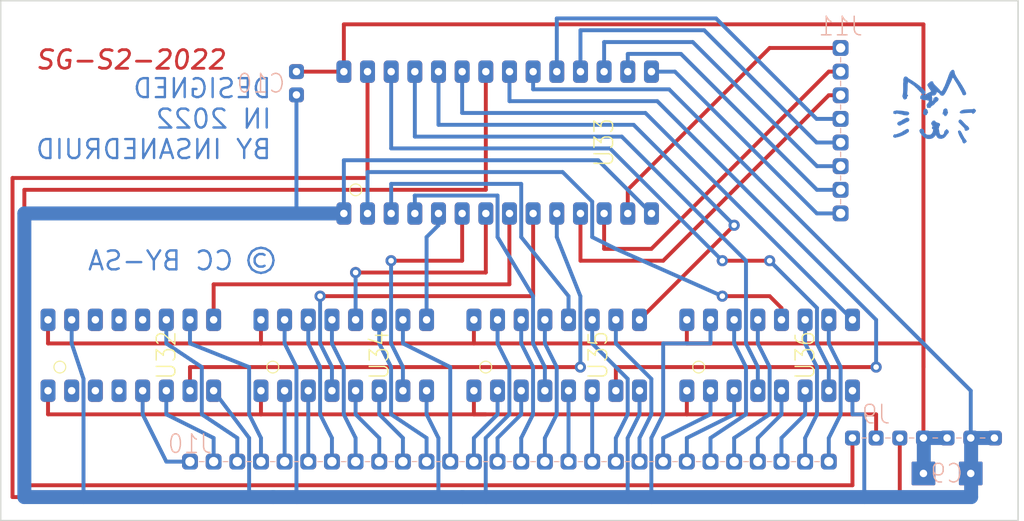
<source format=kicad_pcb>
(kicad_pcb (version 20221018) (generator pcbnew)
  (title_block (title "New Data Pecker RAM Board") (date "2022-11-17") (rev "V001") (comment 1 "made in 2022") (comment 2 "creativecommons.org/licenses/by/4.0/") (comment 3 "License: CC BY 4.0") (comment 4 "Author: InsaneDruid"))
  (layers (0 "F.Cu" signal) (31 "B.Cu" signal) (34 "B.Paste" user) (35 "F.Paste" user) (36 "B.SilkS" user "B.Silkscreen") (37 "F.SilkS" user "F.Silkscreen") (38 "B.Mask" user) (39 "F.Mask" user) (44 "Edge.Cuts" user))
  (net 0 "")
  (net 1 "/M_{A}1")
  (net 2 "/D2")
  (net 3 "/D1")
  (net 4 "/D0")
  (net 5 "/D7")
  (net 6 "/~{OE}")
  (net 7 "/D6")
  (net 8 "/Switch_{A}")
  (net 9 "/D5")
  (net 10 "/D4")
  (net 11 "/D3")
  (net 12 "/A0")
  (net 13 "/A2")
  (net 14 "/A12")
  (net 15 "/A7")
  (net 16 "/A6")
  (net 17 "/A5")
  (net 18 "/A4")
  (net 19 "/A3")
  (net 20 "/A1")
  (net 21 "/A10")
  (net 22 "/A11")
  (net 23 "/A9")
  (net 24 "/A8")
  (net 25 "/A13")
  (net 26 "/~{WE}")
  (net 27 "/R_{A}0")
  (net 28 "/A_{MPU}0")
  (net 29 "/R_{A}1")
  (net 30 "/A_{MPU}1")
  (net 31 "/R_{A}2")
  (net 32 "/A_{MPU}2")
  (net 33 "/A_{MPU}3")
  (net 34 "/M_{A}0")
  (net 35 "/A_{MPU}4")
  (net 36 "/A_{MPU}5")
  (net 37 "/M_{A}2")
  (net 38 "/A_{MPU}6")
  (net 39 "/M_{A}3")
  (net 40 "/A_{MPU}7")
  (net 41 "/M_{A}4")
  (net 42 "/A_{MPU}8")
  (net 43 "/M_{A}5")
  (net 44 "/A_{MPU}9")
  (net 45 "/M_{A}6")
  (net 46 "/A_{MPU}10")
  (net 47 "/M_{A}7")
  (net 48 "/A_{MPU}11")
  (net 49 "/M_{A}8")
  (net 50 "/A_{MPU}12")
  (net 51 "/M_{A}9")
  (net 52 "/A_{MPU}13")
  (net 53 "/CLK_latch")
  (net 60 "+5V")
  (net 61 "GND")
  (footprint "dph_lib_fp:DIP-16_W7.62mm_LongPads" (layer "F.Cu") (at 149.86 114.3 90)
    (fp_text reference "U35")
    (fp_text value "74LS157")
  )
  (footprint "dph_lib_fp:C_Disc_D3.0mm_W1.6mm_P2.50mm" (layer "F.Cu") (at 130.81 80.01 -90)
    (fp_text reference "C10")
    (fp_text value "1uF 16V")
  )
  (footprint "dph_lib_fp:DIP-16_W7.62mm_LongPads" (layer "F.Cu") (at 172.72 114.3 90)
    (fp_text reference "U36")
    (fp_text value "74LS157")
  )
  (footprint "dph_lib_fp:DIP-16_W7.62mm_LongPads" (layer "F.Cu") (at 127 114.3 90)
    (fp_text reference "U34")
    (fp_text value "74LS157")
  )
  (footprint "dph_lib_fp:DIP-28_W15.24mm_LongPads" (layer "F.Cu") (at 135.9 95.255 90)
    (fp_text reference "U33")
    (fp_text value "CY62256-70PC")
  )
  (footprint "dph_lib_fp:DIP-16_W7.62mm_LongPads" (layer "F.Cu") (at 104.14 114.3 90)
    (fp_text reference "U32")
    (fp_text value "74LS157")
  )
  (footprint "dph_lib_fp:C_Disc_D4.3mm_W1.9mm_P5.08mm" (layer "F.Cu") (at 198.12 123.19)
    (fp_text reference "C9")
    (fp_text value ".1uF 16V")
  )
  (footprint "dph_lib_fp:PinHeader_1x28_P2.54mm_Vertical" (layer "B.Cu") (at 119.38 121.92 -90)
    (fp_text reference "J10")
    (fp_text value "Conn_01x28_Pin")
  )
  (footprint "dph_lib_fp:PinHeader_1x08_P2.54mm_Vertical" (layer "B.Cu") (at 189.23 77.47 180)
    (fp_text reference "J11")
    (fp_text value "Conn_01x08_Pin")
  )
  (footprint "dph_lib_fp:PinHeader_1x07_P2.54mm_Vertical" (layer "B.Cu") (at 190.5 119.38 -90)
    (fp_text reference "J9")
    (fp_text value "Conn_01x07_Pin")
  )
  (gr_poly (pts (xy 199.327596 85.264974) (xy 199.330047 85.265808) (xy 199.332717 85.267089) (xy 199.335587 85.26879) (xy 199.341843 85.273349) (xy 199.348652 85.279275) (xy 199.355853 85.286359) (xy 199.363281 85.294391) (xy 199.370774 85.303161) (xy 199.37817 85.312459) (xy 199.385305 85.322075) (xy 199.392017 85.331799) (xy 199.398143 85.341423) (xy 199.40352 85.350735) (xy 199.407986 85.359527) (xy 199.411377 85.367587) (xy 199.412619 85.371278) (xy 199.413531 85.374708) (xy 199.414094 85.377849) (xy 199.414285 85.380677) (xy 199.414336 85.381614) (xy 199.414484 85.38257) (xy 199.414729 85.383545) (xy 199.415067 85.384536) (xy 199.415495 85.385541) (xy 199.416011 85.386559) (xy 199.417295 85.388625) (xy 199.418898 85.390721) (xy 199.420797 85.392831) (xy 199.422971 85.394941) (xy 199.425398 85.397037) (xy 199.428057 85.399104) (xy 199.430925 85.401127) (xy 199.433982 85.403092) (xy 199.437205 85.404986) (xy 199.440573 85.406792) (xy 199.444063 85.408497) (xy 199.447656 85.410086) (xy 199.451327 85.411545) (xy 199.459669 85.414709) (xy 199.468748 85.418568) (xy 199.478262 85.423005) (xy 199.487906 85.427905) (xy 199.492681 85.430493) (xy 199.497376 85.433153) (xy 199.501951 85.435871) (xy 199.506369 85.438632) (xy 199.510591 85.441422) (xy 199.51458 85.444227) (xy 199.518298 85.447031) (xy 199.521706 85.449821) (xy 199.525058 85.452337) (xy 199.528613 85.454782) (xy 199.532341 85.457144) (xy 199.536214 85.45941) (xy 199.540203 85.461567) (xy 199.544279 85.463603) (xy 199.548412 85.465506) (xy 199.552574 85.467262) (xy 199.556737 85.468859) (xy 199.56087 85.470284) (xy 199.564946 85.471524) (xy 199.568934 85.472568) (xy 199.572807 85.473401) (xy 199.576536 85.474012) (xy 199.58009 85.474388) (xy 199.583442 85.474516) (xy 199.586563 85.474616) (xy 199.589886 85.474907) (xy 199.593383 85.475379) (xy 199.597024 85.476021) (xy 199.600781 85.476822) (xy 199.604625 85.477772) (xy 199.608527 85.478858) (xy 199.612458 85.480072) (xy 199.616389 85.481401) (xy 199.620291 85.482836) (xy 199.624135 85.484364) (xy 199.627892 85.485975) (xy 199.631534 85.487659) (xy 199.63503 85.489405) (xy 199.638354 85.491201) (xy 199.641474 85.493037) (xy 199.644794 85.495119) (xy 199.648699 85.497192) (xy 199.65314 85.499247) (xy 199.658066 85.501275) (xy 199.663426 85.503266) (xy 199.669169 85.505213) (xy 199.681603 85.508934) (xy 199.694963 85.512365) (xy 199.708844 85.515435) (xy 199.72284 85.518071) (xy 199.736548 85.5202) (xy 199.746341 85.521393) (xy 199.755394 85.522679) (xy 199.763778 85.524096) (xy 199.771564 85.525679) (xy 199.778821 85.527465) (xy 199.785621 85.52949) (xy 199.792034 85.531789) (xy 199.79813 85.5344) (xy 199.80398 85.537358) (xy 199.809655 85.540699) (xy 199.815224 85.54446) (xy 199.82076 85.548677) (xy 199.826331 85.553385) (xy 199.83201 85.558622) (xy 199.837865 85.564423) (xy 199.843968 85.570824) (xy 199.848363 85.575346) (xy 199.852735 85.580087) (xy 199.857059 85.585005) (xy 199.861313 85.590059) (xy 199.865472 85.595206) (xy 199.869515 85.600407) (xy 199.873416 85.605618) (xy 199.877152 85.610798) (xy 199.8807 85.615906) (xy 199.884037 85.6209) (xy 199.887139 85.625739) (xy 199.889982 85.63038) (xy 199.892542 85.634783) (xy 199.894797 85.638905) (xy 199.896723 85.642706) (xy 199.898297 85.646143) (xy 199.900949 85.655006) (xy 199.902905 85.665249) (xy 199.904192 85.676661) (xy 199.904837 85.68903) (xy 199.904866 85.702144) (xy 199.904308 85.715791) (xy 199.90319 85.72976) (xy 199.901537 85.74384) (xy 199.899379 85.757818) (xy 199.896741 85.771484) (xy 199.893651 85.784625) (xy 199.890136 85.797029) (xy 199.886223 85.808486) (xy 199.881939 85.818784) (xy 199.877311 85.82771) (xy 199.874877 85.831593) (xy 199.872368 85.835054) (xy 199.859191 85.851874) (xy 199.847408 85.867227) (xy 199.836963 85.881238) (xy 199.827802 85.894032) (xy 199.819871 85.905733) (xy 199.813115 85.916467) (xy 199.810162 85.92151) (xy 199.807481 85.926358) (xy 199.805068 85.931026) (xy 199.802914 85.93553) (xy 199.801014 85.939886) (xy 199.79936 85.94411) (xy 199.797946 85.948216) (xy 199.796765 85.952221) (xy 199.79581 85.95614) (xy 199.795074 85.959988) (xy 199.79455 85.963782) (xy 199.794233 85.967537) (xy 199.794114 85.971268) (xy 199.794188 85.974991) (xy 199.794446 85.978722) (xy 199.794884 85.982477) (xy 199.795493 85.98627) (xy 199.796268 85.990117) (xy 199.798284 85.998038) (xy 199.799989 86.004503) (xy 199.801388 86.010516) (xy 199.802465 86.016145) (xy 199.803204 86.021459) (xy 199.803588 86.026528) (xy 199.803602 86.031419) (xy 199.803228 86.036202) (xy 199.802451 86.040945) (xy 199.801255 86.045717) (xy 199.799623 86.050586) (xy 199.797538 86.055622) (xy 199.794985 86.060893) (xy 199.791948 86.066468) (xy 199.788409 86.072416) (xy 199.784353 86.078805) (xy 199.779764 86.085703) (xy 199.774551 86.09317) (xy 199.770013 86.099888) (xy 199.76613 86.105948) (xy 199.762882 86.11144) (xy 199.76149 86.114001) (xy 199.760249 86.116454) (xy 199.759157 86.11881) (xy 199.758211 86.121081) (xy 199.757409 86.123278) (xy 199.756748 86.125412) (xy 199.756226 86.127494) (xy 199.75584 86.129536) (xy 199.755589 86.131549) (xy 199.755468 86.133545) (xy 199.755476 86.135534) (xy 199.755611 86.137528) (xy 199.75587 86.139539) (xy 199.75625 86.141577) (xy 199.756749 86.143654) (xy 199.757364 86.145781) (xy 199.758094 86.147969) (xy 199.758935 86.150231) (xy 199.760941 86.155017) (xy 199.763363 86.16023) (xy 199.766181 86.165961) (xy 199.768088 86.170088) (xy 199.770092 86.175018) (xy 199.774322 86.187028) (xy 199.778726 86.201468) (xy 199.783159 86.217818) (xy 199.787475 86.235558) (xy 199.791532 86.254165) (xy 199.795183 86.27312) (xy 199.798284 86.291902) (xy 199.801219 86.310791) (xy 199.8044 86.330043) (xy 199.807726 86.349092) (xy 199.811095 86.367374) (xy 199.814406 86.384325) (xy 199.817558 86.39938) (xy 199.820449 86.411976) (xy 199.822979 86.421547) (xy 199.824296 86.425739) (xy 199.82547 86.429959) (xy 199.826503 86.434179) (xy 199.827397 86.438371) (xy 199.828153 86.442504) (xy 199.828773 86.446551) (xy 199.82926 86.450482) (xy 199.829615 86.454268) (xy 199.82984 86.45788) (xy 199.829936 86.46129) (xy 199.829905 86.464469) (xy 199.82975 86.467387) (xy 199.829472 86.470015) (xy 199.829072 86.472326) (xy 199.828554 86.474289) (xy 199.827917 86.475875) (xy 199.82722 86.477672) (xy 199.826967 86.480696) (xy 199.827142 86.484874) (xy 199.827725 86.490133) (xy 199.830045 86.503591) (xy 199.833782 86.52048) (xy 199.838794 86.540204) (xy 199.844934 86.562171) (xy 199.852057 86.585788) (xy 199.860021 86.61046) (xy 199.868305 86.635358) (xy 199.876518 86.658236) (xy 199.884706 86.679157) (xy 199.892914 86.698184) (xy 199.89704 86.707007) (xy 199.901187 86.71538) (xy 199.905362 86.723312) (xy 199.909571 86.73081) (xy 199.913818 86.737882) (xy 199.91811 86.744535) (xy 199.922452 86.750779) (xy 199.92685 86.756621) (xy 199.931309 86.762068) (xy 199.935835 86.767129) (xy 199.940435 86.771811) (xy 199.945112 86.776123) (xy 199.949874 86.780072) (xy 199.954726 86.783667) (xy 199.959673 86.786914) (xy 199.964721 86.789823) (xy 199.969876 86.792401) (xy 199.975143 86.794656) (xy 199.980528 86.796595) (xy 199.986037 86.798227) (xy 199.991675 86.79956) (xy 199.997448 86.800602) (xy 200.003362 86.80136) (xy 200.009422 86.801842) (xy 200.018451 86.802472) (xy 200.028637 86.803405) (xy 200.039634 86.804599) (xy 200.051094 86.806009) (xy 200.062669 86.807594) (xy 200.074013 86.809309) (xy 200.084779 86.81111) (xy 200.094618 86.812955) (xy 200.104476 86.814769) (xy 200.113753 86.816006) (xy 200.122564 86.816609) (xy 200.131022 86.816524) (xy 200.135155 86.816205) (xy 200.139242 86.815694) (xy 200.143298 86.814981) (xy 200.147337 86.814062) (xy 200.151373 86.812928) (xy 200.15542 86.811573) (xy 200.159494 86.809989) (xy 200.163607 86.80817) (xy 200.172011 86.803798) (xy 200.180746 86.798401) (xy 200.189926 86.791922) (xy 200.199665 86.784305) (xy 200.210077 86.775495) (xy 200.221275 86.765435) (xy 200.233374 86.754068) (xy 200.246488 86.74134) (xy 200.257551 86.730283) (xy 200.268028 86.718923) (xy 200.277883 86.70733) (xy 200.28708 86.695579) (xy 200.295582 86.683741) (xy 200.303353 86.671888) (xy 200.310357 86.660093) (xy 200.316558 86.648428) (xy 200.321921 86.636966) (xy 200.326407 86.625779) (xy 200.329982 86.614939) (xy 200.33261 86.604518) (xy 200.334253 86.59459) (xy 200.334695 86.589832) (xy 200.334877 86.585225) (xy 200.334795 86.580778) (xy 200.334444 86.576498) (xy 200.33382 86.572395) (xy 200.332919 86.568479) (xy 200.332325 86.565254) (xy 200.33193 86.562064) (xy 200.331731 86.558919) (xy 200.331723 86.555823) (xy 200.331903 86.552786) (xy 200.332268 86.549814) (xy 200.332813 86.546914) (xy 200.333536 86.544094) (xy 200.334433 86.54136) (xy 200.335499 86.538721) (xy 200.336732 86.536183) (xy 200.338128 86.533753) (xy 200.339683 86.531439) (xy 200.341393 86.529248) (xy 200.343255 86.527188) (xy 200.345266 86.525264) (xy 200.347319 86.523228) (xy 200.349305 86.520837) (xy 200.351215 86.518113) (xy 200.353041 86.515078) (xy 200.354772 86.511753) (xy 200.3564 86.508161) (xy 200.357916 86.504323) (xy 200.359311 86.500261) (xy 200.360575 86.495996) (xy 200.361701 86.49155) (xy 200.362677 86.486946) (xy 200.363497 86.482203) (xy 200.36415 86.477345) (xy 200.364628 86.472393) (xy 200.364921 86.467369) (xy 200.365021 86.462294) (xy 200.365142 86.455542) (xy 200.36552 86.449141) (xy 200.366185 86.443037) (xy 200.367163 86.437175) (xy 200.36848 86.431501) (xy 200.370165 86.425961) (xy 200.372244 86.420501) (xy 200.374745 86.415066) (xy 200.377694 86.409602) (xy 200.381119 86.404054) (xy 200.385046 86.39837) (xy 200.389504 86.392493) (xy 200.394518 86.386371) (xy 200.400117 86.379948) (xy 200.406327 86.373171) (xy 200.413176 86.365985) (xy 200.423714 86.355615) (xy 200.434745 86.345072) (xy 200.445949 86.334645) (xy 200.457008 86.324622) (xy 200.467605 86.315295) (xy 200.47742 86.306951) (xy 200.486135 86.29988) (xy 200.493433 86.294372) (xy 200.496888 86.292162) (xy 200.500296 86.289717) (xy 200.503639 86.287063) (xy 200.506899 86.284224) (xy 200.510057 86.281225) (xy 200.513096 86.278093) (xy 200.515998 86.274853) (xy 200.518744 86.271529) (xy 200.521317 86.268147) (xy 200.523698 86.264733) (xy 200.525869 86.261312) (xy 200.527812 86.257909) (xy 200.529509 86.254549) (xy 200.530942 86.251258) (xy 200.532093 86.248061) (xy 200.532944 86.244983) (xy 200.534055 86.241323) (xy 200.535522 86.237757) (xy 200.537325 86.23429) (xy 200.539446 86.23093) (xy 200.541862 86.227683) (xy 200.544556 86.224556) (xy 200.547506 86.221555) (xy 200.550693 86.218687) (xy 200.554097 86.215957) (xy 200.557699 86.213374) (xy 200.561477 86.210943) (xy 200.565413 86.208671) (xy 200.573678 86.20463) (xy 200.582333 86.201304) (xy 200.591219 86.198744) (xy 200.600178 86.197004) (xy 200.604635 86.196457) (xy 200.60905 86.196135) (xy 200.613404 86.196045) (xy 200.617676 86.196191) (xy 200.621848 86.196582) (xy 200.625897 86.197224) (xy 200.629806 86.198123) (xy 200.633554 86.199285) (xy 200.637121 86.200719) (xy 200.640487 86.202429) (xy 200.643633 86.204422) (xy 200.646538 86.206706) (xy 200.680253 86.237231) (xy 200.710213 86.264603) (xy 200.736599 86.289051) (xy 200.759592 86.310808) (xy 200.779373 86.330106) (xy 200.788116 86.338904) (xy 200.796123 86.347175) (xy 200.803417 86.354946) (xy 200.810022 86.362247) (xy 200.815959 86.369107) (xy 200.821251 86.375554) (xy 200.825921 86.381618) (xy 200.829992 86.387327) (xy 200.833486 86.392711) (xy 200.836425 86.397798) (xy 200.838832 86.402618) (xy 200.840731 86.407199) (xy 200.842143 86.41157) (xy 200.84309 86.41576) (xy 200.843597 86.419798) (xy 200.843685 86.423713) (xy 200.843377 86.427534) (xy 200.842695 86.43129) (xy 200.841662 86.43501) (xy 200.840302 86.438722) (xy 200.838635 86.442457) (xy 200.836685 86.446241) (xy 200.835383 86.448641) (xy 200.83425 86.451197) (xy 200.833284 86.453895) (xy 200.83248 86.456717) (xy 200.831835 86.459648) (xy 200.831347 86.462672) (xy 200.83101 86.465771) (xy 200.830821 86.46893) (xy 200.830777 86.472132) (xy 200.830874 86.475362) (xy 200.831108 86.478602) (xy 200.831477 86.481837) (xy 200.831975 86.48505) (xy 200.8326 86.488225) (xy 200.833348 86.491346) (xy 200.834216 86.494396) (xy 200.835875 86.499269) (xy 200.837153 86.50438) (xy 200.838062 86.509709) (xy 200.838612 86.515232) (xy 200.838814 86.52093) (xy 200.838679 86.526779) (xy 200.838217 86.532758) (xy 200.837438 86.538846) (xy 200.836354 86.545021) (xy 200.834974 86.551261) (xy 200.83331 86.557544) (xy 200.831373 86.56385) (xy 200.829172 86.570155) (xy 200.826719 86.576438) (xy 200.824023 86.582678) (xy 200.821097 86.588853) (xy 200.81795 86.594941) (xy 200.814593 86.60092) (xy 200.811036 86.60677) (xy 200.807291 86.612467) (xy 200.803367 86.617991) (xy 200.799276 86.623319) (xy 200.795028 86.62843) (xy 200.790634 86.633303) (xy 200.786104 86.637915) (xy 200.781449 86.642245) (xy 200.77668 86.646271) (xy 200.771807 86.649971) (xy 200.766841 86.653325) (xy 200.761792 86.656309) (xy 200.756671 86.658903) (xy 200.751489 86.661084) (xy 200.748075 86.662385) (xy 200.744783 86.663966) (xy 200.741617 86.665818) (xy 200.738583 86.667933) (xy 200.735686 86.6703) (xy 200.732932 86.672913) (xy 200.730327 86.67576) (xy 200.727875 86.678833) (xy 200.725583 86.682123) (xy 200.723455 86.685621) (xy 200.721497 86.689319) (xy 200.719715 86.693206) (xy 200.718113 86.697274) (xy 200.716698 86.701513) (xy 200.715474 86.705916) (xy 200.714448 86.710472) (xy 200.714075 86.712436) (xy 200.713654 86.71439) (xy 200.713186 86.716331) (xy 200.712673 86.718257) (xy 200.711518 86.722052) (xy 200.710203 86.725752) (xy 200.708744 86.729337) (xy 200.707155 86.732785) (xy 200.70545 86.736073) (xy 200.703644 86.73918) (xy 200.701751 86.742085) (xy 200.700776 86.743455) (xy 200.699785 86.744765) (xy 200.69878 86.746015) (xy 200.697762 86.7472) (xy 200.696733 86.748318) (xy 200.695696 86.749367) (xy 200.69465 86.750343) (xy 200.6936 86.751244) (xy 200.692546 86.752068) (xy 200.69149 86.75281) (xy 200.690434 86.75347) (xy 200.68938 86.754044) (xy 200.688329 86.754529) (xy 200.687284 86.754923) (xy 200.680438 86.757703) (xy 200.673782 86.760959) (xy 200.667303 86.764703) (xy 200.660989 86.768949) (xy 200.654826 86.773707) (xy 200.648803 86.778993) (xy 200.642906 86.784817) (xy 200.637123 86.791193) (xy 200.631442 86.798133) (xy 200.625849 86.80565) (xy 200.620332 86.813757) (xy 200.614879 86.822466) (xy 200.609476 86.83179) (xy 200.604111 86.841741) (xy 200.598772 86.852333) (xy 200.593445 86.863578) (xy 200.585385 86.879451) (xy 200.574806 86.8968) (xy 200.561966 86.915364) (xy 200.547124 86.934883) (xy 200.530538 86.955097) (xy 200.512467 86.975745) (xy 200.49317 86.996567) (xy 200.472906 87.017301) (xy 200.451932 87.037689) (xy 200.430508 87.057468) (xy 200.408892 87.07638) (xy 200.387343 87.094163) (xy 200.36612 87.110557) (xy 200.345481 87.125301) (xy 200.325684 87.138135) (xy 200.306989 87.148799) (xy 200.290608 87.157435) (xy 200.271549 87.16649) (xy 200.250494 87.175691) (xy 200.228122 87.18476) (xy 200.205113 87.193425) (xy 200.182148 87.20141) (xy 200.159906 87.20844) (xy 200.139067 87.21424) (xy 200.111272 87.22207) (xy 200.098888 87.225279) (xy 200.087325 87.228034) (xy 200.076442 87.230347) (xy 200.066098 87.232232) (xy 200.056152 87.233701) (xy 200.046463 87.234767) (xy 200.03689 87.235442) (xy 200.027291 87.235739) (xy 200.017526 87.23567) (xy 200.007454 87.235249) (xy 199.996933 87.234488) (xy 199.985822 87.233399) (xy 199.961267 87.230291) (xy 199.943962 87.228099) (xy 199.927467 87.226182) (xy 199.912129 87.224583) (xy 199.898296 87.223346) (xy 199.886316 87.222514) (xy 199.876535 87.22213) (xy 199.872577 87.22212) (xy 199.8693 87.222239) (xy 199.866746 87.222491) (xy 199.864959 87.222882) (xy 199.863361 87.223188) (xy 199.860917 87.223186) (xy 199.857677 87.222888) (xy 199.853692 87.222304) (xy 199.843689 87.220322) (xy 199.831313 87.217326) (xy 199.816969 87.213405) (xy 199.801062 87.208645) (xy 199.783998 87.203132) (xy 199.766181 87.196953) (xy 199.747308 87.189627) (xy 199.729101 87.181515) (xy 199.71153 87.172585) (xy 199.694567 87.162806) (xy 199.678183 87.152144) (xy 199.662349 87.140566) (xy 199.647035 87.128041) (xy 199.632214 87.114536) (xy 199.617856 87.100018) (xy 199.603931 87.084454) (xy 199.590412 87.067812) (xy 199.577269 87.05006) (xy 199.564473 87.031165) (xy 199.551996 87.011094) (xy 199.539808 86.989815) (xy 199.52788 86.967295) (xy 199.519765 86.950988) (xy 199.511346 86.934768) (xy 199.502898 86.919069) (xy 199.494697 86.904324) (xy 199.487016 86.890969) (xy 199.480131 86.879437) (xy 199.474316 86.870162) (xy 199.469848 86.863578) (xy 199.462669 86.854605) (xy 199.459617 86.851286) (xy 199.456632 86.848974) (xy 199.455097 86.848249) (xy 199.453496 86.847841) (xy 199.451802 86.847771) (xy 199.449989 86.84806) (xy 199.448027 86.848729) (xy 199.445892 86.849801) (xy 199.440986 86.853237) (xy 199.435053 86.85854) (xy 199.427874 86.865881) (xy 199.419231 86.875433) (xy 199.408903 86.887366) (xy 199.346376 86.962356) (xy 199.331561 86.979765) (xy 199.316993 86.996523) (xy 199.303033 87.012211) (xy 199.290041 87.026408) (xy 199.278381 87.038695) (xy 199.273164 87.043991) (xy 199.268414 87.048652) (xy 199.264179 87.052626) (xy 199.260502 87.05586) (xy 199.257429 87.058302) (xy 199.255006 87.059899) (xy 199.252896 87.061113) (xy 199.25074 87.062429) (xy 199.248552 87.063836) (xy 199.246344 87.065321) (xy 199.244129 87.06687) (xy 199.241919 87.068472) (xy 199.237566 87.071784) (xy 199.233386 87.075152) (xy 199.229482 87.078478) (xy 199.225954 87.081659) (xy 199.222903 87.084594) (xy 199.204996 87.102731) (xy 199.184692 87.120068) (xy 199.162113 87.136559) (xy 199.13738 87.152156) (xy 199.110613 87.166813) (xy 199.081935 87.180483) (xy 199.051467 87.193117) (xy 199.019329 87.204671) (xy 198.985642 87.215095) (xy 198.950529 87.224344) (xy 198.91411 87.23237) (xy 198.876506 87.239127) (xy 198.837839 87.244567) (xy 198.798229 87.248643) (xy 198.757798 87.251308) (xy 198.716667 87.252516) (xy 198.693423 87.252498) (xy 198.66881 87.251563) (xy 198.643137 87.249778) (xy 198.616713 87.24721) (xy 198.589848 87.243926) (xy 198.562851 87.239992) (xy 198.536031 87.235477) (xy 198.509697 87.230445) (xy 198.48416 87.224965) (xy 198.459727 87.219103) (xy 198.436709 87.212927) (xy 198.415414 87.206503) (xy 198.396153 87.199898) (xy 198.379234 87.193179) (xy 198.364966 87.186413) (xy 198.353659 87.179667) (xy 198.34993 87.176934) (xy 198.346169 87.174299) (xy 198.3424 87.171772) (xy 198.338649 87.169365) (xy 198.334942 87.167088) (xy 198.331304 87.164952) (xy 198.327759 87.162968) (xy 198.324334 87.161146) (xy 198.321054 87.159499) (xy 198.317944 87.158036) (xy 198.315029 87.156768) (xy 198.312335 87.155706) (xy 198.309886 87.154861) (xy 198.307709 87.154244) (xy 198.305829 87.153866) (xy 198.30427 87.153738) (xy 198.302758 87.153453) (xy 198.300568 87.152617) (xy 198.297745 87.151256) (xy 198.294335 87.149397) (xy 198.28593 87.144297) (xy 198.275717 87.137532) (xy 198.264057 87.129321) (xy 198.251312 87.11988) (xy 198.237843 87.109426) (xy 198.224013 87.098176) (xy 198.209828 87.086926) (xy 198.196193 87.076472) (xy 198.183426 87.06703) (xy 198.171846 87.058819) (xy 198.1666 87.055242) (xy 198.161771 87.052054) (xy 198.157397 87.049283) (xy 198.153518 87.046954) (xy 198.150175 87.045095) (xy 198.147408 87.043734) (xy 198.145255 87.042898) (xy 198.144421 87.042685) (xy 198.143757 87.042613) (xy 198.142153 87.042218) (xy 198.139916 87.041063) (xy 198.133698 87.036635) (xy 198.125414 87.029664) (xy 198.115377 87.020484) (xy 198.091298 86.996839) (xy 198.063963 86.968376) (xy 198.035875 86.93777) (xy 198.009538 86.907701) (xy 197.987456 86.880843) (xy 197.978792 86.869455) (xy 197.97213 86.859874) (xy 197.969821 86.856206) (xy 197.967088 86.852174) (xy 197.960497 86.843186) (xy 197.952661 86.833243) (xy 197.943886 86.822678) (xy 197.934473 86.811824) (xy 197.924728 86.801013) (xy 197.914954 86.790578) (xy 197.905455 86.780852) (xy 197.900655 86.775981) (xy 197.895995 86.771114) (xy 197.891497 86.766283) (xy 197.887185 86.761521) (xy 197.883083 86.75686) (xy 197.879215 86.752333) (xy 197.875603 86.747972) (xy 197.872272 86.74381) (xy 197.869244 86.73988) (xy 197.866544 86.736214) (xy 197.864195 86.732844) (xy 197.86222 86.729804) (xy 197.860643 86.727125) (xy 197.859488 86.724841) (xy 197.859076 86.723857) (xy 197.858777 86.722984) (xy 197.858596 86.722225) (xy 197.858535 86.721586) (xy 197.858255 86.719422) (xy 197.857437 86.716666) (xy 197.854317 86.709547) (xy 197.849444 86.700576) (xy 197.843082 86.6901) (xy 197.835497 86.678467) (xy 197.826956 86.666023) (xy 197.817724 86.653116) (xy 197.808066 86.640094) (xy 197.79825 86.627303) (xy 197.78854 86.615091) (xy 197.779202 86.603805) (xy 197.770504 86.593792) (xy 197.762709 86.585399) (xy 197.756085 86.578975) (xy 197.750897 86.574866) (xy 197.748924 86.573788) (xy 197.74741 86.573419) (xy 197.746723 86.573376) (xy 197.746051 86.573248) (xy 197.745394 86.573036) (xy 197.744753 86.572744) (xy 197.744128 86.572371) (xy 197.74352 86.571921) (xy 197.742356 86.570795) (xy 197.741264 86.569379) (xy 197.740248 86.567689) (xy 197.739312 86.565738) (xy 197.738459 86.563541) (xy 197.737692 86.561112) (xy 197.737017 86.558467) (xy 197.736435 86.555619) (xy 197.735951 86.552583) (xy 197.735568 86.549373) (xy 197.73529 86.546004) (xy 197.735121 86.54249) (xy 197.735063 86.538846) (xy 197.734907 86.535035) (xy 197.734446 86.530584) (xy 197.733696 86.525547) (xy 197.732671 86.519978) (xy 197.729854 86.507462) (xy 197.726111 86.49347) (xy 197.721558 86.478437) (xy 197.716311 86.462795) (xy 197.710484 86.44698) (xy 197.704195 86.431426) (xy 197.699404 86.419995) (xy 197.695207 86.409722) (xy 197.691593 86.400519) (xy 197.688549 86.3923) (xy 197.687237 86.388533) (xy 197.686062 86.384979) (xy 197.685023 86.381628) (xy 197.684119 86.378468) (xy 197.683348 86.375489) (xy 197.682708 86.37268) (xy 197.682198 86.37003) (xy 197.681816 86.367529) (xy 197.681561 86.365165) (xy 197.68143 86.362928) (xy 197.681424 86.360806) (xy 197.681539 86.35879) (xy 197.681774 86.356867) (xy 197.682128 86.355027) (xy 197.682599 86.35326) (xy 197.683186 86.351555) (xy 197.683886 86.3499) (xy 197.684699 86.348285) (xy 197.685623 86.346699) (xy 197.686656 86.34513) (xy 197.687796 86.34357) (xy 197.689043 86.342005) (xy 197.690394 86.340426) (xy 197.691848 86.338822) (xy 197.693684 86.336612) (xy 197.69548 86.33417) (xy 197.697225 86.331521) (xy 197.698909 86.328693) (xy 197.700521 86.325713) (xy 197.702049 86.322608) (xy 197.703483 86.319406) (xy 197.704813 86.316133) (xy 197.706026 86.312817) (xy 197.707113 86.309484) (xy 197.708063 86.306163) (xy 197.708864 86.302879) (xy 197.709506 86.299661) (xy 197.709978 86.296535) (xy 197.710269 86.293528) (xy 197.710369 86.290667) (xy 197.710593 86.287419) (xy 197.711254 86.283937) (xy 197.712329 86.280241) (xy 197.7138 86.276352) (xy 197.715647 86.27229) (xy 197.717849 86.268073) (xy 197.723237 86.259259) (xy 197.729805 86.250069) (xy 197.73739 86.240661) (xy 197.745834 86.231196) (xy 197.754973 86.221831) (xy 197.764648 86.212728) (xy 197.774697 86.204044) (xy 197.78496 86.195938) (xy 197.795275 86.188571) (xy 197.805482 86.182101) (xy 197.815419 86.176687) (xy 197.824926 86.172488) (xy 197.829467 86.170894) (xy 197.833841 86.169664) (xy 197.837193 86.168857) (xy 197.840748 86.167834) (xy 197.844476 86.166612) (xy 197.848349 86.165208) (xy 197.852338 86.163637) (xy 197.856413 86.161916) (xy 197.860547 86.160062) (xy 197.864709 86.158089) (xy 197.873005 86.153857) (xy 197.881069 86.14935) (xy 197.884942 86.147034) (xy 197.88867 86.144698) (xy 197.892225 86.142358) (xy 197.895577 86.140032) (xy 197.899 86.137733) (xy 197.902761 86.135474) (xy 197.906822 86.133265) (xy 197.911146 86.131118) (xy 197.915694 86.129044) (xy 197.920428 86.127052) (xy 197.925311 86.125155) (xy 197.930304 86.123363) (xy 197.935369 86.121686) (xy 197.940468 86.120136) (xy 197.945564 86.118723) (xy 197.950619 86.117459) (xy 197.955593 86.116354) (xy 197.96045 86.115419) (xy 197.965152 86.114664) (xy 197.96966 86.114102) (xy 197.977314 86.113512) (xy 197.984127 86.113205) (xy 197.990184 86.113288) (xy 197.99557 86.11387) (xy 197.998038 86.114383) (xy 198.00037 86.115061) (xy 198.002577 86.115917) (xy 198.004669 86.116967) (xy 198.006657 86.118223) (xy 198.008552 86.119698) (xy 198.010364 86.121407) (xy 198.012104 86.123362) (xy 198.013783 86.125578) (xy 198.01541 86.128068) (xy 198.018555 86.133925) (xy 198.021624 86.14104) (xy 198.024702 86.149523) (xy 198.027874 86.159481) (xy 198.031226 86.171024) (xy 198.038805 86.199298) (xy 198.039076 86.200104) (xy 198.039424 86.200902) (xy 198.039848 86.201691) (xy 198.040344 86.202469) (xy 198.041545 86.203989) (xy 198.043011 86.205452) (xy 198.044722 86.206851) (xy 198.046662 86.208175) (xy 198.048811 86.209416) (xy 198.051152 86.210565) (xy 198.053667 86.211612) (xy 198.056337 86.212549) (xy 198.059145 86.213367) (xy 198.062072 86.214057) (xy 198.0651 86.214609) (xy 198.068211 86.215014) (xy 198.071388 86.215264) (xy 198.074612 86.215349) (xy 198.07802 86.215449) (xy 198.081738 86.215742) (xy 198.085727 86.21622) (xy 198.089949 86.216873) (xy 198.094367 86.217693) (xy 198.098942 86.21867) (xy 198.103637 86.219795) (xy 198.108412 86.22106) (xy 198.113232 86.222454) (xy 198.118056 86.22397) (xy 198.122848 86.225598) (xy 198.12757 86.22733) (xy 198.132183 86.229155) (xy 198.13665 86.231065) (xy 198.140932 86.233051) (xy 198.144991 86.235104) (xy 198.150276 86.238033) (xy 198.155028 86.240825) (xy 198.159267 86.243515) (xy 198.16301 86.24614) (xy 198.164702 86.247439) (xy 198.166276 86.248736) (xy 198.167736 86.250035) (xy 198.169083 86.251339) (xy 198.170319 86.252655) (xy 198.171448 86.253986) (xy 198.17247 86.255337) (xy 198.17339 86.256712) (xy 198.174208 86.258117) (xy 198.174926 86.259554) (xy 198.175549 86.26103) (xy 198.176076 86.262548) (xy 198.176511 86.264113) (xy 198.176857 86.26573) (xy 198.177115 86.267403) (xy 198.177287 86.269136) (xy 198.177376 86.270935) (xy 198.177384 86.272803) (xy 198.177313 86.274745) (xy 198.177166 86.276767) (xy 198.176652 86.281063) (xy 198.175859 86.285728) (xy 198.17528 86.289635) (xy 198.174933 86.293484) (xy 198.174817 86.297275) (xy 198.174933 86.301008) (xy 198.17528 86.304683) (xy 198.175859 86.308301) (xy 198.176669 86.31186) (xy 198.177711 86.315362) (xy 198.178984 86.318806) (xy 198.180489 86.322191) (xy 198.182225 86.325519) (xy 198.184193 86.328789) (xy 198.186393 86.332001) (xy 198.188824 86.335155) (xy 198.191486 86.338252) (xy 198.19438 86.34129) (xy 198.197666 86.344725) (xy 198.200587 86.34811) (xy 198.203154 86.35148) (xy 198.205377 86.354872) (xy 198.207267 86.358322) (xy 198.208835 86.361866) (xy 198.210092 86.36554) (xy 198.211049 86.369381) (xy 198.211716 86.373424) (xy 198.212105 86.377705) (xy 198.212226 86.382262) (xy 198.21209 86.38713) (xy 198.211709 86.392345) (xy 198.211092 86.397943) (xy 198.210251 86.403961) (xy 198.209196 86.410435) (xy 198.208446 86.415075) (xy 198.20759 86.419715) (xy 198.206641 86.424326) (xy 198.205608 86.428879) (xy 198.204503 86.433345) (xy 198.203336 86.437696) (xy 198.202119 86.441902) (xy 198.200862 86.445934) (xy 198.199576 86.449763) (xy 198.198272 86.453361) (xy 198.196961 86.456699) (xy 198.195653 86.459747) (xy 198.19436 86.462477) (xy 198.193092 86.46486) (xy 198.19186 86.466866) (xy 198.190676 86.468467) (xy 198.187106 86.472646) (xy 198.184285 86.476891) (xy 198.183163 86.47906) (xy 198.182238 86.48127) (xy 198.181513 86.483531) (xy 198.180991 86.48585) (xy 198.180675 86.488236) (xy 198.180568 86.490697) (xy 198.180674 86.493242) (xy 198.180996 86.495879) (xy 198.181536 86.498617) (xy 198.182299 86.501463) (xy 198.184502 86.507515) (xy 198.187632 86.514103) (xy 198.191713 86.521292) (xy 198.19677 86.529151) (xy 198.20283 86.537746) (xy 198.209917 86.547145) (xy 198.218057 86.557413) (xy 198.227274 86.568618) (xy 198.237595 86.580827) (xy 198.251928 86.596853) (xy 198.266652 86.612498) (xy 198.281728 86.627727) (xy 198.297113 86.642505) (xy 198.312765 86.656799) (xy 198.328644 86.670573) (xy 198.344707 86.683795) (xy 198.360913 86.696428) (xy 198.37722 86.708439) (xy 198.393587 86.719794) (xy 198.409973 86.730457) (xy 198.426334 86.740396) (xy 198.442631 86.749574) (xy 198.45882 86.757959) (xy 198.474862 86.765515) (xy 198.490713 86.772209) (xy 198.510932 86.779644) (xy 198.520513 86.782717) (xy 198.529993 86.785386) (xy 198.53956 86.787672) (xy 198.549401 86.789594) (xy 198.559706 86.791173) (xy 198.570661 86.792428) (xy 198.582456 86.793379) (xy 198.595279 86.794046) (xy 198.624758 86.794607) (xy 198.660603 86.794272) (xy 198.70432 86.793199) (xy 198.732451 86.792215) (xy 198.757763 86.791053) (xy 198.780531 86.789623) (xy 198.801034 86.787836) (xy 198.819546 86.7856) (xy 198.836346 86.782825) (xy 198.84419 86.781207) (xy 198.85171 86.77942) (xy 198.85894 86.777454) (xy 198.865914 86.775296) (xy 198.872668 86.772935) (xy 198.879236 86.770361) (xy 198.885653 86.767562) (xy 198.891952 86.764526) (xy 198.898169 86.761242) (xy 198.904339 86.757699) (xy 198.910495 86.753886) (xy 198.916673 86.749791) (xy 198.929232 86.740711) (xy 198.942291 86.730368) (xy 198.956129 86.718672) (xy 198.97102 86.705533) (xy 198.984407 86.692602) (xy 198.998071 86.677615) (xy 199.011854 86.660858) (xy 199.025599 86.642621) (xy 199.039149 86.623189) (xy 199.052346 86.602852) (xy 199.065032 86.581895) (xy 199.077052 86.560608) (xy 199.088247 86.539278) (xy 199.098459 86.518191) (xy 199.107533 86.497637) (xy 199.115309 86.477901) (xy 199.121631 86.459273) (xy 199.126342 86.442039) (xy 199.129284 86.426487) (xy 199.130042 86.419432) (xy 199.130299 86.412905) (xy 199.130399 86.409194) (xy 199.13069 86.405038) (xy 199.131804 86.39558) (xy 199.133555 86.384907) (xy 199.135856 86.373394) (xy 199.138619 86.361418) (xy 199.141759 86.349355) (xy 199.145188 86.337582) (xy 199.14882 86.326474) (xy 199.153145 86.314144) (xy 199.156858 86.303017) (xy 199.159952 86.292993) (xy 199.161265 86.288364) (xy 199.162421 86.283973) (xy 199.163421 86.279808) (xy 199.164262 86.275857) (xy 199.164944 86.272107) (xy 199.165467 86.268546) (xy 199.16583 86.265161) (xy 199.166032 86.261941) (xy 199.166073 86.258871) (xy 199.165952 86.255941) (xy 199.165668 86.253137) (xy 199.16522 86.250447) (xy 199.164609 86.24786) (xy 199.163832 86.245361) (xy 199.16289 86.242939) (xy 199.161782 86.240582) (xy 199.160507 86.238277) (xy 199.159064 86.236011) (xy 199.157454 86.233773) (xy 199.155674 86.231549) (xy 199.153725 86.229327) (xy 199.151605 86.227096) (xy 199.149315 86.224841) (xy 199.146853 86.222552) (xy 199.141411 86.217818) (xy 199.107008 86.190182) (xy 199.092952 86.17861) (xy 199.080795 86.168275) (xy 199.070388 86.158982) (xy 199.061584 86.150536) (xy 199.057737 86.146569) (xy 199.054234 86.14274) (xy 199.051058 86.139026) (xy 199.04819 86.135401) (xy 199.045612 86.131841) (xy 199.043304 86.128322) (xy 199.041248 86.124819) (xy 199.039427 86.121308) (xy 199.03782 86.117764) (xy 199.03641 86.114163) (xy 199.035179 86.110481) (xy 199.034107 86.106693) (xy 199.033176 86.102775) (xy 199.032367 86.098702) (xy 199.031044 86.089995) (xy 199.029988 86.080377) (xy 199.029052 86.069651) (xy 199.028245 86.060783) (xy 199.027692 86.052645) (xy 199.027413 86.045158) (xy 199.027431 86.038243) (xy 199.027768 86.03182) (xy 199.028444 86.025809) (xy 199.028917 86.022934) (xy 199.029483 86.020131) (xy 199.030144 86.017392) (xy 199.030904 86.014707) (xy 199.031766 86.012064) (xy 199.032731 86.009455) (xy 199.033803 86.00687) (xy 199.034985 86.004298) (xy 199.037687 85.999156) (xy 199.040859 85.993948) (xy 199.044523 85.988595) (xy 199.048701 85.983018) (xy 199.053415 85.977138) (xy 199.058685 85.970874) (xy 199.068161 85.958967) (xy 199.076205 85.947272) (xy 199.079687 85.941479) (xy 199.082807 85.935711) (xy 199.085562 85.929956) (xy 199.087952 85.924205) (xy 199.089975 85.918449) (xy 199.091629 85.912678) (xy 199.092913 85.906882) (xy 199.093824 85.901052) (xy 199.094363 85.895177) (xy 199.094526 85.889248) (xy 199.094312 85.883256) (xy 199.093721 85.877189) (xy 199.092749 85.87104) (xy 199.091396 85.864798) (xy 199.08966 85.858453) (xy 199.08754 85.851996) (xy 199.085033 85.845417) (xy 199.082139 85.838705) (xy 199.075181 85.824849) (xy 199.066652 85.810348) (xy 199.056542 85.795126) (xy 199.044836 85.779105) (xy 199.031522 85.762206) (xy 199.023707 85.752262) (xy 199.016461 85.742791) (xy 199.009777 85.733771) (xy 199.003644 85.725184) (xy 198.998054 85.717009) (xy 198.992997 85.709227) (xy 198.988465 85.701817) (xy 198.984448 85.69476) (xy 198.980937 85.688035) (xy 198.977925 85.681624) (xy 198.9754 85.675505) (xy 198.973355 85.66966) (xy 198.97178 85.664068) (xy 198.970666 85.658709) (xy 198.970004 85.653563) (xy 198.969786 85.648611) (xy 198.969728 85.644897) (xy 198.969559 85.641182) (xy 198.969281 85.637491) (xy 198.968898 85.633853) (xy 198.968414 85.630294) (xy 198.967832 85.626843) (xy 198.967156 85.623525) (xy 198.96639 85.620368) (xy 198.965537 85.617399) (xy 198.964601 85.614645) (xy 198.963585 85.612134) (xy 198.962493 85.609892) (xy 198.96192 85.60888) (xy 198.961329 85.607947) (xy 198.960721 85.607094) (xy 198.960096 85.606325) (xy 198.959455 85.605644) (xy 198.958798 85.605054) (xy 198.958125 85.604559) (xy 198.957438 85.604162) (xy 198.955767 85.602961) (xy 198.954224 85.601454) (xy 198.95281 85.599663) (xy 198.951523 85.597607) (xy 198.950361 85.595307) (xy 198.949323 85.592783) (xy 198.94841 85.590056) (xy 198.947618 85.587146) (xy 198.946398 85.580857) (xy 198.945653 85.57408) (xy 198.945375 85.566977) (xy 198.945554 85.559712) (xy 198.946182 85.552446) (xy 198.947249 85.545343) (xy 198.948747 85.538566) (xy 198.950667 85.532277) (xy 198.951781 85.529367) (xy 198.952998 85.52664) (xy 198.954316 85.524116) (xy 198.955733 85.521816) (xy 198.957249 85.51976) (xy 198.958863 85.517969) (xy 198.960572 85.516463) (xy 198.962377 85.515262) (xy 198.964298 85.513877) (xy 198.966344 85.512057) (xy 198.968495 85.509827) (xy 198.970731 85.507216) (xy 198.973032 85.504251) (xy 198.975378 85.500958) (xy 198.977749 85.497365) (xy 198.980126 85.493499) (xy 198.982489 85.489387) (xy 198.984817 85.485056) (xy 198.987091 85.480534) (xy 198.98929 85.475847) (xy 198.991396 85.471022) (xy 198.993387 85.466087) (xy 198.995245 85.461069) (xy 198.996949 85.455995) (xy 198.9989 85.450499) (xy 199.001039 85.445133) (xy 199.003352 85.439912) (xy 199.005824 85.43485) (xy 199.00844 85.429962) (xy 199.011187 85.425262) (xy 199.01405 85.420764) (xy 199.017013 85.416484) (xy 199.020064 85.412435) (xy 199.023187 85.408632) (xy 199.026368 85.405089) (xy 199.029592 85.401822) (xy 199.032845 85.398843) (xy 199.036113 85.396169) (xy 199.039381 85.393813) (xy 199.042634 85.39179) (xy 199.045943 85.390174) (xy 199.049372 85.388129) (xy 199.052894 85.385685) (xy 199.056486 85.382876) (xy 199.060121 85.379734) (xy 199.063774 85.376293) (xy 199.06742 85.372583) (xy 199.071033 85.368638) (xy 199.074588 85.364491) (xy 199.07806 85.360174) (xy 199.081424 85.355719) (xy 199.084653 85.351159) (xy 199.087724 85.346528) (xy 199.09061 85.341856) (xy 199.093286 85.337177) (xy 199.095727 85.332523) (xy 199.098371 85.327897) (xy 199.101194 85.323299) (xy 199.104173 85.318755) (xy 199.107283 85.314292) (xy 199.110503 85.309937) (xy 199.113807 85.305718) (xy 199.117172 85.301663) (xy 199.120576 85.297796) (xy 199.123994 85.294147) (xy 199.127403 85.290743) (xy 199.13078 85.287609) (xy 199.1341 85.284774) (xy 199.137341 85.282264) (xy 199.140479 85.280107) (xy 199.14349 85.27833) (xy 199.144941 85.277593) (xy 199.146351 85.27696) (xy 199.152933 85.274356) (xy 199.158843 85.272103) (xy 199.164159 85.270205) (xy 199.168962 85.268665) (xy 199.17333 85.267486) (xy 199.175377 85.267033) (xy 199.177344 85.266673) (xy 199.179243 85.266404) (xy 199.181083 85.266228) (xy 199.182875 85.266146) (xy 199.184627 85.266157) (xy 199.186351 85.266262) (xy 199.188055 85.266461) (xy 199.189751 85.266755) (xy 199.191447 85.267145) (xy 199.193154 85.267631) (xy 199.194882 85.268213) (xy 199.196641 85.268892) (xy 199.19844 85.269668) (xy 199.202201 85.271513) (xy 199.206244 85.273753) (xy 199.210649 85.27639) (xy 199.215495 85.279429) (xy 199.2189 85.281383) (xy 199.222189 85.283076) (xy 199.225392 85.284508) (xy 199.228537 85.28568) (xy 199.231652 85.286592) (xy 199.234768 85.287243) (xy 199.237913 85.287633) (xy 199.241115 85.287764) (xy 199.244405 85.287633) (xy 199.24781 85.287243) (xy 199.25136 85.286592) (xy 199.255083 85.28568) (xy 199.259009 85.284508) (xy 199.263167 85.283076) (xy 199.267585 85.281383) (xy 199.272292 85.279429) (xy 199.275615 85.277839) (xy 199.279081 85.276311) (xy 199.282659 85.274853) (xy 199.286318 85.273468) (xy 199.290028 85.272163) (xy 199.293758 85.270944) (xy 199.297476 85.269814) (xy 199.301154 85.26878) (xy 199.304759 85.267848) (xy 199.308261 85.267023) (xy 199.311629 85.266309) (xy 199.314832 85.265713) (xy 199.317841 85.26524) (xy 199.320623 85.264896) (xy 199.323148 85.264685) (xy 199.325386 85.264613)) (fill solid) (layer "B.Cu"))
  (gr_poly (pts (xy 195.249527 84.166108) (xy 195.251266 84.166243) (xy 195.252994 84.166489) (xy 195.254713 84.166847) (xy 195.256422 84.167316) (xy 195.258122 84.167895) (xy 195.259812 84.168585) (xy 195.261493 84.169385) (xy 195.263166 84.170296) (xy 195.264829 84.171316) (xy 195.266485 84.172446) (xy 195.268132 84.173685) (xy 195.269771 84.175034) (xy 195.271403 84.176491) (xy 195.273027 84.178058) (xy 195.275401 84.179446) (xy 195.279691 84.180826) (xy 195.29369 84.183537) (xy 195.314374 84.186132) (xy 195.341091 84.188553) (xy 195.373192 84.190742) (xy 195.410024 84.192643) (xy 195.450936 84.194196) (xy 195.495277 84.195344) (xy 195.568724 84.198228) (xy 195.64738 84.202907) (xy 195.727077 84.208974) (xy 195.803649 84.216025) (xy 195.872929 84.223656) (xy 195.930748 84.231459) (xy 195.954059 84.2353) (xy 195.972941 84.239032) (xy 195.986875 84.242604) (xy 195.99534 84.245967) (xy 195.999163 84.247523) (xy 196.00625 84.249382) (xy 196.028909 84.253839) (xy 196.060713 84.25899) (xy 196.099056 84.264488) (xy 196.184947 84.275138) (xy 196.227284 84.279594) (xy 196.265744 84.283009) (xy 196.286722 84.28506) (xy 196.307454 84.28749) (xy 196.327839 84.290275) (xy 196.347776 84.293389) (xy 196.367162 84.296806) (xy 196.385898 84.300503) (xy 196.403881 84.304452) (xy 196.42101 84.30863) (xy 196.437185 84.31301) (xy 196.452303 84.317567) (xy 196.466263 84.322276) (xy 196.478965 84.327112) (xy 196.490307 84.332049) (xy 196.500187 84.337062) (xy 196.508504 84.342126) (xy 196.515158 84.347215) (xy 196.521798 84.353682) (xy 196.528691 84.361392) (xy 196.535744 84.370169) (xy 196.542862 84.379838) (xy 196.549951 84.390223) (xy 196.556916 84.401149) (xy 196.563665 84.412441) (xy 196.570103 84.423922) (xy 196.576135 84.435417) (xy 196.581669 84.446752) (xy 196.586609 84.45775) (xy 196.590862 84.468237) (xy 196.594333 84.478036) (xy 196.596929 84.486972) (xy 196.598556 84.49487) (xy 196.598976 84.498375) (xy 196.599119 84.501555) (xy 196.598759 84.504803) (xy 196.598152 84.508502) (xy 196.597309 84.51261) (xy 196.596244 84.517085) (xy 196.593497 84.52697) (xy 196.590013 84.537825) (xy 196.585891 84.549316) (xy 196.581235 84.561111) (xy 196.576144 84.572877) (xy 196.57072 84.584281) (xy 196.566762 84.592132) (xy 196.562723 84.59951) (xy 196.558555 84.606466) (xy 196.554206 84.613046) (xy 196.549625 84.619302) (xy 196.544762 84.62528) (xy 196.539566 84.631031) (xy 196.533987 84.636603) (xy 196.527974 84.642044) (xy 196.521476 84.647404) (xy 196.514443 84.652732) (xy 196.506823 84.658075) (xy 196.498567 84.663484) (xy 196.489624 84.669007) (xy 196.479943 84.674692) (xy 196.469473 84.680589) (xy 196.445044 84.693675) (xy 196.4346 84.698989) (xy 196.424984 84.703548) (xy 196.415933 84.707397) (xy 196.407182 84.710585) (xy 196.398467 84.713157) (xy 196.389525 84.715162) (xy 196.38009 84.716646) (xy 196.369899 84.717656) (xy 196.358689 84.718239) (xy 196.346194 84.718442) (xy 196.332151 84.718312) (xy 196.316295 84.717897) (xy 196.278091 84.716397) (xy 196.253539 84.714786) (xy 196.229377 84.71277) (xy 196.206229 84.710406) (xy 196.184715 84.707753) (xy 196.165459 84.704869) (xy 196.156872 84.703358) (xy 196.149082 84.701811) (xy 196.142168 84.700235) (xy 196.136207 84.698638) (xy 196.131276 84.697026) (xy 196.127455 84.695406) (xy 196.1225 84.693453) (xy 196.117794 84.691762) (xy 196.113299 84.690336) (xy 196.108973 84.689175) (xy 196.104777 84.688282) (xy 196.100672 84.687658) (xy 196.096618 84.687306) (xy 196.092574 84.687226) (xy 196.088502 84.687422) (xy 196.08436 84.687894) (xy 196.080111 84.688645) (xy 196.075712 84.689677) (xy 196.071126 84.69099) (xy 196.066312 84.692587) (xy 196.06123 84.69447) (xy 196.055841 84.696641) (xy 196.049884 84.699026) (xy 196.044471 84.701078) (xy 196.039539 84.702783) (xy 196.035025 84.704127) (xy 196.032904 84.704658) (xy 196.030865 84.705094) (xy 196.028898 84.705432) (xy 196.026996 84.70567) (xy 196.025152 84.705807) (xy 196.023356 84.705841) (xy 196.021601 84.70577) (xy 196.01988 84.705593) (xy 196.018184 84.705307) (xy 196.016505 84.70491) (xy 196.014836 84.704402) (xy 196.013168 84.703779) (xy 196.011495 84.703041) (xy 196.009806 84.702185) (xy 196.008096 84.70121) (xy 196.006356 84.700114) (xy 196.004577 84.698894) (xy 196.002753 84.69755) (xy 195.998935 84.69448) (xy 195.994839 84.690889) (xy 195.990401 84.686763) (xy 195.987369 84.684205) (xy 195.983858 84.681634) (xy 195.97991 84.679066) (xy 195.975565 84.676519) (xy 195.970866 84.674008) (xy 195.965853 84.671549) (xy 195.96057 84.669158) (xy 195.955057 84.666853) (xy 195.949356 84.664649) (xy 195.943508 84.662563) (xy 195.937555 84.660611) (xy 195.931539 84.658808) (xy 195.925502 84.657172) (xy 195.919484 84.655719) (xy 195.913528 84.654465) (xy 195.907674 84.653426) (xy 195.895361 84.651299) (xy 195.881861 84.64868) (xy 195.867609 84.645656) (xy 195.853038 84.642313) (xy 195.838583 84.638739) (xy 195.824678 84.635021) (xy 195.811757 84.631244) (xy 195.800254 84.627497) (xy 195.788415 84.624048) (xy 195.774537 84.620281) (xy 195.759124 84.616341) (xy 195.742685 84.612371) (xy 195.725724 84.608518) (xy 195.708749 84.604924) (xy 195.692266 84.601736) (xy 195.676782 84.599098) (xy 195.640685 84.592095) (xy 195.595444 84.582892) (xy 195.54673 84.572532) (xy 195.500216 84.562056) (xy 195.477198 84.557335) (xy 195.452197 84.552526) (xy 195.399432 84.543227) (xy 195.373259 84.539026) (xy 195.348287 84.535317) (xy 195.325312 84.532245) (xy 195.30513 84.529954) (xy 195.290063 84.528452) (xy 195.276731 84.527202) (xy 195.265021 84.526223) (xy 195.254815 84.525536) (xy 195.25024 84.525307) (xy 195.245998 84.525159) (xy 195.242075 84.525094) (xy 195.238455 84.525113) (xy 195.235125 84.525221) (xy 195.232069 84.525419) (xy 195.229274 84.525709) (xy 195.226725 84.526095) (xy 195.224408 84.526578) (xy 195.222307 84.527162) (xy 195.220409 84.527848) (xy 195.2187 84.528639) (xy 195.217163 84.529538) (xy 195.215786 84.530547) (xy 195.214554 84.531669) (xy 195.213452 84.532905) (xy 195.212466 84.534259) (xy 195.211581 84.535734) (xy 195.210782 84.53733) (xy 195.210056 84.539052) (xy 195.209388 84.540902) (xy 195.208764 84.542881) (xy 195.207587 84.547239) (xy 195.207215 84.548621) (xy 195.206794 84.549986) (xy 195.206325 84.551333) (xy 195.205812 84.552661) (xy 195.205255 84.553966) (xy 195.204657 84.555248) (xy 195.203343 84.557735) (xy 195.201884 84.560105) (xy 195.200294 84.562346) (xy 195.198589 84.564441) (xy 195.196783 84.566378) (xy 195.19489 84.568141) (xy 195.193916 84.568953) (xy 195.192925 84.569716) (xy 195.191919 84.570428) (xy 195.190901 84.571088) (xy 195.189873 84.571693) (xy 195.188835 84.572243) (xy 195.18779 84.572735) (xy 195.186739 84.573167) (xy 195.185685 84.573537) (xy 195.184629 84.573844) (xy 195.183573 84.574086) (xy 195.182519 84.574261) (xy 195.181468 84.574368) (xy 195.180423 84.574404) (xy 195.157427 84.576873) (xy 195.143439 84.578224) (xy 195.1298 84.579343) (xy 195.126319 84.579489) (xy 195.122389 84.579468) (xy 195.113343 84.578957) (xy 195.102995 84.577867) (xy 195.091678 84.576256) (xy 195.079723 84.574182) (xy 195.067465 84.571703) (xy 195.055236 84.568876) (xy 195.043369 84.565761) (xy 195.031333 84.562182) (xy 195.018617 84.558892) (xy 195.005582 84.55595) (xy 194.992591 84.553413) (xy 194.980005 84.55134) (xy 194.968186 84.549787) (xy 194.957496 84.548812) (xy 194.952687 84.54856) (xy 194.948295 84.548475) (xy 194.941935 84.548409) (xy 194.93625 84.54818) (xy 194.93119 84.547742) (xy 194.926707 84.547047) (xy 194.924667 84.546588) (xy 194.922752 84.546048) (xy 194.920958 84.54542) (xy 194.919277 84.544698) (xy 194.917704 84.543877) (xy 194.916232 84.54295) (xy 194.914856 84.541912) (xy 194.913569 84.540758) (xy 194.912365 84.53948) (xy 194.911238 84.538073) (xy 194.910183 84.536531) (xy 194.909192 84.534849) (xy 194.90826 84.53302) (xy 194.90738 84.531039) (xy 194.906548 84.5289) (xy 194.905755 84.526597) (xy 194.904268 84.521474) (xy 194.902869 84.515624) (xy 194.901509 84.509) (xy 194.900141 84.501555) (xy 194.897944 84.490763) (xy 194.895993 84.477265) (xy 194.894303 84.461597) (xy 194.892887 84.444295) (xy 194.891761 84.425892) (xy 194.890939 84.406925) (xy 194.890435 84.387929) (xy 194.890263 84.36944) (xy 194.89007 84.354626) (xy 194.889988 84.341567) (xy 194.890074 84.330107) (xy 194.890379 84.320089) (xy 194.890632 84.315574) (xy 194.89096 84.31136) (xy 194.89137 84.30743) (xy 194.89187 84.303763) (xy 194.892465 84.300341) (xy 194.893163 84.297143) (xy 194.89397 84.29415) (xy 194.894894 84.291344) (xy 194.89594 84.288703) (xy 194.897117 84.28621) (xy 194.898429 84.283844) (xy 194.899886 84.281586) (xy 194.901492 84.279417) (xy 194.903255 84.277317) (xy 194.905182 84.275267) (xy 194.907279 84.273247) (xy 194.909554 84.271238) (xy 194.912013 84.26922) (xy 194.917509 84.265082) (xy 194.923823 84.260675) (xy 194.931009 84.255845) (xy 194.935518 84.252881) (xy 194.940221 84.250016) (xy 194.945084 84.247264) (xy 194.95007 84.244636) (xy 194.955143 84.242146) (xy 194.960266 84.239806) (xy 194.965404 84.237629) (xy 194.97052 84.235627) (xy 194.975579 84.233813) (xy 194.980543 84.2322) (xy 194.985377 84.2308) (xy 194.990044 84.229627) (xy 194.994509 84.228692) (xy 194.998736 84.228009) (xy 195.002687 84.227589) (xy 195.006327 84.227447) (xy 195.009796 84.227404) (xy 195.013244 84.227278) (xy 195.016648 84.227072) (xy 195.019986 84.226791) (xy 195.023238 84.226437) (xy 195.026382 84.226014) (xy 195.029395 84.225526) (xy 195.032257 84.224977) (xy 195.034944 84.22437) (xy 195.037437 84.223709) (xy 195.039712 84.222997) (xy 195.041748 84.222237) (xy 195.043525 84.221435) (xy 195.045019 84.220593) (xy 195.045653 84.220158) (xy 195.046209 84.219714) (xy 195.046683 84.219263) (xy 195.047073 84.218804) (xy 195.048354 84.218082) (xy 195.050317 84.217311) (xy 195.056121 84.215659) (xy 195.064154 84.21392) (xy 195.074083 84.212167) (xy 195.085574 84.210471) (xy 195.098295 84.208906) (xy 195.111913 84.207544) (xy 195.126095 84.206456) (xy 195.13351 84.205691) (xy 195.140907 84.20479) (xy 195.148239 84.203762) (xy 195.155459 84.202617) (xy 195.162519 84.201363) (xy 195.169373 84.20001) (xy 195.175974 84.198567) (xy 195.182275 84.197042) (xy 195.188229 84.195444) (xy 195.193788 84.193783) (xy 195.198906 84.192069) (xy 195.203536 84.190308) (xy 195.20763 84.188512) (xy 195.211142 84.186689) (xy 195.214024 84.184847) (xy 195.215215 84.183922) (xy 195.21623 84.182997) (xy 195.218191 84.181087) (xy 195.220137 84.179292) (xy 195.22207 84.177613) (xy 195.223988 84.176049) (xy 195.225893 84.1746) (xy 195.227785 84.173265) (xy 195.229663 84.172045) (xy 195.231529 84.170939) (xy 195.233382 84.169947) (xy 195.235223 84.169068) (xy 195.237051 84.168303) (xy 195.238867 84.167652) (xy 195.240672 84.167113) (xy 195.242465 84.166687) (xy 195.244247 84.166374) (xy 195.246018 84.166173) (xy 195.247778 84.166085)) (fill solid) (layer "B.Cu"))
  (gr_poly (pts (xy 203.521181 83.997108) (xy 203.529409 83.997542) (xy 203.548134 83.999023) (xy 203.562038 84.000654) (xy 203.575096 84.002809) (xy 203.587386 84.00555) (xy 203.59899 84.008939) (xy 203.609985 84.013037) (xy 203.61528 84.015371) (xy 203.620453 84.017905) (xy 203.625513 84.020648) (xy 203.630472 84.023606) (xy 203.635338 84.026787) (xy 203.640122 84.0302) (xy 203.649482 84.037748) (xy 203.658633 84.046314) (xy 203.667653 84.055957) (xy 203.676623 84.06674) (xy 203.685622 84.078724) (xy 203.694729 84.09197) (xy 203.704025 84.10654) (xy 203.713588 84.122495) (xy 203.728597 84.14773) (xy 203.742913 84.171575) (xy 203.754913 84.191254) (xy 203.759538 84.198662) (xy 203.762977 84.203987) (xy 203.764638 84.206816) (xy 203.765902 84.209772) (xy 203.766751 84.212899) (xy 203.767163 84.216238) (xy 203.76712 84.219829) (xy 203.766601 84.223716) (xy 203.765587 84.227939) (xy 203.764057 84.23254) (xy 203.761992 84.23756) (xy 203.759371 84.243042) (xy 203.756176 84.249027) (xy 203.752385 84.255556) (xy 203.747979 84.262671) (xy 203.742939 84.270413) (xy 203.737244 84.278825) (xy 203.730874 84.287948) (xy 203.721298 84.301487) (xy 203.712141 84.314996) (xy 203.703592 84.328101) (xy 203.695839 84.340424) (xy 203.68907 84.351589) (xy 203.683472 84.361221) (xy 203.679235 84.368943) (xy 203.676546 84.374378) (xy 203.675217 84.377235) (xy 203.673337 84.380459) (xy 203.668062 84.38789) (xy 203.661001 84.396432) (xy 203.652431 84.405844) (xy 203.642631 84.415886) (xy 203.631879 84.426316) (xy 203.620455 84.436895) (xy 203.608636 84.447381) (xy 203.596702 84.457535) (xy 203.584931 84.467115) (xy 203.5736 84.475882) (xy 203.56299 84.483594) (xy 203.553378 84.490011) (xy 203.545043 84.494892) (xy 203.538264 84.497997) (xy 203.535545 84.498808) (xy 203.533319 84.499086) (xy 203.531543 84.499271) (xy 203.529472 84.499816) (xy 203.52713 84.500705) (xy 203.524541 84.501922) (xy 203.521727 84.503449) (xy 203.518712 84.505271) (xy 203.51552 84.507372) (xy 203.512174 84.509735) (xy 203.508698 84.512344) (xy 203.505115 84.515183) (xy 203.501449 84.518235) (xy 203.497724 84.521484) (xy 203.493962 84.524914) (xy 203.490187 84.528509) (xy 203.486424 84.532252) (xy 203.482694 84.536127) (xy 203.472208 84.546612) (xy 203.462473 84.555359) (xy 203.457869 84.559072) (xy 203.453429 84.562338) (xy 203.449147 84.565154) (xy 203.445016 84.567516) (xy 203.441028 84.569421) (xy 203.437175 84.570864) (xy 203.43345 84.571842) (xy 203.429845 84.572351) (xy 203.426354 84.572387) (xy 203.422968 84.571946) (xy 203.41968 84.571025) (xy 203.416483 84.569619) (xy 203.413369 84.567725) (xy 203.410331 84.565338) (xy 203.407361 84.562455) (xy 203.404451 84.559073) (xy 203.401596 84.555187) (xy 203.398786 84.550793) (xy 203.396014 84.545888) (xy 203.393274 84.540468) (xy 203.387856 84.528066) (xy 203.382472 84.513557) (xy 203.377064 84.49691) (xy 203.37157 84.478095) (xy 203.369803 84.472157) (xy 203.367682 84.466823) (xy 203.365113 84.462061) (xy 203.362001 84.457838) (xy 203.358252 84.454121) (xy 203.353772 84.450878) (xy 203.348468 84.448077) (xy 203.342245 84.445684) (xy 203.335009 84.443667) (xy 203.326667 84.441994) (xy 203.317123 84.440632) (xy 203.306284 84.439549) (xy 203.294056 84.438712) (xy 203.280345 84.438088) (xy 203.248098 84.43735) (xy 203.208174 84.436954) (xy 203.160683 84.437658) (xy 203.037732 84.442597) (xy 202.86871 84.452629) (xy 202.643084 84.468218) (xy 202.626299 84.469416) (xy 202.606968 84.471092) (xy 202.563444 84.475471) (xy 202.518068 84.480545) (xy 202.476396 84.485503) (xy 202.386384 84.497655) (xy 202.349755 84.502424) (xy 202.317947 84.50632) (xy 202.290385 84.50934) (xy 202.266496 84.511483) (xy 202.245707 84.512747) (xy 202.227445 84.51313) (xy 202.219083 84.512991) (xy 202.211137 84.512631) (xy 202.203536 84.51205) (xy 202.196208 84.511247) (xy 202.189082 84.510223) (xy 202.182087 84.508977) (xy 202.175149 84.507509) (xy 202.168198 84.505818) (xy 202.15397 84.50177) (xy 202.138828 84.496831) (xy 202.10351 84.484269) (xy 202.09349 84.480401) (xy 202.084034 84.476438) (xy 202.075141 84.472376) (xy 202.066811 84.468213) (xy 202.059044 84.463946) (xy 202.051838 84.459575) (xy 202.045194 84.455096) (xy 202.039112 84.450507) (xy 202.03359 84.445806) (xy 202.028628 84.44099) (xy 202.024226 84.436058) (xy 202.020384 84.431007) (xy 202.0171 84.425835) (xy 202.014375 84.420539) (xy 202.012207 84.415118) (xy 202.010597 84.409568) (xy 202.009545 84.403889) (xy 202.009049 84.398077) (xy 202.009109 84.39213) (xy 202.009724 84.386046) (xy 202.010895 84.379823) (xy 202.012621 84.373458) (xy 202.014901 84.36695) (xy 202.017735 84.360295) (xy 202.021123 84.353492) (xy 202.025064 84.346539) (xy 202.029557 84.339433) (xy 202.034602 84.332171) (xy 202.040199 84.324753) (xy 202.046347 84.317175) (xy 202.053046 84.309434) (xy 202.060295 84.30153) (xy 202.076734 84.284035) (xy 202.092723 84.267657) (xy 202.108274 84.252387) (xy 202.123401 84.238212) (xy 202.138114 84.225122) (xy 202.152429 84.213107) (xy 202.166356 84.202156) (xy 202.179909 84.192257) (xy 202.1931 84.1834) (xy 202.205941 84.175574) (xy 202.218447 84.168768) (xy 202.230629 84.162971) (xy 202.242499 84.158173) (xy 202.254072 84.154362) (xy 202.265358 84.151528) (xy 202.276371 84.149659) (xy 202.281965 84.14888) (xy 202.287607 84.14794) (xy 202.29326 84.146851) (xy 202.298886 84.145627) (xy 202.304446 84.14428) (xy 202.309904 84.142822) (xy 202.315221 84.141267) (xy 202.320358 84.139627) (xy 202.325279 84.137914) (xy 202.329944 84.136142) (xy 202.334317 84.134323) (xy 202.338358 84.132469) (xy 202.342031 84.130594) (xy 202.345296 84.12871) (xy 202.348117 84.126829) (xy 202.350454 84.124964) (xy 202.354913 84.121767) (xy 202.360428 84.118656) (xy 202.367014 84.115632) (xy 202.374686 84.112694) (xy 202.383457 84.109844) (xy 202.393342 84.10708) (xy 202.416512 84.101813) (xy 202.444312 84.096894) (xy 202.476859 84.092322) (xy 202.514267 84.088097) (xy 202.556653 84.084219) (xy 202.740068 84.070637) (xy 202.914569 84.059833) (xy 203.074948 84.05227) (xy 203.148213 84.049849) (xy 203.215995 84.048412) (xy 203.277731 84.047037) (xy 203.303528 84.046312) (xy 203.326271 84.045518) (xy 203.346207 84.044623) (xy 203.363583 84.043594) (xy 203.378643 84.042398) (xy 203.385382 84.041728) (xy 203.391634 84.041004) (xy 203.397431 84.040222) (xy 203.402802 84.039378) (xy 203.407779 84.038468) (xy 203.412393 84.037488) (xy 203.416674 84.036433) (xy 203.420653 84.035301) (xy 203.42436 84.034086) (xy 203.427827 84.032785) (xy 203.431084 84.031393) (xy 203.434162 84.029907) (xy 203.437092 84.028323) (xy 203.439904 84.026636) (xy 203.442629 84.024842) (xy 203.445299 84.022937) (xy 203.450592 84.018779) (xy 203.455364 84.01484) (xy 203.46 84.011346) (xy 203.464567 84.008279) (xy 203.469132 84.005621) (xy 203.473763 84.003354) (xy 203.478526 84.001459) (xy 203.483487 83.999918) (xy 203.488714 83.998714) (xy 203.494275 83.997829) (xy 203.500234 83.997243) (xy 203.506661 83.99694) (xy 203.513621 83.996901)) (fill solid) (layer "B.Cu"))
  (gr_poly (pts (xy 196.404925 84.960623) (xy 196.417755 84.962897) (xy 196.431026 84.966474) (xy 196.444779 84.971367) (xy 196.459052 84.977591) (xy 196.473886 84.985161) (xy 196.489321 84.994091) (xy 196.505396 85.004396) (xy 196.522151 85.016089) (xy 196.539625 85.029187) (xy 196.55786 85.043702) (xy 196.576894 85.05965) (xy 196.579078 85.061786) (xy 196.581228 85.06447) (xy 196.585409 85.07136) (xy 196.589398 85.080073) (xy 196.593157 85.090363) (xy 196.596649 85.101984) (xy 196.599835 85.114691) (xy 196.602677 85.128237) (xy 196.605138 85.142376) (xy 196.607179 85.156862) (xy 196.608763 85.171449) (xy 196.609851 85.185892) (xy 196.610405 85.199944) (xy 196.610388 85.21336) (xy 196.609761 85.225893) (xy 196.608487 85.237297) (xy 196.606527 85.247327) (xy 196.604434 85.253774) (xy 196.601428 85.260589) (xy 196.59756 85.267734) (xy 196.59288 85.275171) (xy 196.581283 85.290773) (xy 196.567035 85.307095) (xy 196.550538 85.323837) (xy 196.532191 85.340698) (xy 196.512393 85.357378) (xy 196.491544 85.373577) (xy 196.470044 85.388995) (xy 196.448292 85.403331) (xy 196.426689 85.416286) (xy 196.405634 85.427558) (xy 196.385527 85.436848) (xy 196.366767 85.443855) (xy 196.358017 85.446409) (xy 196.349754 85.44828) (xy 196.342028 85.44943) (xy 196.334888 85.449821) (xy 196.329836 85.450163) (xy 196.323986 85.451167) (xy 196.317408 85.4528) (xy 196.310175 85.45503) (xy 196.302355 85.457825) (xy 196.29402 85.461151) (xy 196.285239 85.464976) (xy 196.276085 85.469268) (xy 196.266626 85.473995) (xy 196.256935 85.479122) (xy 196.24708 85.484619) (xy 196.237133 85.490452) (xy 196.227165 85.496589) (xy 196.217245 85.502997) (xy 196.207445 85.509644) (xy 196.197834 85.516497) (xy 196.176342 85.531663) (xy 196.151146 85.547307) (xy 196.120047 85.564484) (xy 196.080844 85.584252) (xy 196.03134 85.607665) (xy 195.969333 85.635782) (xy 195.799019 85.710347) (xy 195.792326 85.713397) (xy 195.785705 85.716514) (xy 195.779195 85.719678) (xy 195.772839 85.722869) (xy 195.766678 85.726067) (xy 195.760755 85.729252) (xy 195.755109 85.732405) (xy 195.749784 85.735505) (xy 195.744821 85.738533) (xy 195.740261 85.741469) (xy 195.736146 85.744293) (xy 195.732518 85.746984) (xy 195.729417 85.749524) (xy 195.726887 85.751892) (xy 195.725848 85.753005) (xy 195.724967 85.754068) (xy 195.72425 85.755078) (xy 195.723701 85.756032) (xy 195.721961 85.758645) (xy 195.719549 85.761379) (xy 195.71651 85.764218) (xy 195.712887 85.767145) (xy 195.70407 85.7732) (xy 195.69345 85.779415) (xy 195.681384 85.785659) (xy 195.668225 85.791801) (xy 195.654329 85.797712) (xy 195.640048 85.803261) (xy 195.625739 85.808318) (xy 195.611756 85.812753) (xy 195.598453 85.816435) (xy 195.586184 85.819235) (xy 195.575304 85.821022) (xy 195.566168 85.821666) (xy 195.562364 85.821519) (xy 195.55913 85.821037) (xy 195.556508 85.820204) (xy 195.554544 85.819004) (xy 195.552796 85.81789) (xy 195.550808 85.816867) (xy 195.5486 85.815938) (xy 195.54619 85.815106) (xy 195.5436 85.814376) (xy 195.540849 85.813751) (xy 195.537956 85.813234) (xy 195.534943 85.81283) (xy 195.531828 85.812541) (xy 195.528632 85.812371) (xy 195.525374 85.812325) (xy 195.522075 85.812405) (xy 195.518754 85.812616) (xy 195.515431 85.81296) (xy 195.512126 85.813442) (xy 195.508859 85.814065) (xy 195.504272 85.815199) (xy 195.499712 85.815786) (xy 195.495091 85.815774) (xy 195.490319 85.815106) (xy 195.485309 85.81373) (xy 195.479971 85.81159) (xy 195.474217 85.808633) (xy 195.467959 85.804804) (xy 195.461108 85.800049) (xy 195.453574 85.794314) (xy 195.44527 85.787544) (xy 195.436107 85.779685) (xy 195.425996 85.770683) (xy 195.414849 85.760484) (xy 195.389091 85.736277) (xy 195.300191 85.651081) (xy 195.322416 85.559712) (xy 195.326449 85.54281) (xy 195.330256 85.527694) (xy 195.3339 85.514266) (xy 195.337445 85.502432) (xy 195.3392 85.497083) (xy 195.340954 85.492096) (xy 195.342714 85.487459) (xy 195.344489 85.483161) (xy 195.346287 85.47919) (xy 195.348115 85.475533) (xy 195.349982 85.472178) (xy 195.351895 85.469114) (xy 195.353863 85.466328) (xy 195.355892 85.463809) (xy 195.357992 85.461545) (xy 195.360169 85.459523) (xy 195.362433 85.457732) (xy 195.36479 85.456159) (xy 195.367249 85.454793) (xy 195.369818 85.453622) (xy 195.372504 85.452633) (xy 195.375316 85.451815) (xy 195.378261 85.451156) (xy 195.381348 85.450644) (xy 195.384583 85.450266) (xy 195.387976 85.450011) (xy 195.391534 85.449867) (xy 195.395265 85.449821) (xy 195.396567 85.449767) (xy 195.397923 85.449607) (xy 195.399332 85.449343) (xy 195.40079 85.448977) (xy 195.403841 85.447949) (xy 195.407053 85.446542) (xy 195.410402 85.444772) (xy 195.413865 85.442659) (xy 195.417419 85.44022) (xy 195.42104 85.437474) (xy 195.424704 85.434439) (xy 195.428388 85.431132) (xy 195.432068 85.427572) (xy 195.435721 85.423777) (xy 195.439324 85.419764) (xy 195.442852 85.415553) (xy 195.446283 85.411161) (xy 195.449593 85.406606) (xy 195.453883 85.400424) (xy 195.457985 85.394823) (xy 195.461942 85.38978) (xy 195.465798 85.385269) (xy 195.469597 85.381264) (xy 195.47338 85.37774) (xy 195.47528 85.37615) (xy 195.477193 85.374672) (xy 195.479124 85.373301) (xy 195.481078 85.372034) (xy 195.483061 85.370869) (xy 195.485079 85.369801) (xy 195.487136 85.368829) (xy 195.489239 85.367949) (xy 195.491392 85.367157) (xy 195.493601 85.366451) (xy 195.49821 85.365282) (xy 195.503108 85.364417) (xy 195.508338 85.36383) (xy 195.513945 85.363497) (xy 195.519972 85.363391) (xy 195.529033 85.363038) (xy 195.538985 85.362012) (xy 195.549674 85.360363) (xy 195.560949 85.358144) (xy 195.572658 85.355403) (xy 195.58465 85.352192) (xy 195.596772 85.348561) (xy 195.608872 85.344562) (xy 195.620798 85.340244) (xy 195.632399 85.335658) (xy 195.643522 85.330855) (xy 195.654016 85.325886) (xy 195.663729 85.320801) (xy 195.672508 85.315651) (xy 195.680202 85.310487) (xy 195.686659 85.305359) (xy 195.688609 85.303754) (xy 195.69074 85.302188) (xy 195.693029 85.300668) (xy 195.695457 85.299204) (xy 195.698 85.297806) (xy 195.700637 85.296482) (xy 195.703346 85.295241) (xy 195.706106 85.294092) (xy 195.708895 85.293045) (xy 195.711691 85.292107) (xy 195.714473 85.29129) (xy 195.717219 85.2906) (xy 195.719906 85.290048) (xy 195.722514 85.289643) (xy 195.725021 85.289393) (xy 195.727405 85.289308) (xy 195.72845 85.289283) (xy 195.729501 85.289208) (xy 195.730555 85.289086) (xy 195.731611 85.288917) (xy 195.732667 85.288703) (xy 195.733721 85.288445) (xy 195.734772 85.288144) (xy 195.735817 85.287803) (xy 195.736854 85.287421) (xy 195.737883 85.287002) (xy 195.738901 85.286545) (xy 195.739907 85.286052) (xy 195.741872 85.284965) (xy 195.743765 85.283751) (xy 195.745571 85.282422) (xy 195.747276 85.280988) (xy 195.748086 85.280235) (xy 195.748866 85.279459) (xy 195.749612 85.278663) (xy 195.750325 85.277848) (xy 195.751001 85.277014) (xy 195.751639 85.276164) (xy 195.752237 85.275298) (xy 195.752794 85.274419) (xy 195.753307 85.273526) (xy 195.753776 85.272623) (xy 195.754197 85.271709) (xy 195.754569 85.270787) (xy 195.757431 85.266156) (xy 195.762675 85.26042) (xy 195.779712 85.24596) (xy 195.804483 85.22806) (xy 195.83579 85.207372) (xy 195.913226 85.160248) (xy 196.002439 85.10981) (xy 196.093852 85.061282) (xy 196.177886 85.019887) (xy 196.214142 85.003498) (xy 196.244961 84.99085) (xy 196.269146 84.982597) (xy 196.2855 84.979392) (xy 196.289285 84.979335) (xy 196.293214 84.979168) (xy 196.297255 84.978896) (xy 196.301377 84.978524) (xy 196.30555 84.978059) (xy 196.309743 84.977504) (xy 196.313925 84.976867) (xy 196.318065 84.976151) (xy 196.322133 84.975364) (xy 196.326098 84.974509) (xy 196.329929 84.973593) (xy 196.333596 84.972621) (xy 196.337067 84.971598) (xy 196.340312 84.97053) (xy 196.3433 84.969422) (xy 196.346001 84.96828) (xy 196.357221 84.96426) (xy 196.368684 84.96147) (xy 196.380429 84.959924) (xy 196.392496 84.959637)) (fill solid) (layer "B.Cu"))
  (gr_poly (pts (xy 200.492748 83.960819) (xy 200.496964 83.961228) (xy 200.500841 83.961981) (xy 200.515966 83.965145) (xy 200.53387 83.968772) (xy 200.56875 83.975563) (xy 200.573818 83.976695) (xy 200.57885 83.97825) (xy 200.583867 83.980246) (xy 200.588892 83.982702) (xy 200.593945 83.985635) (xy 200.59905 83.989063) (xy 200.604226 83.993006) (xy 200.609496 83.99748) (xy 200.614883 84.002504) (xy 200.620406 84.008095) (xy 200.626089 84.014273) (xy 200.631953 84.021055) (xy 200.638019 84.028459) (xy 200.64431 84.036504) (xy 200.650846 84.045206) (xy 200.657651 84.054586) (xy 200.667973 84.068654) (xy 200.677197 84.081761) (xy 200.685353 84.094019) (xy 200.692474 84.105537) (xy 200.698589 84.116426) (xy 200.703729 84.126795) (xy 200.707924 84.136756) (xy 200.709678 84.141617) (xy 200.711207 84.146418) (xy 200.712515 84.151172) (xy 200.713607 84.155892) (xy 200.714485 84.160593) (xy 200.715154 84.165288) (xy 200.715619 84.169992) (xy 200.715881 84.174717) (xy 200.715946 84.179478) (xy 200.715818 84.184289) (xy 200.714994 84.194114) (xy 200.713442 84.204303) (xy 200.711192 84.214965) (xy 200.708274 84.226212) (xy 200.706368 84.232838) (xy 200.70483 84.238878) (xy 200.703684 84.244411) (xy 200.703264 84.247013) (xy 200.702949 84.249517) (xy 200.702744 84.251936) (xy 200.702649 84.254277) (xy 200.702669 84.256551) (xy 200.702805 84.258768) (xy 200.70306 84.260938) (xy 200.703438 84.263072) (xy 200.70394 84.265178) (xy 200.70457 84.267267) (xy 200.70533 84.269348) (xy 200.706223 84.271433) (xy 200.707252 84.27353) (xy 200.708419 84.275649) (xy 200.709727 84.277801) (xy 200.711179 84.279996) (xy 200.714525 84.284553) (xy 200.718479 84.289399) (xy 200.723062 84.294614) (xy 200.728296 84.300277) (xy 200.734204 84.306469) (xy 200.740097 84.312662) (xy 200.745297 84.318334) (xy 200.74983 84.323571) (xy 200.753728 84.328462) (xy 200.757017 84.333092) (xy 200.758443 84.335337) (xy 200.759727 84.337549) (xy 200.760875 84.339739) (xy 200.761888 84.341919) (xy 200.762771 84.344098) (xy 200.763528 84.346288) (xy 200.764162 84.348501) (xy 200.764676 84.350745) (xy 200.765074 84.353033) (xy 200.765361 84.355375) (xy 200.765539 84.357783) (xy 200.765612 84.360266) (xy 200.765457 84.365504) (xy 200.764927 84.371176) (xy 200.764049 84.377369) (xy 200.762853 84.38417) (xy 200.761368 84.391665) (xy 200.760126 84.396404) (xy 200.758725 84.401333) (xy 200.755503 84.411594) (xy 200.751818 84.422115) (xy 200.747785 84.432565) (xy 200.743522 84.442609) (xy 200.741339 84.447375) (xy 200.739142 84.451915) (xy 200.736945 84.456188) (xy 200.734763 84.460151) (xy 200.732609 84.463763) (xy 200.730499 84.466983) (xy 200.728286 84.470745) (xy 200.726274 84.47462) (xy 200.724466 84.478608) (xy 200.72286 84.482706) (xy 200.721456 84.486913) (xy 200.720255 84.491226) (xy 200.719257 84.495645) (xy 200.718461 84.500166) (xy 200.717868 84.504789) (xy 200.717477 84.509511) (xy 200.717289 84.51433) (xy 200.717303 84.519246) (xy 200.71752 84.524256) (xy 200.71794 84.529358) (xy 200.718562 84.53455) (xy 200.719387 84.539831) (xy 200.720438 84.546626) (xy 200.721258 84.552692) (xy 200.721818 84.558082) (xy 200.721991 84.560539) (xy 200.722088 84.562847) (xy 200.722105 84.565012) (xy 200.722039 84.567041) (xy 200.721887 84.56894) (xy 200.721644 84.570716) (xy 200.721307 84.572375) (xy 200.720872 84.573924) (xy 200.720336 84.57537) (xy 200.719695 84.576719) (xy 200.718946 84.577977) (xy 200.718084 84.579151) (xy 200.717107 84.580248) (xy 200.716011 84.581274) (xy 200.714791 84.582236) (xy 200.713445 84.58314) (xy 200.711968 84.583993) (xy 200.710358 84.584802) (xy 200.70861 84.585573) (xy 200.706721 84.586312) (xy 200.702506 84.587722) (xy 200.697683 84.589086) (xy 200.692223 84.590455) (xy 200.687894 84.591775) (xy 200.683693 84.593433) (xy 200.679605 84.59545) (xy 200.675612 84.597844) (xy 200.671699 84.600636) (xy 200.667849 84.603846) (xy 200.664046 84.607494) (xy 200.660274 84.6116) (xy 200.656517 84.616183) (xy 200.652758 84.621263) (xy 200.64898 84.62686) (xy 200.645168 84.632995) (xy 200.641306 84.639687) (xy 200.637377 84.646956) (xy 200.633364 84.654821) (xy 200.629252 84.663303) (xy 200.619136 84.684117) (xy 200.610025 84.702658) (xy 200.601821 84.719053) (xy 200.594429 84.733432) (xy 200.587753 84.745922) (xy 200.584654 84.7515) (xy 200.581698 84.756653) (xy 200.578873 84.761398) (xy 200.576168 84.765752) (xy 200.573569 84.76973) (xy 200.571066 84.773348) (xy 200.568645 84.776623) (xy 200.566296 84.77957) (xy 200.564007 84.782205) (xy 200.561764 84.784545) (xy 200.559557 84.786605) (xy 200.557373 84.788403) (xy 200.5552 84.789952) (xy 200.553027 84.791271) (xy 200.550841 84.792374) (xy 200.548631 84.793278) (xy 200.546383 84.793999) (xy 200.544088 84.794553) (xy 200.541731 84.794956) (xy 200.539302 84.795224) (xy 200.536789 84.795373) (xy 200.534179 84.795419) (xy 200.531333 84.795362) (xy 200.528369 84.795194) (xy 200.525315 84.794922) (xy 200.522198 84.794551) (xy 200.519044 84.794085) (xy 200.515882 84.793531) (xy 200.512737 84.792893) (xy 200.509638 84.792178) (xy 200.506611 84.79139) (xy 200.503684 84.790536) (xy 200.500883 84.789619) (xy 200.498236 84.788647) (xy 200.49577 84.787625) (xy 200.493512 84.786557) (xy 200.491489 84.785449) (xy 200.489729 84.784307) (xy 200.487589 84.783005) (xy 200.485342 84.781878) (xy 200.482997 84.780929) (xy 200.480565 84.780159) (xy 200.478052 84.779569) (xy 200.475469 84.779163) (xy 200.472824 84.77894) (xy 200.470127 84.778904) (xy 200.467387 84.779057) (xy 200.464612 84.779399) (xy 200.461812 84.779933) (xy 200.458995 84.78066) (xy 200.456172 84.781583) (xy 200.45335 84.782702) (xy 200.450539 84.784021) (xy 200.447748 84.785541) (xy 200.444252 84.787285) (xy 200.440715 84.788815) (xy 200.437147 84.790136) (xy 200.433558 84.791249) (xy 200.429959 84.792159) (xy 200.426358 84.792869) (xy 200.422767 84.793382) (xy 200.419195 84.793702) (xy 200.415652 84.793832) (xy 200.412147 84.793775) (xy 200.408691 84.793535) (xy 200.405295 84.793116) (xy 200.401966 84.79252) (xy 200.398717 84.791751) (xy 200.395556 84.790813) (xy 200.392494 84.789708) (xy 200.38954 84.788441) (xy 200.386705 84.787014) (xy 200.383998 84.785431) (xy 200.38143 84.783696) (xy 200.379009 84.781812) (xy 200.376748 84.779781) (xy 200.374654 84.777608) (xy 200.372738 84.775297) (xy 200.371011 84.772849) (xy 200.369481 84.77027) (xy 200.36816 84.767561) (xy 200.367057 84.764727) (xy 200.366181 84.761771) (xy 200.365543 84.758696) (xy 200.365153 84.755506) (xy 200.365021 84.752204) (xy 200.364814 84.745713) (xy 200.3642 84.739214) (xy 200.363194 84.732722) (xy 200.361809 84.72625) (xy 200.360059 84.719813) (xy 200.357957 84.713424) (xy 200.355516 84.707097) (xy 200.352751 84.700847) (xy 200.349675 84.694687) (xy 200.346301 84.688632) (xy 200.342644 84.682695) (xy 200.338716 84.67689) (xy 200.334531 84.671232) (xy 200.330103 84.665735) (xy 200.325445 84.660412) (xy 200.320571 84.655278) (xy 200.315495 84.650346) (xy 200.310229 84.645631) (xy 200.304788 84.641146) (xy 200.299186 84.636907) (xy 200.293434 84.632925) (xy 200.287549 84.629217) (xy 200.281542 84.625795) (xy 200.275427 84.622674) (xy 200.269218 84.619867) (xy 200.262929 84.617389) (xy 200.256573 84.615254) (xy 200.250163 84.613476) (xy 200.243714 84.612068) (xy 200.237239 84.611046) (xy 200.230751 84.610422) (xy 200.224263 84.610211) (xy 200.216115 84.609726) (xy 200.208793 84.60824) (xy 200.205438 84.607109) (xy 200.202285 84.60571) (xy 200.199333 84.604038) (xy 200.196579 84.602088) (xy 200.194022 84.599855) (xy 200.191661 84.597331) (xy 200.189493 84.594513) (xy 200.187518 84.591393) (xy 200.184139 84.584229) (xy 200.181511 84.575793) (xy 200.179621 84.56604) (xy 200.178456 84.554925) (xy 200.178003 84.542403) (xy 200.178251 84.528429) (xy 200.179185 84.512958) (xy 200.180795 84.495943) (xy 200.183066 84.477341) (xy 200.185986 84.457105) (xy 200.187663 84.447217) (xy 200.18944 84.437501) (xy 200.191304 84.428013) (xy 200.19324 84.418809) (xy 200.195235 84.409945) (xy 200.197273 84.401477) (xy 200.199339 84.393461) (xy 200.20142 84.385954) (xy 200.203502 84.379011) (xy 200.205568 84.372688) (xy 200.207606 84.367042) (xy 200.2096 84.362128) (xy 200.211537 84.358002) (xy 200.213401 84.354722) (xy 200.214301 84.353416) (xy 200.215178 84.352342) (xy 200.21603 84.351507) (xy 200.216854 84.350919) (xy 200.218488 84.349508) (xy 200.220141 84.347154) (xy 200.221806 84.3439) (xy 200.223472 84.339787) (xy 200.225131 84.334856) (xy 200.226773 84.32915) (xy 200.229974 84.315575) (xy 200.233 84.299396) (xy 200.235781 84.280945) (xy 200.238243 84.260555) (xy 200.240315 84.238559) (xy 200.242328 84.217402) (xy 200.244617 84.196868) (xy 200.247108 84.177462) (xy 200.249729 84.159691) (xy 200.252408 84.144062) (xy 200.253747 84.137208) (xy 200.255073 84.13108) (xy 200.256377 84.125741) (xy 200.257651 84.121253) (xy 200.258885 84.117681) (xy 200.26007 84.115087) (xy 200.266277 84.105466) (xy 200.272856 84.096052) (xy 200.279805 84.086852) (xy 200.287118 84.077871) (xy 200.294794 84.069115) (xy 200.302827 84.060588) (xy 200.311215 84.052296) (xy 200.319954 84.044244) (xy 200.32904 84.036439) (xy 200.33847 84.028885) (xy 200.34824 84.021588) (xy 200.358346 84.014553) (xy 200.368785 84.007786) (xy 200.379553 84.001292) (xy 200.390647 83.995076) (xy 200.402063 83.989145) (xy 200.41028 83.985123) (xy 200.418259 83.981394) (xy 200.425992 83.977962) (xy 200.433472 83.97483) (xy 200.440691 83.972002) (xy 200.447642 83.969481) (xy 200.454318 83.967272) (xy 200.460713 83.965377) (xy 200.466817 83.9638) (xy 200.472626 83.962546) (xy 200.47813 83.961617) (xy 200.483323 83.961017) (xy 200.488198 83.96075)) (fill solid) (layer "B.Cu"))
  (gr_poly (pts (xy 202.093527 85.154324) (xy 202.106293 85.156932) (xy 202.119761 85.161464) (xy 202.134108 85.168073) (xy 202.149511 85.17691) (xy 202.166148 85.188128) (xy 202.184196 85.201877) (xy 202.203832 85.218311) (xy 202.225232 85.23758) (xy 202.248576 85.259838) (xy 202.274039 85.285235) (xy 202.301799 85.313925) (xy 202.36492 85.381786) (xy 202.439355 85.464638) (xy 202.493058 85.523328) (xy 202.549728 85.582959) (xy 202.606889 85.641114) (xy 202.662068 85.695377) (xy 202.71279 85.743331) (xy 202.735707 85.764187) (xy 202.756582 85.78256) (xy 202.775105 85.798148) (xy 202.790968 85.810648) (xy 202.803861 85.819758) (xy 202.813475 85.825177) (xy 202.823742 85.82983) (xy 202.833742 85.835019) (xy 202.843524 85.840791) (xy 202.853141 85.84719) (xy 202.862641 85.854262) (xy 202.872076 85.862052) (xy 202.881497 85.870606) (xy 202.890954 85.879968) (xy 202.900498 85.890184) (xy 202.910179 85.901298) (xy 202.920049 85.913357) (xy 202.930157 85.926405) (xy 202.940554 85.940488) (xy 202.951292 85.95565) (xy 202.96242 85.971937) (xy 202.973989 85.989395) (xy 202.986604 86.009055) (xy 202.997637 86.026525) (xy 203.007159 86.042046) (xy 203.015237 86.055857) (xy 203.02194 86.0682) (xy 203.024798 86.073896) (xy 203.027338 86.079315) (xy 203.029569 86.084487) (xy 203.031499 86.089442) (xy 203.033136 86.09421) (xy 203.034491 86.098822) (xy 203.03557 86.103307) (xy 203.036383 86.107696) (xy 203.036939 86.112018) (xy 203.037245 86.116303) (xy 203.03731 86.120583) (xy 203.037144 86.124886) (xy 203.036754 86.129243) (xy 203.03615 86.133684) (xy 203.035339 86.138238) (xy 203.034331 86.142937) (xy 203.031756 86.152887) (xy 203.028494 86.163774) (xy 203.024613 86.175838) (xy 203.020083 86.188673) (xy 203.015292 86.200786) (xy 203.010236 86.212179) (xy 203.004915 86.222854) (xy 202.999326 86.232813) (xy 202.993467 86.242057) (xy 202.987337 86.250589) (xy 202.98417 86.254588) (xy 202.980934 86.25841) (xy 202.97763 86.262054) (xy 202.974257 86.265522) (xy 202.970814 86.268813) (xy 202.967302 86.271927) (xy 202.96372 86.274865) (xy 202.960069 86.277626) (xy 202.956347 86.280212) (xy 202.952555 86.282622) (xy 202.948693 86.284857) (xy 202.94476 86.286916) (xy 202.940756 86.288801) (xy 202.93668 86.29051) (xy 202.932533 86.292046) (xy 202.928315 86.293406) (xy 202.924024 86.294593) (xy 202.919662 86.295606) (xy 202.916037 86.296646) (xy 202.912133 86.297902) (xy 202.90799 86.299361) (xy 202.903649 86.301008) (xy 202.894528 86.304809) (xy 202.889828 86.306933) (xy 202.885089 86.309188) (xy 202.88035 86.311559) (xy 202.87565 86.314031) (xy 202.87103 86.316589) (xy 202.866529 86.31922) (xy 202.862188 86.321909) (xy 202.858045 86.324641) (xy 202.854142 86.327403) (xy 202.850516 86.330178) (xy 202.846643 86.333143) (xy 202.842452 86.33601) (xy 202.837972 86.338768) (xy 202.833231 86.341407) (xy 202.828258 86.343915) (xy 202.823083 86.346283) (xy 202.817734 86.348498) (xy 202.812241 86.350551) (xy 202.806632 86.35243) (xy 202.800935 86.354125) (xy 202.795182 86.355624) (xy 202.789399 86.356918) (xy 202.783616 86.357994) (xy 202.777862 86.358842) (xy 202.772165 86.359451) (xy 202.766556 86.359811) (xy 202.755849 86.360441) (xy 202.744331 86.361374) (xy 202.73235 86.362568) (xy 202.720254 86.363979) (xy 202.708389 86.365563) (xy 202.697103 86.367278) (xy 202.686743 86.369079) (xy 202.677656 86.370924) (xy 202.671843 86.371946) (xy 202.666401 86.37268) (xy 202.661267 86.373094) (xy 202.656376 86.373162) (xy 202.651667 86.372853) (xy 202.64936 86.372549) (xy 202.647075 86.372139) (xy 202.644803 86.371621) (xy 202.642537 86.370991) (xy 202.640269 86.370246) (xy 202.637991 86.369381) (xy 202.635694 86.368392) (xy 202.633372 86.367278) (xy 202.628617 86.364654) (xy 202.623663 86.36148) (xy 202.618447 86.357728) (xy 202.612906 86.353368) (xy 202.606975 86.348371) (xy 202.600593 86.342709) (xy 202.593694 86.336352) (xy 202.586465 86.329689) (xy 202.580021 86.323505) (xy 202.574307 86.317673) (xy 202.56927 86.312063) (xy 202.564855 86.306547) (xy 202.561008 86.300996) (xy 202.557675 86.295283) (xy 202.554801 86.289278) (xy 202.552332 86.282854) (xy 202.550214 86.275882) (xy 202.548393 86.268234) (xy 202.546814 86.25978) (xy 202.545423 86.250393) (xy 202.544166 86.239945) (xy 202.541836 86.215349) (xy 202.538198 86.180984) (xy 202.535502 86.165739) (xy 202.531708 86.151105) (xy 202.526432 86.136572) (xy 202.519286 86.121631) (xy 202.509888 86.105771) (xy 202.49785 86.088481) (xy 202.482788 86.069253) (xy 202.464317 86.047577) (xy 202.442051 86.022941) (xy 202.415606 85.994836) (xy 202.348634 85.926179) (xy 202.26032 85.837525) (xy 202.172365 85.747814) (xy 202.087305 85.659724) (xy 202.014977 85.583673) (xy 201.965222 85.530078) (xy 201.937518 85.498115) (xy 201.926328 85.484907) (xy 201.916759 85.473242) (xy 201.908694 85.462895) (xy 201.90519 85.458144) (xy 201.902019 85.453636) (xy 201.899166 85.449344) (xy 201.896617 85.445239) (xy 201.894357 85.441291) (xy 201.892373 85.437474) (xy 201.890648 85.433758) (xy 201.88917 85.430114) (xy 201.887923 85.426515) (xy 201.886893 85.422932) (xy 201.886066 85.419336) (xy 201.885427 85.415699) (xy 201.884962 85.411993) (xy 201.884655 85.408188) (xy 201.884494 85.404256) (xy 201.884463 85.40017) (xy 201.884733 85.391418) (xy 201.88535 85.381703) (xy 201.886199 85.370799) (xy 201.888125 85.352955) (xy 201.890665 85.335993) (xy 201.893828 85.319895) (xy 201.895645 85.312165) (xy 201.89762 85.304645) (xy 201.899755 85.297333) (xy 201.902049 85.290227) (xy 201.904504 85.283325) (xy 201.907122 85.276625) (xy 201.909902 85.270125) (xy 201.912846 85.263822) (xy 201.915954 85.257716) (xy 201.919228 85.251803) (xy 201.922668 85.246082) (xy 201.926276 85.24055) (xy 201.930051 85.235206) (xy 201.933996 85.230048) (xy 201.938111 85.225074) (xy 201.942397 85.22028) (xy 201.946855 85.215667) (xy 201.951485 85.211231) (xy 201.956289 85.20697) (xy 201.961267 85.202883) (xy 201.966421 85.198967) (xy 201.971752 85.19522) (xy 201.977259 85.191641) (xy 201.982945 85.188227) (xy 201.98881 85.184976) (xy 201.994855 85.181887) (xy 202.000722 85.17914) (xy 202.006722 85.176463) (xy 202.018951 85.171372) (xy 202.031209 85.166715) (xy 202.043163 85.162594) (xy 202.054481 85.159109) (xy 202.059797 85.157637) (xy 202.064829 85.156363) (xy 202.069535 85.155298) (xy 202.073874 85.154455) (xy 202.077805 85.153848) (xy 202.081285 85.153488)) (fill solid) (layer "B.Cu"))
  (gr_poly (pts (xy 196.406943 86.166107) (xy 196.412423 86.16654) (xy 196.417986 86.16725) (xy 196.423617 86.168225) (xy 196.4293 86.169456) (xy 196.435018 86.170933) (xy 196.440755 86.172646) (xy 196.446496 86.174584) (xy 196.452224 86.176738) (xy 196.457923 86.179096) (xy 196.463578 86.181649) (xy 196.469172 86.184387) (xy 196.480113 86.190377) (xy 196.490618 86.196983) (xy 196.500559 86.204124) (xy 196.505277 86.20787) (xy 196.509807 86.21172) (xy 196.514131 86.215662) (xy 196.518233 86.219688) (xy 196.522099 86.223786) (xy 196.525711 86.227947) (xy 196.529053 86.232161) (xy 196.53211 86.236416) (xy 196.534866 86.240704) (xy 196.537303 86.245014) (xy 196.539407 86.249335) (xy 196.541161 86.253659) (xy 196.54255 86.257973) (xy 196.543556 86.262269) (xy 196.545163 86.269747) (xy 196.547145 86.278108) (xy 196.549416 86.287076) (xy 196.551891 86.296378) (xy 196.5571 86.314879) (xy 196.562077 86.331413) (xy 196.563379 86.335565) (xy 196.564508 86.33968) (xy 196.565463 86.343752) (xy 196.566244 86.347773) (xy 196.566852 86.351736) (xy 196.567286 86.355635) (xy 196.567547 86.359461) (xy 196.567633 86.363207) (xy 196.567547 86.366867) (xy 196.567286 86.370432) (xy 196.566852 86.373896) (xy 196.566244 86.377252) (xy 196.565463 86.380492) (xy 196.564508 86.383609) (xy 196.563379 86.386596) (xy 196.562077 86.389445) (xy 196.560718 86.391957) (xy 196.55942 86.39484) (xy 196.558187 86.398059) (xy 196.557023 86.40158) (xy 196.555931 86.405369) (xy 196.554915 86.409391) (xy 196.553979 86.413612) (xy 196.553125 86.417998) (xy 196.551683 86.427126) (xy 196.550617 86.4365) (xy 196.549957 86.445845) (xy 196.549787 86.45042) (xy 196.54973 86.454886) (xy 196.549712 86.457403) (xy 196.549658 86.459861) (xy 196.549569 86.462259) (xy 196.549445 86.464595) (xy 196.549287 86.466867) (xy 196.549095 86.469075) (xy 196.54887 86.471216) (xy 196.548611 86.47329) (xy 196.54832 86.475296) (xy 196.547997 86.477232) (xy 196.547642 86.479096) (xy 196.547256 86.480887) (xy 196.546839 86.482604) (xy 196.546392 86.484246) (xy 196.545915 86.48581) (xy 196.545408 86.487297) (xy 196.544873 86.488704) (xy 196.544309 86.49003) (xy 196.543718 86.491273) (xy 196.543098 86.492433) (xy 196.542452 86.493508) (xy 196.541778 86.494497) (xy 196.541079 86.495398) (xy 196.540354 86.49621) (xy 196.539603 86.496931) (xy 196.538828 86.497561) (xy 196.538028 86.498098) (xy 196.537204 86.49854) (xy 196.536357 86.498886) (xy 196.535487 86.499135) (xy 196.534594 86.499285) (xy 196.533679 86.499335) (xy 196.532938 86.499386) (xy 196.532106 86.499534) (xy 196.530187 86.500117) (xy 196.527949 86.501061) (xy 196.525421 86.502345) (xy 196.522634 86.503948) (xy 196.519614 86.505847) (xy 196.516393 86.508021) (xy 196.512997 86.510448) (xy 196.509457 86.513107) (xy 196.505801 86.515975) (xy 196.502058 86.519032) (xy 196.498258 86.522255) (xy 196.494428 86.525623) (xy 196.490598 86.529113) (xy 196.486798 86.532705) (xy 196.483055 86.536377) (xy 196.479415 86.540351) (xy 196.475466 86.544383) (xy 196.471245 86.548444) (xy 196.466791 86.552505) (xy 196.462142 86.556537) (xy 196.457336 86.560512) (xy 196.45241 86.564399) (xy 196.447402 86.568171) (xy 196.442352 86.571798) (xy 196.437296 86.575251) (xy 196.432272 86.578502) (xy 196.427319 86.581521) (xy 196.422474 86.58428) (xy 196.417776 86.58675) (xy 196.413263 86.588901) (xy 196.408972 86.590705) (xy 196.404912 86.592698) (xy 196.400628 86.594954) (xy 196.396156 86.597449) (xy 196.391531 86.600158) (xy 196.381972 86.606115) (xy 196.372239 86.612621) (xy 196.362621 86.619475) (xy 196.353409 86.626473) (xy 196.349046 86.629963) (xy 196.344892 86.633414) (xy 196.340984 86.636799) (xy 196.337358 86.640094) (xy 196.333775 86.643578) (xy 196.329995 86.647068) (xy 196.326053 86.650545) (xy 196.321982 86.653985) (xy 196.317817 86.657367) (xy 196.313592 86.660669) (xy 196.309342 86.663871) (xy 196.305101 86.666949) (xy 196.300903 86.669883) (xy 196.296783 86.67265) (xy 196.292775 86.675229) (xy 196.288914 86.677599) (xy 196.285234 86.679736) (xy 196.281769 86.681621) (xy 196.278553 86.683231) (xy 196.275622 86.684544) (xy 196.268785 86.687816) (xy 196.260516 86.691971) (xy 196.240895 86.702293) (xy 196.219191 86.714235) (xy 196.208317 86.720416) (xy 196.197834 86.726525) (xy 196.151183 86.753196) (xy 196.093867 86.78363) (xy 196.030387 86.815685) (xy 195.965243 86.847218) (xy 195.902936 86.87609) (xy 195.847964 86.900157) (xy 195.804828 86.917279) (xy 195.789105 86.922567) (xy 195.778029 86.925315) (xy 195.772812 86.92634) (xy 195.767377 86.927553) (xy 195.761764 86.928939) (xy 195.756016 86.930485) (xy 195.744279 86.933996) (xy 195.732498 86.93797) (xy 195.721007 86.942292) (xy 195.710138 86.946845) (xy 195.705041 86.949172) (xy 195.700224 86.951514) (xy 195.695729 86.953855) (xy 195.691598 86.956183) (xy 195.687699 86.95851) (xy 195.68344 86.960851) (xy 195.678866 86.963193) (xy 195.674023 86.96552) (xy 195.663708 86.970073) (xy 195.652859 86.974395) (xy 195.641835 86.978369) (xy 195.631 86.98188) (xy 195.620715 86.984813) (xy 195.611341 86.987051) (xy 195.606933 86.988018) (xy 195.602522 86.989062) (xy 195.598137 86.990171) (xy 195.593804 86.991334) (xy 195.585405 86.993779) (xy 195.577541 86.996311) (xy 195.570429 86.998843) (xy 195.567223 87.000082) (xy 195.564287 87.001288) (xy 195.561647 87.002451) (xy 195.559331 87.00356) (xy 195.557366 87.004604) (xy 195.555779 87.005571) (xy 195.551477 87.00765) (xy 195.54307 87.010566) (xy 195.51592 87.018439) (xy 195.478295 87.028252) (xy 195.434159 87.039063) (xy 195.387475 87.049932) (xy 195.34221 87.059918) (xy 195.302328 87.068082) (xy 195.271793 87.073481) (xy 195.265711 87.074795) (xy 195.257863 87.076819) (xy 195.248569 87.07945) (xy 195.238146 87.082587) (xy 195.226913 87.08613) (xy 195.215188 87.089976) (xy 195.20329 87.094025) (xy 195.191536 87.098176) (xy 195.17946 87.102413) (xy 195.166523 87.106315) (xy 195.152935 87.109866) (xy 195.138906 87.11305) (xy 195.124645 87.115851) (xy 195.110362 87.118252) (xy 195.096268 87.120237) (xy 195.082571 87.12179) (xy 195.069483 87.122894) (xy 195.057211 87.123533) (xy 195.045967 87.123692) (xy 195.035961 87.123352) (xy 195.027401 87.1225) (xy 195.020498 87.121117) (xy 195.017733 87.120222) (xy 195.015461 87.119188) (xy 195.013708 87.118013) (xy 195.012501 87.116696) (xy 195.011466 87.115397) (xy 195.009776 87.113829) (xy 195.007471 87.112011) (xy 195.004591 87.109963) (xy 194.997265 87.105258) (xy 194.988115 87.099873) (xy 194.977461 87.093967) (xy 194.96562 87.0877) (xy 194.952911 87.081229) (xy 194.939652 87.074716) (xy 194.928525 87.069432) (xy 194.918698 87.064628) (xy 194.910083 87.060204) (xy 194.902591 87.05606) (xy 194.896134 87.052097) (xy 194.893266 87.050152) (xy 194.890623 87.048215) (xy 194.888194 87.046274) (xy 194.885969 87.044315) (xy 194.883936 87.042328) (xy 194.882083 87.040298) (xy 194.880401 87.038214) (xy 194.878878 87.036064) (xy 194.877503 87.033834) (xy 194.876264 87.031513) (xy 194.875152 87.029087) (xy 194.874153 87.026546) (xy 194.873259 87.023875) (xy 194.872456 87.021063) (xy 194.871085 87.014966) (xy 194.869951 87.008154) (xy 194.868965 87.000529) (xy 194.868038 86.99199) (xy 194.867507 86.980295) (xy 194.867725 86.967599) (xy 194.86863 86.954143) (xy 194.870161 86.94017) (xy 194.872256 86.925922) (xy 194.874854 86.911641) (xy 194.877893 86.89757) (xy 194.881312 86.883951) (xy 194.885049 86.871027) (xy 194.889043 86.85904) (xy 194.893233 86.848232) (xy 194.897556 86.838845) (xy 194.899749 86.834761) (xy 194.901952 86.831123) (xy 194.904157 86.827962) (xy 194.906358 86.825307) (xy 194.908546 86.82319) (xy 194.910714 86.82164) (xy 194.912854 86.820687) (xy 194.914958 86.820363) (xy 194.915677 86.82032) (xy 194.916445 86.820193) (xy 194.918117 86.819693) (xy 194.919955 86.818882) (xy 194.921942 86.817778) (xy 194.924059 86.816399) (xy 194.926287 86.814764) (xy 194.92861 86.812889) (xy 194.931009 86.810794) (xy 194.933466 86.808496) (xy 194.935963 86.806014) (xy 194.938481 86.803366) (xy 194.941003 86.800569) (xy 194.94351 86.797642) (xy 194.945985 86.794603) (xy 194.948409 86.79147) (xy 194.950765 86.788261) (xy 194.95306 86.784965) (xy 194.955754 86.781578) (xy 194.958814 86.778122) (xy 194.962205 86.774621) (xy 194.965893 86.771098) (xy 194.969843 86.767576) (xy 194.97402 86.76408) (xy 194.978392 86.760633) (xy 194.982922 86.757259) (xy 194.987577 86.75398) (xy 194.992323 86.75082) (xy 194.997125 86.747804) (xy 195.001948 86.744954) (xy 195.006759 86.742293) (xy 195.011523 86.739847) (xy 195.016205 86.737637) (xy 195.023436 86.734612) (xy 195.029893 86.73202) (xy 195.032852 86.730886) (xy 195.035641 86.729859) (xy 195.03827 86.728939) (xy 195.040745 86.728126) (xy 195.043076 86.727419) (xy 195.045271 86.726819) (xy 195.047337 86.726326) (xy 195.049282 86.725938) (xy 195.051116 86.725657) (xy 195.052845 86.72548) (xy 195.054479 86.72541) (xy 195.056025 86.725444) (xy 195.057491 86.725583) (xy 195.058886 86.725827) (xy 195.060218 86.726175) (xy 195.061494 86.726628) (xy 195.062724 86.727185) (xy 195.063914 86.727845) (xy 195.065074 86.728609) (xy 195.066211 86.729476) (xy 195.067334 86.730446) (xy 195.068451 86.73152) (xy 195.069569 86.732695) (xy 195.070697 86.733974) (xy 195.071843 86.735354) (xy 195.073016 86.736836) (xy 195.075472 86.740106) (xy 195.077989 86.743363) (xy 195.080505 86.746195) (xy 195.083104 86.748612) (xy 195.08587 86.750621) (xy 195.088891 86.752232) (xy 195.092249 86.753454) (xy 195.096031 86.754297) (xy 195.100321 86.754769) (xy 195.105204 86.754879) (xy 195.110765 86.754636) (xy 195.11709 86.75405) (xy 195.124263 86.753129) (xy 195.132369 86.751882) (xy 195.141493 86.750319) (xy 195.163137 86.74628) (xy 195.178844 86.742954) (xy 195.195954 86.738659) (xy 195.213903 86.733583) (xy 195.232127 86.727913) (xy 195.250062 86.721839) (xy 195.267143 86.715547) (xy 195.282806 86.709226) (xy 195.296487 86.703064) (xy 195.311359 86.69651) (xy 195.329574 86.689058) (xy 195.350422 86.680969) (xy 195.373194 86.672505) (xy 195.397182 86.663925) (xy 195.421676 86.655489) (xy 195.445968 86.647459) (xy 195.469348 86.640094) (xy 195.49308 86.632565) (xy 195.517522 86.624081) (xy 195.541992 86.614961) (xy 195.565811 86.605522) (xy 195.588299 86.596083) (xy 195.608775 86.586962) (xy 195.626561 86.578478) (xy 195.640975 86.570949) (xy 195.653821 86.563572) (xy 195.667116 86.556383) (xy 195.680498 86.54957) (xy 195.693605 86.543322) (xy 195.706075 86.537826) (xy 195.711958 86.535419) (xy 195.717547 86.533271) (xy 195.722795 86.531405) (xy 195.727658 86.529844) (xy 195.732091 86.528613) (xy 195.736048 86.527734) (xy 195.739717 86.52684) (xy 195.743748 86.525563) (xy 195.748102 86.523925) (xy 195.752736 86.521946) (xy 195.757609 86.519649) (xy 195.762679 86.517055) (xy 195.767905 86.514187) (xy 195.773244 86.511065) (xy 195.778656 86.507712) (xy 195.784099 86.504149) (xy 195.78953 86.500398) (xy 195.79491 86.49648) (xy 195.800195 86.492418) (xy 195.805345 86.488233) (xy 195.810317 86.483946) (xy 195.81507 86.47958) (xy 195.819781 86.475417) (xy 195.82463 86.471279) (xy 195.82958 86.467192) (xy 195.834594 86.463181) (xy 195.839638 86.459271) (xy 195.844675 86.455488) (xy 195.849668 86.451857) (xy 195.854581 86.448403) (xy 195.859379 86.445152) (xy 195.864025 86.442128) (xy 195.868483 86.439358) (xy 195.872717 86.436866) (xy 195.87669 86.434679) (xy 195.880366 86.43282) (xy 195.88371 86.431316) (xy 195.886684 86.430191) (xy 195.889645 86.429096) (xy 195.892945 86.427676) (xy 195.896549 86.425956) (xy 195.900421 86.42396) (xy 195.908822 86.419231) (xy 195.917861 86.413677) (xy 195.927247 86.407486) (xy 195.936691 86.400847) (xy 195.945903 86.393948) (xy 195.954594 86.386976) (xy 195.958786 86.383318) (xy 195.963008 86.379765) (xy 195.967234 86.376335) (xy 195.971436 86.373047) (xy 195.975588 86.369917) (xy 195.979662 86.366965) (xy 195.983631 86.364207) (xy 195.987468 86.361664) (xy 195.991146 86.359352) (xy 195.994638 86.357289) (xy 195.997916 86.355494) (xy 196.000954 86.353985) (xy 196.003724 86.35278) (xy 196.006199 86.351897) (xy 196.008352 86.351354) (xy 196.0093 86.351215) (xy 196.010157 86.351169) (xy 196.015026 86.350564) (xy 196.021619 86.348824) (xy 196.02972 86.346057) (xy 196.039115 86.342371) (xy 196.049587 86.337875) (xy 196.060922 86.332677) (xy 196.08532 86.320609) (xy 196.110586 86.307037) (xy 196.134998 86.292828) (xy 196.146346 86.285756) (xy 196.156835 86.27885) (xy 196.16625 86.27222) (xy 196.174374 86.265972) (xy 196.177886 86.26324) (xy 196.18146 86.260605) (xy 196.185069 86.258078) (xy 196.18869 86.255671) (xy 196.192295 86.253394) (xy 196.195862 86.251258) (xy 196.199363 86.249274) (xy 196.202773 86.247452) (xy 196.206068 86.245805) (xy 196.209222 86.244341) (xy 196.212209 86.243074) (xy 196.215005 86.242012) (xy 196.217583 86.241167) (xy 196.219919 86.24055) (xy 196.221988 86.240172) (xy 196.223763 86.240044) (xy 196.225454 86.239944) (xy 196.227275 86.239653) (xy 196.229211 86.239181) (xy 196.231249 86.238539) (xy 196.233373 86.237738) (xy 196.23557 86.236788) (xy 196.237825 86.235701) (xy 196.240123 86.234488) (xy 196.242451 86.233158) (xy 196.244792 86.231724) (xy 196.247134 86.230196) (xy 196.249461 86.228584) (xy 196.251759 86.2269) (xy 196.254014 86.225155) (xy 196.256211 86.223359) (xy 196.258336 86.221523) (xy 196.260385 86.219384) (xy 196.262807 86.217146) (xy 196.265568 86.214824) (xy 196.268638 86.212436) (xy 196.271982 86.209997) (xy 196.275569 86.207524) (xy 196.283339 86.202539) (xy 196.291687 86.197612) (xy 196.300355 86.192873) (xy 196.30908 86.188453) (xy 196.317602 86.184481) (xy 196.32195 86.182659) (xy 196.326629 86.1809) (xy 196.331593 86.179209) (xy 196.336798 86.177593) (xy 196.347749 86.174605) (xy 196.35912 86.171979) (xy 196.370548 86.169758) (xy 196.381673 86.167986) (xy 196.392132 86.166706) (xy 196.401563 86.165961)) (fill solid) (layer "B.Cu"))
  (gr_poly (pts (xy 201.307886 79.809611) (xy 201.312223 79.809843) (xy 201.316396 79.81031) (xy 201.320515 79.811016) (xy 201.32469 79.811964) (xy 201.329031 79.813159) (xy 201.333649 79.814603) (xy 201.338654 79.8163) (xy 201.344156 79.818254) (xy 201.347234 79.819624) (xy 201.350433 79.821401) (xy 201.35373 79.823557) (xy 201.357101 79.826067) (xy 201.360523 79.828902) (xy 201.363972 79.832036) (xy 201.367425 79.83544) (xy 201.370857 79.839089) (xy 201.374246 79.842956) (xy 201.377568 79.847011) (xy 201.3808 79.85123) (xy 201.383918 79.855585) (xy 201.386899 79.860047) (xy 201.389718 79.864592) (xy 201.392353 79.86919) (xy 201.39478 79.873816) (xy 201.396904 79.87821) (xy 201.399097 79.882575) (xy 201.40134 79.886882) (xy 201.403616 79.891102) (xy 201.405906 79.895207) (xy 201.408193 79.899167) (xy 201.410458 79.902953) (xy 201.412683 79.906537) (xy 201.414851 79.909889) (xy 201.416942 79.91298) (xy 201.418939 79.915783) (xy 201.420825 79.918267) (xy 201.422579 79.920403) (xy 201.424186 79.922164) (xy 201.425626 79.923519) (xy 201.426278 79.924036) (xy 201.426882 79.92444) (xy 201.429088 79.926018) (xy 201.431303 79.927964) (xy 201.43574 79.932893) (xy 201.440152 79.939099) (xy 201.444496 79.946453) (xy 201.448733 79.954827) (xy 201.452819 79.964094) (xy 201.456713 79.974123) (xy 201.460374 79.984787) (xy 201.46376 79.995958) (xy 201.46683 80.007507) (xy 201.469542 80.019305) (xy 201.471853 80.031224) (xy 201.473724 80.043136) (xy 201.475111 80.054913) (xy 201.475974 80.066425) (xy 201.476271 80.077545) (xy 201.476684 80.09085) (xy 201.477897 80.105215) (xy 201.479869 80.120514) (xy 201.482561 80.136619) (xy 201.485933 80.153404) (xy 201.489945 80.170743) (xy 201.494558 80.188508) (xy 201.499731 80.206574) (xy 201.505425 80.224813) (xy 201.511601 80.2431) (xy 201.518218 80.261306) (xy 201.525236 80.279307) (xy 201.532616 80.296975) (xy 201.540318 80.314183) (xy 201.548302 80.330805) (xy 201.556528 80.346715) (xy 201.602707 80.432154) (xy 201.642592 80.504933) (xy 201.676834 80.566165) (xy 201.706084 80.616965) (xy 201.730993 80.658446) (xy 201.742024 80.67604) (xy 201.752213 80.691723) (xy 201.761642 80.705633) (xy 201.770394 80.71791) (xy 201.778548 80.728693) (xy 201.786187 80.738122) (xy 201.789742 80.742281) (xy 201.793443 80.746856) (xy 201.801177 80.757067) (xy 201.809171 80.768377) (xy 201.817209 80.780411) (xy 201.825073 80.792792) (xy 201.832547 80.805144) (xy 201.839412 80.817091) (xy 201.845454 80.828257) (xy 201.84804 80.833562) (xy 201.850694 80.838805) (xy 201.853394 80.843954) (xy 201.856122 80.848977) (xy 201.858857 80.853841) (xy 201.86158 80.858512) (xy 201.864269 80.86296) (xy 201.866907 80.867151) (xy 201.869472 80.871052) (xy 201.871944 80.874631) (xy 201.874305 80.877856) (xy 201.876534 80.880694) (xy 201.87861 80.883112) (xy 201.880515 80.885078) (xy 201.881397 80.885881) (xy 201.882228 80.886559) (xy 201.883006 80.887108) (xy 201.883729 80.887523) (xy 201.88526 80.888762) (xy 201.887058 80.8906) (xy 201.889101 80.893003) (xy 201.89137 80.895935) (xy 201.896492 80.903237) (xy 201.902251 80.912218) (xy 201.908473 80.922587) (xy 201.914984 80.934057) (xy 201.921611 80.946337) (xy 201.92818 80.959137) (xy 201.931603 80.965987) (xy 201.935362 80.973071) (xy 201.939417 80.980337) (xy 201.94373 80.987729) (xy 201.952966 81.002676) (xy 201.962752 81.017478) (xy 201.97277 81.031701) (xy 201.9827 81.044912) (xy 201.987534 81.051002) (xy 201.992226 81.056675) (xy 201.996738 81.061879) (xy 202.001028 81.066558) (xy 202.00558 81.071294) (xy 202.010409 81.076662) (xy 202.020745 81.089053) (xy 202.031718 81.103238) (xy 202.043009 81.118725) (xy 202.0543 81.135022) (xy 202.065272 81.151638) (xy 202.075608 81.16808) (xy 202.084989 81.183857) (xy 202.109153 81.225777) (xy 202.132449 81.265252) (xy 202.154703 81.302035) (xy 202.175741 81.335882) (xy 202.195391 81.366545) (xy 202.213477 81.393779) (xy 202.229828 81.417337) (xy 202.244269 81.436975) (xy 202.251689 81.447376) (xy 202.259876 81.459759) (xy 202.268555 81.473676) (xy 202.277452 81.488679) (xy 202.28629 81.504318) (xy 202.294796 81.520145) (xy 202.302694 81.535711) (xy 202.309709 81.550569) (xy 202.313004 81.557738) (xy 202.316389 81.564862) (xy 202.319839 81.571896) (xy 202.323329 81.578794) (xy 202.326834 81.585511) (xy 202.330328 81.592002) (xy 202.333785 81.598222) (xy 202.337181 81.604125) (xy 202.340491 81.609666) (xy 202.343688 81.614801) (xy 202.346747 81.619483) (xy 202.349644 81.623668) (xy 202.352353 81.627311) (xy 202.354848 81.630365) (xy 202.357105 81.632787) (xy 202.359097 81.63453) (xy 202.360933 81.636235) (xy 202.362729 81.638097) (xy 202.364475 81.6401) (xy 202.366159 81.642228) (xy 202.36777 81.644464) (xy 202.369298 81.646793) (xy 202.370733 81.649198) (xy 202.372062 81.651662) (xy 202.373276 81.65417) (xy 202.374363 81.656705) (xy 202.375312 81.65925) (xy 202.376114 81.661791) (xy 202.376756 81.664309) (xy 202.377228 81.66679) (xy 202.377519 81.669216) (xy 202.377618 81.671572) (xy 202.377746 81.673753) (xy 202.37812 81.67611) (xy 202.378725 81.67862) (xy 202.379548 81.681257) (xy 202.380573 81.683994) (xy 202.381786 81.686808) (xy 202.383173 81.689672) (xy 202.384718 81.692562) (xy 202.386409 81.695452) (xy 202.38823 81.698316) (xy 202.390166 81.70113) (xy 202.392204 81.703867) (xy 202.394328 81.706504) (xy 202.396525 81.709013) (xy 202.39878 81.711371) (xy 202.401078 81.713552) (xy 202.403765 81.716192) (xy 202.406712 81.719453) (xy 202.40989 81.723289) (xy 202.413271 81.727655) (xy 202.420525 81.737796) (xy 202.428242 81.749514) (xy 202.436191 81.762447) (xy 202.44414 81.776234) (xy 202.451857 81.790513) (xy 202.459111 81.804922) (xy 202.466473 81.820185) (xy 202.474487 81.836041) (xy 202.482876 81.852041) (xy 202.491368 81.867738) (xy 202.499685 81.882683) (xy 202.507554 81.896426) (xy 202.5147 81.90852) (xy 202.520847 81.918516) (xy 202.523853 81.923038) (xy 202.526842 81.927781) (xy 202.529794 81.932705) (xy 202.532692 81.93777) (xy 202.535518 81.942936) (xy 202.538253 81.948164) (xy 202.54338 81.958645) (xy 202.545735 81.963818) (xy 202.547928 81.968894) (xy 202.54994 81.973832) (xy 202.551753 81.978593) (xy 202.553349 81.983137) (xy 202.55471 81.987424) (xy 202.555817 81.991415) (xy 202.556653 81.995069) (xy 202.557721 81.998421) (xy 202.559058 82.001973) (xy 202.560644 82.005696) (xy 202.56246 82.009558) (xy 202.564486 82.013528) (xy 202.566702 82.017576) (xy 202.569088 82.021671) (xy 202.571624 82.025783) (xy 202.57429 82.02988) (xy 202.577067 82.033931) (xy 202.579934 82.037907) (xy 202.582872 82.041776) (xy 202.58586 82.045508) (xy 202.588879 82.049071) (xy 202.591909 82.052435) (xy 202.59493 82.05557) (xy 202.597908 82.058445) (xy 202.600812 82.061493) (xy 202.603625 82.064686) (xy 202.606332 82.067995) (xy 202.608915 82.07139) (xy 202.61136 82.074844) (xy 202.613649 82.078326) (xy 202.615766 82.081808) (xy 202.617695 82.085262) (xy 202.619419 82.088657) (xy 202.620923 82.091966) (xy 202.62219 82.095159) (xy 202.623204 82.098207) (xy 202.623948 82.101082) (xy 202.624407 82.103754) (xy 202.624524 82.105005) (xy 202.624563 82.106194) (xy 202.624791 82.108745) (xy 202.625458 82.112189) (xy 202.628016 82.121512) (xy 202.632051 82.133671) (xy 202.637373 82.148174) (xy 202.643795 82.16453) (xy 202.651129 82.182245) (xy 202.659186 82.200828) (xy 202.667778 82.219788) (xy 202.676532 82.239474) (xy 202.684276 82.258279) (xy 202.69101 82.276249) (xy 202.696736 82.293428) (xy 202.701457 82.309862) (xy 202.705174 82.325596) (xy 202.707889 82.340675) (xy 202.709604 82.355145) (xy 202.710321 82.36905) (xy 202.710041 82.382436) (xy 202.709528 82.388949) (xy 202.708766 82.395349) (xy 202.707756 82.401641) (xy 202.706498 82.407833) (xy 202.704992 82.413928) (xy 202.703239 82.419933) (xy 202.701239 82.425853) (xy 202.698991 82.431695) (xy 202.693755 82.443164) (xy 202.687534 82.454385) (xy 202.680017 82.465777) (xy 202.672252 82.476357) (xy 202.664194 82.486152) (xy 202.655798 82.495189) (xy 202.647018 82.503496) (xy 202.63781 82.511099) (xy 202.628128 82.518025) (xy 202.617926 82.524302) (xy 202.607161 82.529957) (xy 202.595786 82.535017) (xy 202.583756 82.539508) (xy 202.571026 82.543459) (xy 202.557551 82.546897) (xy 202.543286 82.549848) (xy 202.528185 82.552339) (xy 202.512204 82.554398) (xy 202.486335 82.557099) (xy 202.475553 82.557958) (xy 202.465921 82.558411) (xy 202.457221 82.558401) (xy 202.453154 82.558205) (xy 202.44924 82.557871) (xy 202.445451 82.557392) (xy 202.441761 82.556762) (xy 202.438143 82.555972) (xy 202.43457 82.555016) (xy 202.431015 82.553886) (xy 202.427452 82.552575) (xy 202.423852 82.551076) (xy 202.42019 82.549382) (xy 202.412571 82.545379) (xy 202.404378 82.540507) (xy 202.395396 82.53471) (xy 202.385411 82.527929) (xy 202.361567 82.511183) (xy 202.351419 82.503826) (xy 202.342248 82.497008) (xy 202.334022 82.490689) (xy 202.326706 82.484829) (xy 202.320265 82.479389) (xy 202.317362 82.476814) (xy 202.314665 82.474329) (xy 202.312169 82.471929) (xy 202.309871 82.469609) (xy 202.307766 82.467364) (xy 202.30585 82.465189) (xy 202.304119 82.46308) (xy 202.302567 82.46103) (xy 202.301192 82.459036) (xy 202.299988 82.457091) (xy 202.298951 82.455192) (xy 202.298077 82.453333) (xy 202.297362 82.45151) (xy 202.296802 82.449717) (xy 202.296392 82.447949) (xy 202.296127 82.446201) (xy 202.296004 82.444469) (xy 202.296018 82.442747) (xy 202.296165 82.441031) (xy 202.296441 82.439315) (xy 202.296841 82.437594) (xy 202.297361 82.435865) (xy 202.298498 82.430437) (xy 202.298637 82.423816) (xy 202.297739 82.415908) (xy 202.29576 82.406617) (xy 202.292661 82.395851) (xy 202.288398 82.383514) (xy 202.276217 82.353756) (xy 202.258885 82.316588) (xy 202.236069 82.271261) (xy 202.207437 82.21702) (xy 202.172655 82.153114) (xy 202.067703 81.961732) (xy 202.047465 81.923802) (xy 202.027112 81.885179) (xy 201.994855 81.823442) (xy 201.992268 81.818138) (xy 201.989617 81.812894) (xy 201.986922 81.807745) (xy 201.984205 81.802722) (xy 201.981489 81.797859) (xy 201.978794 81.793187) (xy 201.976142 81.788739) (xy 201.973556 81.784549) (xy 201.971056 81.780647) (xy 201.968665 81.777068) (xy 201.966404 81.773843) (xy 201.964295 81.771005) (xy 201.96236 81.768587) (xy 201.96062 81.766621) (xy 201.959097 81.76514) (xy 201.958424 81.764591) (xy 201.957813 81.764176) (xy 201.956268 81.76288) (xy 201.954427 81.76087) (xy 201.952311 81.758183) (xy 201.949942 81.754858) (xy 201.94453 81.746444) (xy 201.938366 81.735932) (xy 201.931623 81.723625) (xy 201.924476 81.709829) (xy 201.917096 81.694846) (xy 201.909659 81.67898) (xy 201.90165 81.663302) (xy 201.893511 81.648016) (xy 201.885459 81.63351) (xy 201.877711 81.620176) (xy 201.870483 81.608406) (xy 201.867133 81.603228) (xy 201.863994 81.598588) (xy 201.861093 81.594534) (xy 201.858459 81.591114) (xy 201.856118 81.588379) (xy 201.854097 81.586376) (xy 201.852044 81.584454) (xy 201.850057 81.582402) (xy 201.848147 81.580234) (xy 201.846322 81.577964) (xy 201.84459 81.575608) (xy 201.842962 81.57318) (xy 201.841446 81.570694) (xy 201.840052 81.568164) (xy 201.838787 81.565605) (xy 201.837662 81.563032) (xy 201.836685 81.560459) (xy 201.835865 81.5579) (xy 201.835212 81.555371) (xy 201.834734 81.552884) (xy 201.834441 81.550456) (xy 201.834341 81.5481) (xy 201.834241 81.545744) (xy 201.83395 81.543318) (xy 201.833478 81.540837) (xy 201.832836 81.538318) (xy 201.832035 81.535778) (xy 201.831085 81.533232) (xy 201.829998 81.530698) (xy 201.828785 81.52819) (xy 201.827455 81.525725) (xy 201.826021 81.523321) (xy 201.824492 81.520992) (xy 201.822881 81.518756) (xy 201.821197 81.516628) (xy 201.819452 81.514625) (xy 201.817656 81.512763) (xy 201.81582 81.511058) (xy 201.813984 81.509353) (xy 201.812188 81.507491) (xy 201.810443 81.505488) (xy 201.808759 81.50336) (xy 201.807147 81.501124) (xy 201.805619 81.498795) (xy 201.804185 81.49639) (xy 201.802855 81.493926) (xy 201.801642 81.491418) (xy 201.800555 81.488884) (xy 201.799605 81.486338) (xy 201.798804 81.483798) (xy 201.798162 81.481279) (xy 201.79769 81.478798) (xy 201.797399 81.476372) (xy 201.797299 81.474016) (xy 201.797171 81.471835) (xy 201.796795 81.469475) (xy 201.796184 81.46696) (xy 201.795351 81.464312) (xy 201.794307 81.461556) (xy 201.793067 81.458715) (xy 201.791642 81.455812) (xy 201.790045 81.452872) (xy 201.788289 81.449917) (xy 201.786387 81.446971) (xy 201.784351 81.444057) (xy 201.782193 81.4412) (xy 201.779927 81.438422) (xy 201.777565 81.435747) (xy 201.77512 81.433199) (xy 201.772604 81.430801) (xy 201.770089 81.428432) (xy 201.767644 81.425968) (xy 201.765282 81.423433) (xy 201.763016 81.420846) (xy 201.760859 81.418231) (xy 201.758822 81.415608) (xy 201.75692 81.413) (xy 201.755164 81.410428) (xy 201.753567 81.407914) (xy 201.752142 81.405479) (xy 201.750902 81.403146) (xy 201.749859 81.400936) (xy 201.749025 81.398871) (xy 201.748414 81.396972) (xy 201.748038 81.395261) (xy 201.747942 81.394482) (xy 201.74791 81.393759) (xy 201.747885 81.392935) (xy 201.747811 81.392083) (xy 201.747519 81.390306) (xy 201.747047 81.388442) (xy 201.746405 81.386505) (xy 201.745604 81.384511) (xy 201.744654 81.382473) (xy 201.743567 81.380407) (xy 201.742354 81.378325) (xy 201.741024 81.376244) (xy 201.73959 81.374178) (xy 201.738062 81.37214) (xy 201.73645 81.370145) (xy 201.734766 81.368209) (xy 201.733021 81.366345) (xy 201.731225 81.364567) (xy 201.729389 81.362891) (xy 201.727297 81.36102) (xy 201.724747 81.358222) (xy 201.718412 81.350081) (xy 201.710659 81.33893) (xy 201.701762 81.325232) (xy 201.691998 81.309451) (xy 201.68164 81.292049) (xy 201.670964 81.27349) (xy 201.660245 81.254236) (xy 201.648911 81.233619) (xy 201.636477 81.212004) (xy 201.623348 81.190013) (xy 201.60993 81.168268) (xy 201.596628 81.147391) (xy 201.583847 81.128004) (xy 201.571991 81.11073) (xy 201.561467 81.096191) (xy 201.55645 81.089715) (xy 201.551599 81.083279) (xy 201.546936 81.076923) (xy 201.542483 81.070686) (xy 201.538262 81.064609) (xy 201.534294 81.05873) (xy 201.5306 81.05309) (xy 201.527204 81.047728) (xy 201.524125 81.042685) (xy 201.521387 81.038) (xy 201.51901 81.033713) (xy 201.517017 81.029864) (xy 201.515429 81.026492) (xy 201.514268 81.023637) (xy 201.513555 81.021339) (xy 201.513374 81.020412) (xy 201.513313 81.019639) (xy 201.513213 81.01818) (xy 201.512922 81.01659) (xy 201.51245 81.014885) (xy 201.511808 81.013079) (xy 201.511007 81.011186) (xy 201.510057 81.009221) (xy 201.50897 81.007197) (xy 201.507757 81.005131) (xy 201.506427 81.003035) (xy 201.504993 81.000925) (xy 201.503465 80.998815) (xy 201.501853 80.996719) (xy 201.500169 80.994652) (xy 201.498424 80.992629) (xy 201.496628 80.990664) (xy 201.494792 80.988771) (xy 201.492814 80.98665) (xy 201.490598 80.98402) (xy 201.485551 80.977388) (xy 201.479838 80.969193) (xy 201.473647 80.959754) (xy 201.467168 80.94939) (xy 201.460586 80.938417) (xy 201.454092 80.927155) (xy 201.447873 80.915922) (xy 201.425737 80.875277) (xy 201.407146 80.841723) (xy 201.399022 80.82736) (xy 201.391594 80.814477) (xy 201.384799 80.802976) (xy 201.378574 80.792758) (xy 201.372855 80.783728) (xy 201.36758 80.775786) (xy 201.362684 80.768835) (xy 201.358105 80.762778) (xy 201.353779 80.757516) (xy 201.349643 80.752953) (xy 201.345633 80.74899) (xy 201.341687 80.74553) (xy 201.339534 80.743523) (xy 201.337257 80.741223) (xy 201.334874 80.738656) (xy 201.332407 80.735845) (xy 201.327297 80.7296) (xy 201.322085 80.722688) (xy 201.316932 80.715313) (xy 201.311995 80.707678) (xy 201.309658 80.703827) (xy 201.307435 80.699986) (xy 201.305346 80.696181) (xy 201.30341 80.692437) (xy 201.301763 80.689011) (xy 201.30007 80.685687) (xy 201.298345 80.682483) (xy 201.2966 80.679415) (xy 201.294848 80.676498) (xy 201.293101 80.67375) (xy 201.291372 80.671186) (xy 201.289674 80.668823) (xy 201.288019 80.666677) (xy 201.286421 80.664765) (xy 201.284891 80.663101) (xy 201.284156 80.662369) (xy 201.283443 80.661704) (xy 201.282753 80.66111) (xy 201.282088 80.660589) (xy 201.28145 80.660143) (xy 201.28084 80.659773) (xy 201.280261 80.659481) (xy 201.279712 80.659271) (xy 201.279197 80.659143) (xy 201.278716 80.6591) (xy 201.277311 80.659678) (xy 201.275433 80.661366) (xy 201.270396 80.667798) (xy 201.263876 80.677844) (xy 201.256144 80.690952) (xy 201.238129 80.724147) (xy 201.218523 80.762971) (xy 201.199496 80.80301) (xy 201.183218 80.839851) (xy 201.176788 80.855694) (xy 201.171859 80.869082) (xy 201.168703 80.879464) (xy 201.167591 80.886288) (xy 201.167434 80.888872) (xy 201.166976 80.891965) (xy 201.166232 80.895529) (xy 201.165218 80.899523) (xy 201.162447 80.908643) (xy 201.158794 80.919008) (xy 201.154388 80.930299) (xy 201.14936 80.942198) (xy 201.14384 80.954386) (xy 201.137958 80.966545) (xy 201.131275 80.978856) (xy 201.124318 80.992339) (xy 201.117274 81.006546) (xy 201.110331 81.021027) (xy 201.103677 81.035335) (xy 201.097501 81.049021) (xy 201.09199 81.061636) (xy 201.087334 81.072732) (xy 201.072406 81.106903) (xy 201.055193 81.144924) (xy 201.036763 81.184508) (xy 201.018189 81.223368) (xy 201.000542 81.259218) (xy 200.98489 81.289772) (xy 200.972307 81.312745) (xy 200.9675 81.320674) (xy 200.963862 81.32585) (xy 200.962403 81.327913) (xy 200.960816 81.330376) (xy 200.957322 81.336364) (xy 200.953509 81.343538) (xy 200.949508 81.351624) (xy 200.945449 81.360347) (xy 200.941463 81.369431) (xy 200.937679 81.378603) (xy 200.934228 81.387586) (xy 200.925356 81.409598) (xy 200.914878 81.434042) (xy 200.903387 81.459643) (xy 200.891476 81.485129) (xy 200.879739 81.509225) (xy 200.868769 81.530659) (xy 200.859159 81.548157) (xy 200.855049 81.555033) (xy 200.851502 81.560447) (xy 200.850057 81.562568) (xy 200.848509 81.5652) (xy 200.845155 81.571849) (xy 200.84154 81.580089) (xy 200.837766 81.589617) (xy 200.833934 81.600129) (xy 200.830145 81.611321) (xy 200.826501 81.62289) (xy 200.823104 81.63453) (xy 200.821386 81.640398) (xy 200.819486 81.646398) (xy 200.817428 81.652488) (xy 200.815232 81.658627) (xy 200.810515 81.670885) (xy 200.805509 81.682839) (xy 200.800387 81.694156) (xy 200.795322 81.704504) (xy 200.79049 81.71355) (xy 200.788214 81.717481) (xy 200.786062 81.720961) (xy 200.781058 81.728535) (xy 200.775432 81.738034) (xy 200.769371 81.749067) (xy 200.763065 81.761243) (xy 200.756701 81.774172) (xy 200.750467 81.787462) (xy 200.744551 81.800723) (xy 200.739142 81.813565) (xy 200.719357 81.857214) (xy 200.690139 81.917822) (xy 200.617522 82.062361) (xy 200.581185 82.132519) (xy 200.549535 82.192084) (xy 200.526105 82.234171) (xy 200.518575 82.246507) (xy 200.514423 82.251891) (xy 200.513181 82.252799) (xy 200.511778 82.254115) (xy 200.510226 82.255814) (xy 200.508539 82.257872) (xy 200.506729 82.260262) (xy 200.504808 82.26296) (xy 200.500687 82.269177) (xy 200.496276 82.27632) (xy 200.491677 82.284187) (xy 200.486991 82.292574) (xy 200.48232 82.30128) (xy 200.473582 82.317821) (xy 200.463693 82.335331) (xy 200.452835 82.353565) (xy 200.441188 82.372277) (xy 200.428934 82.391219) (xy 200.416253 82.410148) (xy 200.403326 82.428816) (xy 200.390333 82.446977) (xy 200.377457 82.464386) (xy 200.364877 82.480797) (xy 200.352774 82.495964) (xy 200.34133 82.50964) (xy 200.330725 82.521579) (xy 200.321141 82.531537) (xy 200.312757 82.539266) (xy 200.305755 82.544521) (xy 200.298501 82.549061) (xy 200.290784 82.554225) (xy 200.282835 82.559822) (xy 200.274887 82.565665) (xy 200.26717 82.571566) (xy 200.259916 82.577337) (xy 200.253356 82.58279) (xy 200.247723 82.587736) (xy 200.243593 82.591022) (xy 200.239458 82.593938) (xy 200.235197 82.596493) (xy 200.230687 82.598694) (xy 200.225809 82.600547) (xy 200.220441 82.60206) (xy 200.214461 82.603241) (xy 200.207749 82.604096) (xy 200.200183 82.604632) (xy 200.191642 82.604858) (xy 200.182005 82.604779) (xy 200.171151 82.604404) (xy 200.145306 82.602793) (xy 200.113138 82.600083) (xy 200.098255 82.598692) (xy 200.084595 82.597288) (xy 200.072107 82.595859) (xy 200.06074 82.594392) (xy 200.050443 82.592874) (xy 200.041167 82.591293) (xy 200.032861 82.589636) (xy 200.029055 82.588775) (xy 200.025473 82.58789) (xy 200.022108 82.58698) (xy 200.018953 82.586043) (xy 200.016003 82.585078) (xy 200.013251 82.584082) (xy 200.010691 82.583055) (xy 200.008316 82.581995) (xy 200.00612 82.580899) (xy 200.004097 82.579768) (xy 200.00224 82.578598) (xy 200.000543 82.577389) (xy 199.999 82.576139) (xy 199.997605 82.574846) (xy 199.99635 82.573509) (xy 199.995231 82.572125) (xy 199.994239 82.570695) (xy 199.99337 82.569215) (xy 199.991925 82.567148) (xy 199.990375 82.565122) (xy 199.988731 82.563151) (xy 199.987003 82.561247) (xy 199.985204 82.559422) (xy 199.983343 82.55769) (xy 199.981431 82.556062) (xy 199.979479 82.554553) (xy 199.977499 82.553173) (xy 199.9755 82.551936) (xy 199.973494 82.550855) (xy 199.971492 82.549942) (xy 199.969504 82.549209) (xy 199.968519 82.548915) (xy 199.967542 82.548671) (xy 199.966574 82.548478) (xy 199.965616 82.548338) (xy 199.96467 82.548253) (xy 199.963737 82.548225) (xy 199.962793 82.548167) (xy 199.961815 82.547997) (xy 199.960806 82.547717) (xy 199.959767 82.54733) (xy 199.957611 82.546247) (xy 199.955364 82.544771) (xy 199.953044 82.542927) (xy 199.950671 82.540737) (xy 199.948261 82.538225) (xy 199.945833 82.535414) (xy 199.943406 82.532329) (xy 199.940996 82.528992) (xy 199.938622 82.525427) (xy 199.936303 82.521659) (xy 199.934056 82.517709) (xy 199.9319 82.513602) (xy 199.929852 82.509361) (xy 199.92793 82.505009) (xy 199.925587 82.49964) (xy 199.923187 82.494644) (xy 199.920733 82.490017) (xy 199.918226 82.485755) (xy 199.915669 82.481855) (xy 199.914372 82.48004) (xy 199.913063 82.478313) (xy 199.911742 82.476675) (xy 199.91041 82.475126) (xy 199.909066 82.473664) (xy 199.907712 82.472289) (xy 199.906346 82.471001) (xy 199.90497 82.4698) (xy 199.903583 82.468684) (xy 199.902187 82.467654) (xy 199.90078 82.466709) (xy 199.899364 82.465848) (xy 199.897938 82.465072) (xy 199.896503 82.464379) (xy 199.895058 82.46377) (xy 199.893605 82.463243) (xy 199.892144 82.462798) (xy 199.890674 82.462436) (xy 199.889196 82.462154) (xy 199.88771 82.461954) (xy 199.886216 82.461834) (xy 199.884715 82.461794) (xy 199.881962 82.461693) (xy 199.879263 82.461394) (xy 199.876619 82.4609) (xy 199.874032 82.460215) (xy 199.871504 82.459342) (xy 199.869039 82.458286) (xy 199.866638 82.457051) (xy 199.864303 82.45564) (xy 199.862037 82.454057) (xy 199.859842 82.452306) (xy 199.857721 82.450391) (xy 199.855674 82.448316) (xy 199.851818 82.4437) (xy 199.84829 82.438489) (xy 199.84511 82.432713) (xy 199.842295 82.426404) (xy 199.839863 82.419593) (xy 199.837833 82.412309) (xy 199.836223 82.404583) (xy 199.83505 82.396448) (xy 199.834334 82.387932) (xy 199.834091 82.379067) (xy 199.833899 82.369326) (xy 199.833314 82.360462) (xy 199.832868 82.356353) (xy 199.832316 82.352455) (xy 199.831657 82.348767) (xy 199.830888 82.345286) (xy 199.830007 82.342009) (xy 199.829011 82.338934) (xy 199.827899 82.336059) (xy 199.826668 82.33338) (xy 199.825316 82.330896) (xy 199.82384 82.328604) (xy 199.822238 82.326501) (xy 199.820509 82.324585) (xy 199.818649 82.322854) (xy 199.816657 82.321305) (xy 199.81453 82.319935) (xy 199.812266 82.318742) (xy 199.809863 82.317724) (xy 199.807318 82.316878) (xy 199.80463 82.316201) (xy 199.801795 82.315692) (xy 199.798812 82.315347) (xy 199.795679 82.315164) (xy 199.792393 82.31514) (xy 199.788951 82.315274) (xy 199.785353 82.315563) (xy 199.781594 82.316004) (xy 199.77359 82.317332) (xy 199.771633 82.317773) (xy 199.769701 82.318172) (xy 199.767795 82.318528) (xy 199.765919 82.318844) (xy 199.764074 82.319118) (xy 199.762263 82.319353) (xy 199.758754 82.319705) (xy 199.75706 82.319823) (xy 199.755411 82.319904) (xy 199.753808 82.319949) (xy 199.752254 82.319958) (xy 199.750752 82.319931) (xy 199.749304 82.31987) (xy 199.747912 82.319775) (xy 199.74658 82.319647) (xy 199.745309 82.319486) (xy 199.744102 82.319293) (xy 199.742961 82.319069) (xy 199.741889 82.318815) (xy 199.740889 82.31853) (xy 199.739963 82.318217) (xy 199.739113 82.317875) (xy 199.738342 82.317505) (xy 199.737652 82.317108) (xy 199.737046 82.316685) (xy 199.736527 82.316236) (xy 199.736097 82.315762) (xy 199.735757 82.315263) (xy 199.735512 82.314741) (xy 199.735363 82.314195) (xy 199.735313 82.313627) (xy 199.735281 82.313045) (xy 199.735185 82.312456) (xy 199.735027 82.311861) (xy 199.734809 82.311262) (xy 199.734198 82.310049) (xy 199.733364 82.308823) (xy 199.732321 82.307591) (xy 199.731081 82.306356) (xy 199.729656 82.305126) (xy 199.728059 82.303904) (xy 199.726303 82.302697) (xy 199.724401 82.301509) (xy 199.722364 82.300347) (xy 199.720207 82.299216) (xy 199.717941 82.298121) (xy 199.715579 82.297067) (xy 199.713134 82.29606) (xy 199.710619 82.295106) (xy 199.707804 82.294128) (xy 199.704481 82.292603) (xy 199.700692 82.290565) (xy 199.696477 82.288045) (xy 199.691879 82.285077) (xy 199.686939 82.281693) (xy 199.676201 82.273807) (xy 199.664594 82.264648) (xy 199.652452 82.254476) (xy 199.640107 82.243552) (xy 199.627893 82.232135) (xy 199.615553 82.221293) (xy 199.603719 82.211145) (xy 199.592667 82.201923) (xy 199.582671 82.193859) (xy 199.578155 82.190334) (xy 199.574006 82.187184) (xy 199.570259 82.18444) (xy 199.566947 82.182129) (xy 199.564106 82.180282) (xy 199.56177 82.178927) (xy 199.559972 82.178092) (xy 199.559286 82.17788) (xy 199.558748 82.177808) (xy 199.558296 82.177862) (xy 199.557866 82.178021) (xy 199.557458 82.178283) (xy 199.557072 82.178645) (xy 199.556369 82.179655) (xy 199.555758 82.18103) (xy 199.555241 82.182744) (xy 199.55482 82.184775) (xy 199.554496 82.187099) (xy 199.554272 82.189692) (xy 199.554149 82.192531) (xy 199.55413 82.195593) (xy 199.554215 82.198854) (xy 199.554407 82.20229) (xy 199.554708 82.205878) (xy 199.555119 82.209595) (xy 199.555642 82.213416) (xy 199.556279 82.217319) (xy 199.557259 82.223293) (xy 199.55787 82.229225) (xy 199.558091 82.23519) (xy 199.557899 82.241261) (xy 199.557273 82.247513) (xy 199.556192 82.254021) (xy 199.554632 82.260857) (xy 199.552574 82.268097) (xy 199.549995 82.275814) (xy 199.546873 82.284083) (xy 199.543187 82.292978) (xy 199.538915 82.302573) (xy 199.528526 82.324158) (xy 199.515533 82.349434) (xy 199.505009 82.368717) (xy 199.493153 82.389099) (xy 199.480372 82.409945) (xy 199.46707 82.430617) (xy 199.453652 82.450479) (xy 199.440523 82.468893) (xy 199.428089 82.485225) (xy 199.422259 82.49241) (xy 199.416755 82.498836) (xy 199.399146 82.519146) (xy 199.391594 82.52736) (xy 199.384459 82.53445) (xy 199.377425 82.540541) (xy 199.370178 82.54576) (xy 199.362402 82.550234) (xy 199.353784 82.554089) (xy 199.344008 82.557453) (xy 199.33276 82.560451) (xy 199.319725 82.56321) (xy 199.304588 82.565858) (xy 199.26675 82.571322) (xy 199.21673 82.577857) (xy 199.17336 82.584803) (xy 199.149881 82.588797) (xy 199.129065 82.592674) (xy 199.123843 82.59331) (xy 199.118832 82.593827) (xy 199.114043 82.594221) (xy 199.109483 82.594488) (xy 199.105161 82.594625) (xy 199.101088 82.594628) (xy 199.097271 82.594493) (xy 199.093721 82.594218) (xy 199.090445 82.593797) (xy 199.088913 82.593532) (xy 199.087453 82.593229) (xy 199.086066 82.592888) (xy 199.084754 82.592509) (xy 199.083517 82.59209) (xy 199.082357 82.591633) (xy 199.081275 82.591135) (xy 199.080272 82.590597) (xy 199.079348 82.590019) (xy 199.078506 82.589399) (xy 199.077746 82.588738) (xy 199.07707 82.588035) (xy 199.076478 82.587289) (xy 199.075972 82.586501) (xy 199.074975 82.585127) (xy 199.073845 82.58379) (xy 199.072591 82.582496) (xy 199.071226 82.581253) (xy 199.069759 82.580068) (xy 199.068202 82.578948) (xy 199.066565 82.5779) (xy 199.064859 82.576932) (xy 199.063096 82.57605) (xy 199.061285 82.575263) (xy 199.059438 82.574577) (xy 199.057566 82.573999) (xy 199.05568 82.573537) (xy 199.05379 82.573199) (xy 199.051907 82.57299) (xy 199.050042 82.572919) (xy 199.047821 82.573372) (xy 199.045785 82.574703) (xy 199.043934 82.576871) (xy 199.042265 82.579838) (xy 199.039464 82.588001) (xy 199.037367 82.598867) (xy 199.035957 82.612114) (xy 199.035218 82.627418) (xy 199.035134 82.644454) (xy 199.035689 82.662899) (xy 199.036865 82.68243) (xy 199.038648 82.702722) (xy 199.04102 82.723451) (xy 199.043965 82.744295) (xy 199.047468 82.764928) (xy 199.051511 82.785029) (xy 199.056079 82.804271) (xy 199.061155 82.822333) (xy 199.067299 82.843748) (xy 199.069782 82.85376) (xy 199.071881 82.863542) (xy 199.073604 82.873265) (xy 199.074958 82.883104) (xy 199.075951 82.893233) (xy 199.076589 82.903824) (xy 199.076879 82.915053) (xy 199.07683 82.927091) (xy 199.07574 82.954294) (xy 199.073377 82.986821) (xy 199.069798 83.026062) (xy 199.067286 83.054756) (xy 199.065329 83.080243) (xy 199.063962 83.102615) (xy 199.063511 83.112662) (xy 199.063219 83.121965) (xy 199.063092 83.130536) (xy 199.063134 83.138385) (xy 199.06335 83.145525) (xy 199.063742 83.151967) (xy 199.064317 83.157723) (xy 199.065078 83.162804) (xy 199.066029 83.167222) (xy 199.067174 83.170987) (xy 199.068519 83.174113) (xy 199.069267 83.175439) (xy 199.070067 83.17661) (xy 199.070918 83.177626) (xy 199.071822 83.178489) (xy 199.072779 83.179201) (xy 199.073789 83.179763) (xy 199.074853 83.180177) (xy 199.075972 83.180443) (xy 199.077147 83.180563) (xy 199.078376 83.18054) (xy 199.079662 83.180374) (xy 199.081005 83.180066) (xy 199.083862 83.179032) (xy 199.086953 83.177451) (xy 199.090282 83.175333) (xy 199.093852 83.17269) (xy 199.097669 83.169533) (xy 199.101736 83.165875) (xy 199.106058 83.161726) (xy 199.110639 83.157098) (xy 199.115483 83.152003) (xy 199.119589 83.147537) (xy 199.123562 83.142958) (xy 199.127382 83.138295) (xy 199.131033 83.133579) (xy 199.134495 83.128842) (xy 199.137751 83.124114) (xy 199.140783 83.119425) (xy 199.143573 83.114807) (xy 199.146102 83.110291) (xy 199.148352 83.105906) (xy 199.150306 83.101685) (xy 199.151945 83.097656) (xy 199.153252 83.093852) (xy 199.154207 83.090303) (xy 199.154794 83.08704) (xy 199.154943 83.085525) (xy 199.154994 83.084094) (xy 199.155065 83.081507) (xy 199.155276 83.078851) (xy 199.15562 83.076145) (xy 199.156093 83.073406) (xy 199.156689 83.070652) (xy 199.157403 83.067902) (xy 199.158228 83.065174) (xy 199.159161 83.062486) (xy 199.160194 83.059856) (xy 199.161324 83.057301) (xy 199.162544 83.054841) (xy 199.163849 83.052493) (xy 199.165234 83.050275) (xy 199.166692 83.048205) (xy 199.16822 83.046302) (xy 199.16981 83.044583) (xy 199.171198 83.042854) (xy 199.172577 83.040474) (xy 199.173937 83.037486) (xy 199.17527 83.033933) (xy 199.176567 83.02986) (xy 199.177819 83.025309) (xy 199.180151 83.014949) (xy 199.182194 83.0032) (xy 199.183874 82.990409) (xy 199.185121 82.976924) (xy 199.185862 82.963091) (xy 199.186797 82.947262) (xy 199.188252 82.932592) (xy 199.190281 82.918997) (xy 199.191529 82.912575) (xy 199.192942 82.90639) (xy 199.194527 82.900432) (xy 199.19629 82.894689) (xy 199.19824 82.88915) (xy 199.200382 82.883806) (xy 199.202724 82.878646) (xy 199.205273 82.873658) (xy 199.208036 82.868833) (xy 199.211019 82.864159) (xy 199.214231 82.859627) (xy 199.217678 82.855225) (xy 199.221366 82.850942) (xy 199.225303 82.846769) (xy 199.229496 82.842695) (xy 199.233953 82.838708) (xy 199.238679 82.834799) (xy 199.243682 82.830957) (xy 199.254547 82.823429) (xy 199.266604 82.816041) (xy 199.279909 82.808707) (xy 199.294518 82.801343) (xy 199.301485 82.798019) (xy 199.308466 82.794549) (xy 199.315419 82.79096) (xy 199.322299 82.787278) (xy 199.329063 82.783531) (xy 199.335668 82.779747) (xy 199.342071 82.775951) (xy 199.348228 82.772172) (xy 199.354095 82.768436) (xy 199.35963 82.764771) (xy 199.364788 82.761203) (xy 199.369527 82.757761) (xy 199.373802 82.75447) (xy 199.377572 82.751358) (xy 199.380791 82.748452) (xy 199.383417 82.74578) (xy 199.38671 82.742247) (xy 199.390141 82.739047) (xy 199.393759 82.736165) (xy 199.397617 82.733587) (xy 199.401763 82.731298) (xy 199.40625 82.729285) (xy 199.411127 82.727532) (xy 199.416446 82.726024) (xy 199.422257 82.724749) (xy 199.42861 82.72369) (xy 199.435557 82.722834) (xy 199.443147 82.722166) (xy 199.451432 82.721672) (xy 199.460462 82.721337) (xy 199.48096 82.721086) (xy 199.492873 82.721149) (xy 199.503685 82.721363) (xy 199.513508 82.721761) (xy 199.522459 82.722378) (xy 199.530649 82.723249) (xy 199.538194 82.724406) (xy 199.545207 82.725886) (xy 199.54855 82.726757) (xy 199.551803 82.727722) (xy 199.554979 82.728785) (xy 199.558094 82.729949) (xy 199.561161 82.731219) (xy 199.564196 82.732601) (xy 199.570221 82.735712) (xy 199.576285 82.739317) (xy 199.5825 82.74345) (xy 199.588982 82.748145) (xy 199.595843 82.753438) (xy 199.603198 82.759362) (xy 199.608069 82.763624) (xy 199.612936 82.768055) (xy 199.617767 82.77262) (xy 199.622529 82.777284) (xy 199.62719 82.782014) (xy 199.631717 82.786774) (xy 199.636078 82.791531) (xy 199.64024 82.796249) (xy 199.64417 82.800895) (xy 199.647836 82.805435) (xy 199.651206 82.809833) (xy 199.654246 82.814056) (xy 199.656925 82.818069) (xy 199.659209 82.821838) (xy 199.661067 82.825329) (xy 199.662465 82.828507) (xy 199.663792 82.831556) (xy 199.665445 82.834668) (xy 199.667402 82.83782) (xy 199.669641 82.840989) (xy 199.672141 82.84415) (xy 199.674879 82.847281) (xy 199.677835 82.850357) (xy 199.680985 82.853355) (xy 199.68431 82.856252) (xy 199.687786 82.859025) (xy 199.691392 82.861649) (xy 199.695107 82.864101) (xy 199.698909 82.866358) (xy 199.702776 82.868396) (xy 199.706687 82.870192) (xy 199.710619 82.871722) (xy 199.748896 82.884069) (xy 199.741487 82.972969) (xy 199.740076 82.986096) (xy 199.738597 82.998235) (xy 199.73701 83.009494) (xy 199.735274 83.019985) (xy 199.733351 83.029817) (xy 199.731199 83.039101) (xy 199.728779 83.047948) (xy 199.726053 83.056467) (xy 199.722979 83.064769) (xy 199.719517 83.072964) (xy 199.715629 83.081163) (xy 199.711275 83.089476) (xy 199.706414 83.098014) (xy 199.701006 83.106886) (xy 199.695013 83.116202) (xy 199.688394 83.126074) (xy 199.683744 83.132909) (xy 199.678627 83.139951) (xy 199.673098 83.147144) (xy 199.667211 83.154435) (xy 199.66102 83.161769) (xy 199.654579 83.169092) (xy 199.647943 83.17635) (xy 199.641166 83.183489) (xy 199.634302 83.190454) (xy 199.627405 83.197192) (xy 199.620531 83.203647) (xy 199.613732 83.209766) (xy 199.607063 83.215494) (xy 199.600579 83.220777) (xy 199.594334 83.225561) (xy 199.588381 83.229791) (xy 199.569517 83.24294) (xy 199.550505 83.256849) (xy 199.531457 83.271409) (xy 199.512485 83.286511) (xy 199.4937 83.302048) (xy 199.475216 83.31791) (xy 199.457144 83.333989) (xy 199.439597 83.350177) (xy 199.422687 83.366364) (xy 199.406525 83.382444) (xy 199.391224 83.398306) (xy 199.376896 83.413842) (xy 199.363654 83.428945) (xy 199.351609 83.443504) (xy 199.340873 83.457413) (xy 199.331559 83.470562) (xy 199.327151 83.477198) (xy 199.322742 83.483654) (xy 199.318363 83.489898) (xy 199.314041 83.495893) (xy 199.309807 83.501606) (xy 199.305688 83.507003) (xy 199.301713 83.512049) (xy 199.297913 83.51671) (xy 199.294315 83.520951) (xy 199.290948 83.524738) (xy 199.287842 83.528037) (xy 199.285025 83.530813) (xy 199.282527 83.533032) (xy 199.281406 83.533921) (xy 199.280376 83.534659) (xy 199.279439 83.53524) (xy 199.278601 83.535661) (xy 199.277863 83.535916) (xy 199.277231 83.536002) (xy 199.275818 83.536273) (xy 199.273915 83.537068) (xy 199.271553 83.538363) (xy 199.268762 83.540131) (xy 199.265573 83.542348) (xy 199.262017 83.544988) (xy 199.253926 83.551436) (xy 199.244735 83.559274) (xy 199.234691 83.568298) (xy 199.224039 83.578306) (xy 199.213026 83.589095) (xy 199.206267 83.595665) (xy 199.199415 83.601951) (xy 199.192461 83.607959) (xy 199.185399 83.613693) (xy 199.178221 83.61916) (xy 199.17092 83.624364) (xy 199.163489 83.629312) (xy 199.15592 83.634008) (xy 199.148206 83.638459) (xy 199.140341 83.642668) (xy 199.132317 83.646643) (xy 199.124126 83.650388) (xy 199.115761 83.653908) (xy 199.107216 83.65721) (xy 199.098482 83.660298) (xy 199.089553 83.663179) (xy 199.077221 83.667381) (xy 199.065264 83.672087) (xy 199.053742 83.677248) (xy 199.042711 83.682819) (xy 199.03223 83.68875) (xy 199.022358 83.694997) (xy 199.01315 83.701511) (xy 199.004666 83.708246) (xy 199.000714 83.711682) (xy 198.996964 83.715155) (xy 198.993424 83.718659) (xy 198.990101 83.72219) (xy 198.987002 83.72574) (xy 198.984134 83.729304) (xy 198.981506 83.732877) (xy 198.979123 83.736452) (xy 198.976994 83.740023) (xy 198.975125 83.743584) (xy 198.973523 83.747131) (xy 198.972197 83.750656) (xy 198.971153 83.754154) (xy 198.970398 83.757619) (xy 198.96994 83.761045) (xy 198.969786 83.764426) (xy 198.969657 83.765927) (xy 198.969282 83.767638) (xy 198.968671 83.769537) (xy 198.967837 83.771603) (xy 198.966794 83.773813) (xy 198.965553 83.776146) (xy 198.964128 83.77858) (xy 198.962531 83.781095) (xy 198.960776 83.783666) (xy 198.958873 83.786275) (xy 198.956837 83.788897) (xy 198.954679 83.791512) (xy 198.952413 83.794099) (xy 198.950051 83.796635) (xy 198.947606 83.799098) (xy 198.945091 83.801467) (xy 198.942575 83.803823) (xy 198.94013 83.80625) (xy 198.937768 83.80873) (xy 198.935502 83.811249) (xy 198.933345 83.813789) (xy 198.931309 83.816335) (xy 198.929406 83.81887) (xy 198.92765 83.821377) (xy 198.926054 83.823842) (xy 198.924629 83.826246) (xy 198.923388 83.828575) (xy 198.922345 83.830811) (xy 198.921511 83.832939) (xy 198.9209 83.834942) (xy 198.920682 83.835892) (xy 198.920525 83.836804) (xy 198.920429 83.837678) (xy 198.920396 83.838509) (xy 198.920265 83.840207) (xy 198.919879 83.842051) (xy 198.919251 83.844028) (xy 198.918395 83.846125) (xy 198.917324 83.848328) (xy 198.91605 83.850625) (xy 198.91295 83.855448) (xy 198.909198 83.860487) (xy 198.9049 83.865639) (xy 198.900161 83.870798) (xy 198.895085 83.875859) (xy 198.889778 83.880718) (xy 198.884344 83.885269) (xy 198.878888 83.889408) (xy 198.873516 83.89303) (xy 198.868332 83.896029) (xy 198.865843 83.897263) (xy 198.86344 83.898301) (xy 198.861137 83.899132) (xy 198.858947 83.899742) (xy 198.856882 83.900117) (xy 198.854956 83.900245) (xy 198.853095 83.900345) (xy 198.850772 83.900636) (xy 198.844866 83.90175) (xy 198.837484 83.903501) (xy 198.828873 83.905802) (xy 198.819277 83.908565) (xy 198.808944 83.911705) (xy 198.787047 83.918766) (xy 198.77845 83.921369) (xy 198.770653 83.923616) (xy 198.763557 83.925497) (xy 198.757066 83.927004) (xy 198.751081 83.928127) (xy 198.745505 83.928858) (xy 198.74284 83.929074) (xy 198.74024 83.929188) (xy 198.737693 83.929199) (xy 198.735188 83.929107) (xy 198.732712 83.92891) (xy 198.730252 83.928606) (xy 198.727797 83.928196) (xy 198.725334 83.927677) (xy 198.722852 83.927049) (xy 198.720337 83.92631) (xy 198.715162 83.924496) (xy 198.709713 83.922226) (xy 198.703891 83.919492) (xy 198.697598 83.916284) (xy 198.690738 83.912593) (xy 198.685002 83.909727) (xy 198.679346 83.907145) (xy 198.673733 83.904841) (xy 198.668127 83.902811) (xy 198.662493 83.901049) (xy 198.656793 83.899548) (xy 198.650992 83.898305) (xy 198.645053 83.897313) (xy 198.638941 83.896567) (xy 198.63262 83.896061) (xy 198.626052 83.895791) (xy 198.619202 83.89575) (xy 198.612033 83.895934) (xy 198.60451 83.896336) (xy 198.596597 83.896952) (xy 198.588256 83.897776) (xy 198.573704 83.899255) (xy 198.560562 83.899941) (xy 198.548766 83.899767) (xy 198.543352 83.899336) (xy 198.53825 83.898663) (xy 198.533452 83.897741) (xy 198.52895 83.896561) (xy 198.524735 83.895114) (xy 198.5208 83.893392) (xy 198.517136 83.891385) (xy 198.513735 83.889086) (xy 198.510589 83.886486) (xy 198.50769 83.883577) (xy 198.50503 83.880348) (xy 198.502601 83.876793) (xy 198.500394 83.872903) (xy 198.498401 83.868668) (xy 198.496615 83.864081) (xy 198.495026 83.859132) (xy 198.493627 83.853814) (xy 198.492411 83.848117) (xy 198.49049 83.835553) (xy 198.489198 83.821372) (xy 198.488471 83.805506) (xy 198.488243 83.787885) (xy 198.488142 83.778726) (xy 198.487841 83.76977) (xy 198.48734 83.761016) (xy 198.486642 83.752464) (xy 198.485749 83.744116) (xy 198.484662 83.735969) (xy 198.483384 83.728026) (xy 198.481916 83.720285) (xy 198.480259 83.712746) (xy 198.478417 83.70541) (xy 198.476389 83.698277) (xy 198.474179 83.691346) (xy 198.471789 83.684617) (xy 198.469219 83.678092) (xy 198.466472 83.671769) (xy 198.463549 83.665648) (xy 198.457998 83.654255) (xy 198.453404 83.643611) (xy 198.449797 83.633597) (xy 198.448373 83.628788) (xy 198.447208 83.624092) (xy 198.446306 83.619494) (xy 198.445669 83.614978) (xy 198.445302 83.61053) (xy 198.445209 83.606135) (xy 198.445394 83.601778) (xy 198.44586 83.597445) (xy 198.446612 83.593119) (xy 198.447652 83.588786) (xy 198.448986 83.584432) (xy 198.450616 83.580042) (xy 198.452548 83.575599) (xy 198.454783 83.57109) (xy 198.457327 83.5665) (xy 198.460184 83.561814) (xy 198.466848 83.552092) (xy 198.474808 83.541806) (xy 198.484093 83.530836) (xy 198.494735 83.519064) (xy 198.506765 83.506369) (xy 198.512518 83.50027) (xy 198.518181 83.494043) (xy 198.523721 83.487733) (xy 198.529105 83.481385) (xy 198.534302 83.475044) (xy 198.539277 83.468756) (xy 198.544 83.462565) (xy 198.548437 83.456517) (xy 198.552555 83.450657) (xy 198.556322 83.445031) (xy 198.559706 83.439683) (xy 198.562674 83.434658) (xy 198.565194 83.430003) (xy 198.567232 83.425762) (xy 198.568757 83.421981) (xy 198.569735 83.418704) (xy 198.57053 83.415996) (xy 198.571518 83.413203) (xy 198.574042 83.407401) (xy 198.57724 83.40137) (xy 198.581041 83.395186) (xy 198.585377 83.388922) (xy 198.590181 83.382653) (xy 198.595382 83.376453) (xy 198.600912 83.370395) (xy 198.606703 83.364555) (xy 198.612685 83.359005) (xy 198.618791 83.353821) (xy 198.624951 83.349077) (xy 198.631096 83.344846) (xy 198.637158 83.341203) (xy 198.643068 83.338222) (xy 198.645945 83.337003) (xy 198.648758 83.335977) (xy 198.650521 83.33505) (xy 198.652335 83.333454) (xy 198.654188 83.331226) (xy 198.656074 83.328407) (xy 198.659908 83.321151) (xy 198.663767 83.311997) (xy 198.667583 83.301258) (xy 198.671286 83.289248) (xy 198.674809 83.27628) (xy 198.678082 83.262666) (xy 198.681037 83.248719) (xy 198.683605 83.234752) (xy 198.685717 83.221078) (xy 198.687304 83.20801) (xy 198.688298 83.195861) (xy 198.688631 83.184943) (xy 198.688232 83.175571) (xy 198.687034 83.168055) (xy 198.685895 83.164704) (xy 198.684348 83.161153) (xy 198.682417 83.157436) (xy 198.680127 83.153586) (xy 198.677505 83.149634) (xy 198.674576 83.145613) (xy 198.671364 83.141556) (xy 198.667896 83.137495) (xy 198.664196 83.133464) (xy 198.66029 83.129494) (xy 198.656203 83.125618) (xy 198.65196 83.121868) (xy 198.647588 83.118278) (xy 198.64311 83.11488) (xy 198.638553 83.111705) (xy 198.633941 83.108788) (xy 198.627104 83.104431) (xy 198.620912 83.100613) (xy 198.615316 83.097323) (xy 198.612727 83.095873) (xy 198.610269 83.09455) (xy 198.607936 83.093354) (xy 198.605721 83.092284) (xy 198.603619 83.091337) (xy 198.601624 83.090513) (xy 198.599729 83.08981) (xy 198.597928 83.089227) (xy 198.596215 83.088763) (xy 198.594584 83.088415) (xy 198.59303 83.088183) (xy 198.591545 83.088066) (xy 198.590124 83.088062) (xy 198.58876 83.088169) (xy 198.587449 83.088387) (xy 198.586182 83.088714) (xy 198.584955 83.089148) (xy 198.583761 83.089689) (xy 198.582594 83.090334) (xy 198.581449 83.091083) (xy 198.580318 83.091934) (xy 198.579196 83.092886) (xy 198.578077 83.093938) (xy 198.576954 83.095088) (xy 198.575822 83.096334) (xy 198.574674 83.097676) (xy 198.572393 83.100237) (xy 198.569954 83.102597) (xy 198.567364 83.104757) (xy 198.564633 83.106717) (xy 198.561767 83.108479) (xy 198.558776 83.110045) (xy 198.555667 83.111414) (xy 198.552449 83.112589) (xy 198.54913 83.11357) (xy 198.545717 83.114359) (xy 198.54222 83.114957) (xy 198.538646 83.115365) (xy 198.535002 83.115583) (xy 198.531299 83.115614) (xy 198.527542 83.115458) (xy 198.523742 83.115116) (xy 198.519905 83.11459) (xy 198.516041 83.113881) (xy 198.50826 83.111916) (xy 198.500464 83.109232) (xy 198.49272 83.105837) (xy 198.485091 83.10174) (xy 198.477642 83.09695) (xy 198.474006 83.094298) (xy 198.47044 83.091477) (xy 198.466952 83.088487) (xy 198.463549 83.085329) (xy 198.430212 83.053226) (xy 198.351189 83.075451) (xy 198.328483 83.08105) (xy 198.306653 83.085804) (xy 198.285676 83.089708) (xy 198.265531 83.092756) (xy 198.246196 83.094944) (xy 198.22765 83.096265) (xy 198.20987 83.096715) (xy 198.192836 83.096287) (xy 198.176526 83.094976) (xy 198.160917 83.092778) (xy 198.145988 83.089686) (xy 198.131718 83.085695) (xy 198.118084 83.0808) (xy 198.105065 83.074995) (xy 198.092639 83.068275) (xy 198.080785 83.060634) (xy 198.074346 83.056366) (xy 198.067992 83.052362) (xy 198.061721 83.048626) (xy 198.055532 83.045161) (xy 198.049422 83.041972) (xy 198.043389 83.03906) (xy 198.037433 83.036431) (xy 198.031551 83.034087) (xy 198.025741 83.032033) (xy 198.020002 83.030272) (xy 198.014331 83.028808) (xy 198.008728 83.027644) (xy 198.003189 83.026784) (xy 197.997714 83.026231) (xy 197.992301 83.025989) (xy 197.986947 83.026062) (xy 197.984762 83.026156) (xy 197.982609 83.026208) (xy 197.98049 83.026219) (xy 197.978407 83.02619) (xy 197.976363 83.026122) (xy 197.974361 83.026016) (xy 197.972402 83.025874) (xy 197.97049 83.025696) (xy 197.968627 83.025483) (xy 197.966815 83.025238) (xy 197.965056 83.02496) (xy 197.963354 83.024651) (xy 197.961711 83.024313) (xy 197.960129 83.023946) (xy 197.958611 83.023551) (xy 197.957159 83.02313) (xy 197.955776 83.022683) (xy 197.954464 83.022212) (xy 197.953225 83.021718) (xy 197.952063 83.021203) (xy 197.95098 83.020666) (xy 197.949977 83.02011) (xy 197.949059 83.019535) (xy 197.948226 83.018943) (xy 197.947482 83.018335) (xy 197.94683 83.017711) (xy 197.946271 83.017073) (xy 197.945808 83.016423) (xy 197.945443 83.015761) (xy 197.94518 83.015088) (xy 197.94502 83.014406) (xy 197.944966 83.013715) (xy 197.944809 83.011939) (xy 197.944351 83.009866) (xy 197.943607 83.007518) (xy 197.942593 83.004917) (xy 197.941326 83.002085) (xy 197.939822 82.999043) (xy 197.938097 82.995813) (xy 197.936168 82.992416) (xy 197.931762 82.98521) (xy 197.926734 82.977599) (xy 197.921214 82.969757) (xy 197.915333 82.961857) (xy 197.910899 82.956398) (xy 197.906832 82.951586) (xy 197.903094 82.947399) (xy 197.901337 82.945534) (xy 197.899648 82.943818) (xy 197.898022 82.942249) (xy 197.896455 82.940823) (xy 197.894941 82.939539) (xy 197.893477 82.938394) (xy 197.892057 82.937386) (xy 197.890676 82.936512) (xy 197.88933 82.935769) (xy 197.888014 82.935156) (xy 197.886724 82.934669) (xy 197.885454 82.934306) (xy 197.8842 82.934065) (xy 197.882957 82.933943) (xy 197.881721 82.933937) (xy 197.880486 82.934046) (xy 197.879248 82.934266) (xy 197.878002 82.934596) (xy 197.876743 82.935032) (xy 197.875467 82.935573) (xy 197.874168 82.936215) (xy 197.872843 82.936957) (xy 197.871486 82.937795) (xy 197.870093 82.938728) (xy 197.867179 82.940866) (xy 197.864235 82.943239) (xy 197.861396 82.945265) (xy 197.858622 82.946943) (xy 197.855873 82.948274) (xy 197.854496 82.94881) (xy 197.85311 82.949258) (xy 197.851711 82.94962) (xy 197.850293 82.949895) (xy 197.848851 82.950083) (xy 197.847381 82.950184) (xy 197.845878 82.950199) (xy 197.844336 82.950126) (xy 197.841117 82.949721) (xy 197.837685 82.948969) (xy 197.834 82.947869) (xy 197.830021 82.946422) (xy 197.82571 82.944628) (xy 197.821026 82.942487) (xy 197.81593 82.939998) (xy 197.810381 82.937162) (xy 197.804458 82.934215) (xy 197.799165 82.931357) (xy 197.794469 82.928532) (xy 197.790336 82.925683) (xy 197.786731 82.922754) (xy 197.785116 82.921243) (xy 197.78362 82.91969) (xy 197.782239 82.91809) (xy 197.780968 82.916434) (xy 197.779804 82.914717) (xy 197.778741 82.912931) (xy 197.777777 82.911068) (xy 197.776905 82.909123) (xy 197.776123 82.907088) (xy 197.775426 82.904955) (xy 197.774268 82.900372) (xy 197.773397 82.895316) (xy 197.77278 82.889733) (xy 197.772382 82.883565) (xy 197.772168 82.876757) (xy 197.772105 82.869252) (xy 197.772176 82.864093) (xy 197.772387 82.858827) (xy 197.772731 82.853492) (xy 197.773204 82.848127) (xy 197.7738 82.842769) (xy 197.774514 82.837456) (xy 197.77534 82.832226) (xy 197.776272 82.827117) (xy 197.777306 82.822168) (xy 197.778435 82.817416) (xy 197.779655 82.812898) (xy 197.78096 82.808654) (xy 197.782345 82.804722) (xy 197.783803 82.801138) (xy 197.785331 82.797941) (xy 197.786922 82.795169) (xy 197.788875 82.791778) (xy 197.790566 82.788532) (xy 197.791992 82.785402) (xy 197.793153 82.782359) (xy 197.794046 82.779373) (xy 197.79467 82.776417) (xy 197.795022 82.77346) (xy 197.795102 82.770475) (xy 197.794906 82.767431) (xy 197.794434 82.764301) (xy 197.793683 82.761055) (xy 197.792651 82.757664) (xy 197.791338 82.7541) (xy 197.789741 82.750333) (xy 197.787858 82.746335) (xy 197.785687 82.742076) (xy 197.780456 82.731781) (xy 197.778538 82.727277) (xy 197.777179 82.722919) (xy 197.776449 82.718495) (xy 197.776419 82.713796) (xy 197.77716 82.708607) (xy 197.778742 82.702719) (xy 197.781235 82.695919) (xy 197.78471 82.687996) (xy 197.789238 82.678739) (xy 197.79489 82.667934) (xy 197.809844 82.64084) (xy 197.830137 82.605021) (xy 197.833292 82.59987) (xy 197.836742 82.595062) (xy 197.840493 82.590594) (xy 197.844548 82.586462) (xy 197.848915 82.582663) (xy 197.853599 82.579194) (xy 197.858605 82.57605) (xy 197.863937 82.573228) (xy 197.869603 82.570724) (xy 197.875607 82.568535) (xy 197.881955 82.566657) (xy 197.888651 82.565086) (xy 197.895702 82.56382) (xy 197.903113 82.562853) (xy 197.91089 82.562183) (xy 197.919037 82.561806) (xy 197.924185 82.56145) (xy 197.929023 82.560806) (xy 197.933619 82.559818) (xy 197.93804 82.55843) (xy 197.942352 82.556587) (xy 197.946623 82.554232) (xy 197.950919 82.551309) (xy 197.955307 82.547761) (xy 197.959854 82.543534) (xy 197.964628 82.538571) (xy 197.969694 82.532815) (xy 197.97512 82.526212) (xy 197.980974 82.518704) (xy 197.987321 82.510235) (xy 198.001763 82.490193) (xy 198.004996 82.485357) (xy 198.007718 82.480966) (xy 198.009878 82.476915) (xy 198.010733 82.474984) (xy 198.011429 82.473099) (xy 198.01196 82.471247) (xy 198.012321 82.469414) (xy 198.012506 82.467587) (xy 198.012507 82.465754) (xy 198.012319 82.4639) (xy 198.011936 82.462014) (xy 198.011352 82.460081) (xy 198.010561 82.45809) (xy 198.009556 82.456026) (xy 198.008331 82.453876) (xy 198.006881 82.451628) (xy 198.0052 82.449268) (xy 198.001117 82.444161) (xy 197.996033 82.43845) (xy 197.989901 82.43203) (xy 197.982671 82.424796) (xy 197.964722 82.407466) (xy 197.953419 82.395989) (xy 197.942825 82.384875) (xy 197.93787 82.37953) (xy 197.933186 82.374367) (xy 197.928801 82.369419) (xy 197.924747 82.364714) (xy 197.921056 82.360284) (xy 197.917756 82.35616) (xy 197.91488 82.352372) (xy 197.912458 82.348952) (xy 197.910521 82.345929) (xy 197.909099 82.343335) (xy 197.908591 82.342209) (xy 197.908223 82.341201) (xy 197.907999 82.340315) (xy 197.907924 82.339556) (xy 197.90753 82.337498) (xy 197.90638 82.334826) (xy 197.901999 82.327819) (xy 197.895154 82.318891) (xy 197.88622 82.308399) (xy 197.875571 82.296698) (xy 197.863583 82.284146) (xy 197.850628 82.271098) (xy 197.837082 82.25791) (xy 197.823319 82.24494) (xy 197.809713 82.232543) (xy 197.796639 82.221076) (xy 197.784471 82.210895) (xy 197.773584 82.202356) (xy 197.764352 82.195815) (xy 197.757149 82.19163) (xy 197.754425 82.190531) (xy 197.752349 82.190155) (xy 197.751416 82.190127) (xy 197.750471 82.190042) (xy 197.749515 82.189902) (xy 197.748551 82.189709) (xy 197.747581 82.189465) (xy 197.746606 82.18917) (xy 197.745629 82.188828) (xy 197.744652 82.188438) (xy 197.742705 82.187525) (xy 197.740781 82.186444) (xy 197.738897 82.185207) (xy 197.73707 82.183827) (xy 197.735314 82.182317) (xy 197.733648 82.18069) (xy 197.732086 82.178957) (xy 197.730645 82.177133) (xy 197.729342 82.175228) (xy 197.728747 82.17425) (xy 197.728193 82.173257) (xy 197.727681 82.172251) (xy 197.727213 82.171232) (xy 197.726793 82.170203) (xy 197.72642 82.169165) (xy 197.725267 82.166624) (xy 197.723678 82.163657) (xy 197.721681 82.160299) (xy 197.719301 82.156586) (xy 197.713506 82.148242) (xy 197.70651 82.138914) (xy 197.69853 82.128892) (xy 197.689784 82.118464) (xy 197.680487 82.107921) (xy 197.670858 82.097551) (xy 197.666058 82.092666) (xy 197.661397 82.087758) (xy 197.656899 82.08286) (xy 197.652588 82.078007) (xy 197.648486 82.073235) (xy 197.644617 82.068576) (xy 197.641006 82.064065) (xy 197.637675 82.059737) (xy 197.634647 82.055627) (xy 197.631947 82.051767) (xy 197.629598 82.048194) (xy 197.627623 82.04494) (xy 197.626046 82.042041) (xy 197.624891 82.039531) (xy 197.624478 82.038432) (xy 197.62418 82.037444) (xy 197.623999 82.03657) (xy 197.623938 82.035815) (xy 197.62391 82.035218) (xy 197.623824 82.034588) (xy 197.623684 82.033926) (xy 197.62349 82.033234) (xy 197.622945 82.031772) (xy 197.622202 82.03022) (xy 197.62127 82.028595) (xy 197.620162 82.026916) (xy 197.618887 82.025201) (xy 197.617456 82.023468) (xy 197.615881 82.021734) (xy 197.614171 82.020019) (xy 197.612339 82.01834) (xy 197.610395 82.016715) (xy 197.608349 82.015163) (xy 197.606213 82.013701) (xy 197.603998 82.012347) (xy 197.601713 82.01112) (xy 197.587302 82.003032) (xy 197.574108 81.995378) (xy 197.562046 81.988071) (xy 197.551032 81.981024) (xy 197.54098 81.974151) (xy 197.531804 81.967365) (xy 197.523422 81.960579) (xy 197.515746 81.953706) (xy 197.508692 81.946659) (xy 197.502176 81.939352) (xy 197.496112 81.931698) (xy 197.490415 81.923609) (xy 197.485 81.915) (xy 197.479782 81.905783) (xy 197.474676 81.895872) (xy 197.469598 81.885179) (xy 197.465282 81.876507) (xy 197.461117 81.868529) (xy 197.457078 81.861217) (xy 197.453142 81.854542) (xy 197.449285 81.848475) (xy 197.445485 81.842986) (xy 197.441717 81.838047) (xy 197.439838 81.835775) (xy 197.437958 81.833629) (xy 197.436075 81.831606) (xy 197.434185 81.829703) (xy 197.432286 81.827915) (xy 197.430374 81.82624) (xy 197.428447 81.824673) (xy 197.426501 81.823211) (xy 197.424535 81.82185) (xy 197.422544 81.820587) (xy 197.420526 81.819418) (xy 197.418477 81.81834) (xy 197.416396 81.817348) (xy 197.414279 81.816439) (xy 197.412123 81.81561) (xy 197.409925 81.814857) (xy 197.405393 81.813565) (xy 197.400724 81.812239) (xy 197.395071 81.809675) (xy 197.388463 81.805906) (xy 197.38093 81.800967) (xy 197.372499 81.794892) (xy 197.3632 81.787715) (xy 197.342113 81.770195) (xy 197.317901 81.748682) (xy 197.290795 81.72345) (xy 197.261026 81.694774) (xy 197.228827 81.662929) (xy 197.196645 81.631205) (xy 197.166069 81.601984) (xy 197.137431 81.57557) (xy 197.111066 81.552267) (xy 197.098839 81.541877) (xy 197.087304 81.532379) (xy 197.076505 81.52381) (xy 197.066481 81.516209) (xy 197.057274 81.509614) (xy 197.048927 81.504062) (xy 197.04148 81.499592) (xy 197.034976 81.496241) (xy 197.029254 81.493715) (xy 197.023236 81.490793) (xy 197.016972 81.487513) (xy 197.010513 81.483913) (xy 197.003909 81.480031) (xy 196.997211 81.475904) (xy 196.990469 81.471572) (xy 196.983735 81.467071) (xy 196.970491 81.457716) (xy 196.964082 81.452939) (xy 196.957883 81.448145) (xy 196.951945 81.443373) (xy 196.946317 81.43866) (xy 196.941052 81.434045) (xy 196.936198 81.429566) (xy 196.926007 81.420583) (xy 196.915092 81.411412) (xy 196.903772 81.402328) (xy 196.892366 81.393605) (xy 196.88119 81.385519) (xy 196.875789 81.381801) (xy 196.870565 81.378344) (xy 196.865558 81.375185) (xy 196.860808 81.372356) (xy 196.856354 81.369893) (xy 196.852237 81.36783) (xy 196.831543 81.357286) (xy 196.822245 81.352366) (xy 196.813556 81.347611) (xy 196.805409 81.342973) (xy 196.797738 81.338399) (xy 196.790476 81.33384) (xy 196.783556 81.329245) (xy 196.77691 81.324563) (xy 196.770473 81.319744) (xy 196.764177 81.314736) (xy 196.757954 81.30949) (xy 196.75174 81.303954) (xy 196.745465 81.298078) (xy 196.739064 81.291812) (xy 196.732469 81.285104) (xy 196.728915 81.281678) (xy 196.725217 81.278354) (xy 196.721408 81.27515) (xy 196.717517 81.272082) (xy 196.713576 81.269165) (xy 196.709615 81.266417) (xy 196.705664 81.263853) (xy 196.701755 81.26149) (xy 196.697919 81.259344) (xy 196.694185 81.257431) (xy 196.690586 81.255768) (xy 196.687151 81.254371) (xy 196.683911 81.253256) (xy 196.680898 81.252439) (xy 196.678141 81.251937) (xy 196.676868 81.251809) (xy 196.675672 81.251766) (xy 196.673014 81.251624) (xy 196.670149 81.251204) (xy 196.667104 81.250521) (xy 196.663903 81.249586) (xy 196.660572 81.248413) (xy 196.657136 81.247013) (xy 196.653621 81.2454) (xy 196.650051 81.243586) (xy 196.646453 81.241585) (xy 196.64285 81.239407) (xy 196.63927 81.237067) (xy 196.635736 81.234577) (xy 196.632275 81.231949) (xy 196.628911 81.229197) (xy 196.625671 81.226332) (xy 196.622579 81.223368) (xy 196.616342 81.217694) (xy 196.608859 81.211836) (xy 196.600302 81.205869) (xy 196.590842 81.199869) (xy 196.580652 81.193914) (xy 196.569903 81.188077) (xy 196.558766 81.182436) (xy 196.547415 81.177066) (xy 196.53602 81.172043) (xy 196.524753 81.167444) (xy 196.513787 81.163343) (xy 196.503293 81.159818) (xy 196.493443 81.156944) (xy 196.484408 81.154797) (xy 196.476361 81.153454) (xy 196.469473 81.152989) (xy 196.467041 81.153197) (xy 196.464831 81.153842) (xy 196.462834 81.154958) (xy 196.461042 81.156577) (xy 196.459446 81.158731) (xy 196.458035 81.161453) (xy 196.456802 81.164776) (xy 196.455737 81.168731) (xy 196.454831 81.173352) (xy 196.454075 81.178672) (xy 196.453461 81.184722) (xy 196.452978 81.191535) (xy 196.452373 81.207581) (xy 196.452187 81.227072) (xy 196.452333 81.234718) (xy 196.452315 81.242342) (xy 196.452141 81.249894) (xy 196.45182 81.257322) (xy 196.451363 81.264578) (xy 196.450776 81.271609) (xy 196.450071 81.278365) (xy 196.449255 81.284795) (xy 196.448337 81.290849) (xy 196.447328 81.296477) (xy 196.446235 81.301627) (xy 196.445068 81.306248) (xy 196.443836 81.310291) (xy 196.442548 81.313705) (xy 196.441213 81.316438) (xy 196.440531 81.317534) (xy 196.43984 81.318441) (xy 196.438249 81.320505) (xy 196.436724 81.322975) (xy 196.435271 81.325821) (xy 196.433898 81.329014) (xy 196.432611 81.332525) (xy 196.431419 81.336325) (xy 196.430327 81.340387) (xy 196.429345 81.344679) (xy 196.428478 81.349174) (xy 196.427734 81.353843) (xy 196.42712 81.358657) (xy 196.426644 81.363586) (xy 196.426312 81.368602) (xy 196.426132 81.373676) (xy 196.426112 81.378779) (xy 196.426258 81.383882) (xy 196.424965 81.536891) (xy 196.420547 81.763404) (xy 196.414972 81.970239) (xy 196.412365 82.037158) (xy 196.410206 82.064213) (xy 196.408748 82.067962) (xy 196.407165 82.074875) (xy 196.403705 82.097184) (xy 196.399984 82.12913) (xy 196.396161 82.168702) (xy 196.38885 82.262676) (xy 196.383043 82.363016) (xy 196.378104 82.466733) (xy 196.427493 82.513652) (xy 196.437006 82.522874) (xy 196.445956 82.531865) (xy 196.450151 82.536201) (xy 196.454123 82.540392) (xy 196.457847 82.54441) (xy 196.461293 82.548225) (xy 196.464436 82.551808) (xy 196.467247 82.555131) (xy 196.469701 82.558165) (xy 196.471769 82.560881) (xy 196.473425 82.563249) (xy 196.474641 82.565241) (xy 196.475076 82.566086) (xy 196.475391 82.566827) (xy 196.475582 82.56746) (xy 196.475647 82.56798) (xy 196.47549 82.570594) (xy 196.475033 82.573556) (xy 196.474291 82.576838) (xy 196.473283 82.580412) (xy 196.470535 82.58832) (xy 196.466926 82.597054) (xy 196.462594 82.606389) (xy 196.457676 82.616098) (xy 196.452309 82.625956) (xy 196.446631 82.635736) (xy 196.440779 82.645212) (xy 196.434891 82.654158) (xy 196.429105 82.662348) (xy 196.423557 82.669555) (xy 196.418385 82.675555) (xy 196.413727 82.68012) (xy 196.411634 82.681795) (xy 196.409721 82.683025) (xy 196.408004 82.683785) (xy 196.406502 82.684044) (xy 196.403736 82.68424) (xy 196.400997 82.68482) (xy 196.398291 82.685767) (xy 196.395624 82.687068) (xy 196.393001 82.688707) (xy 196.390428 82.690669) (xy 196.38791 82.69294) (xy 196.385454 82.695504) (xy 196.380748 82.701453) (xy 196.376355 82.708396) (xy 196.37232 82.716215) (xy 196.368689 82.72479) (xy 196.365506 82.734001) (xy 196.362817 82.74373) (xy 196.360666 82.753857) (xy 196.3591 82.764262) (xy 196.358164 82.774827) (xy 196.357902 82.785431) (xy 196.35836 82.795955) (xy 196.359583 82.806281) (xy 196.361829 82.821722) (xy 196.363432 82.835702) (xy 196.364325 82.848322) (xy 196.364486 82.854153) (xy 196.364444 82.859683) (xy 196.364193 82.864923) (xy 196.363725 82.869886) (xy 196.36303 82.874585) (xy 196.3621 82.879033) (xy 196.360929 82.883242) (xy 196.359507 82.887225) (xy 196.357826 82.890995) (xy 196.355879 82.894564) (xy 196.353656 82.897945) (xy 196.351151 82.90115) (xy 196.348354 82.904192) (xy 196.345258 82.907085) (xy 196.341855 82.90984) (xy 196.338136 82.91247) (xy 196.334093 82.914988) (xy 196.329718 82.917406) (xy 196.325003 82.919738) (xy 196.31994 82.921996) (xy 196.308737 82.926339) (xy 196.296044 82.930537) (xy 196.281795 82.934692) (xy 196.271367 82.937665) (xy 196.261799 82.940591) (xy 196.253027 82.94351) (xy 196.244985 82.946461) (xy 196.237609 82.949484) (xy 196.230834 82.95262) (xy 196.227651 82.954242) (xy 196.224594 82.955908) (xy 196.221655 82.957621) (xy 196.218824 82.959387) (xy 196.216096 82.961211) (xy 196.21346 82.963098) (xy 196.210909 82.965052) (xy 196.208435 82.96708) (xy 196.20603 82.969185) (xy 196.203686 82.971373) (xy 196.201394 82.973649) (xy 196.199146 82.976017) (xy 196.194751 82.981052) (xy 196.190435 82.986517) (xy 196.186134 82.992453) (xy 196.181783 82.998898) (xy 196.1789 83.003402) (xy 196.176042 83.007652) (xy 196.17321 83.011648) (xy 196.170407 83.015391) (xy 196.167636 83.018879) (xy 196.1649 83.022113) (xy 196.162199 83.025093) (xy 196.159538 83.027818) (xy 196.156919 83.030287) (xy 196.154344 83.032502) (xy 196.151815 83.034461) (xy 196.149335 83.036164) (xy 196.146907 83.037611) (xy 196.144533 83.038803) (xy 196.142215 83.039737) (xy 196.139957 83.040416) (xy 196.137759 83.040837) (xy 196.135626 83.041001) (xy 196.13356 83.040908) (xy 196.131562 83.040558) (xy 196.129636 83.03995) (xy 196.127783 83.039084) (xy 196.126007 83.037959) (xy 196.12431 83.036576) (xy 196.122695 83.034935) (xy 196.121163 83.033035) (xy 196.119717 83.030875) (xy 196.118361 83.028456) (xy 196.117096 83.025778) (xy 196.115924 83.02284) (xy 196.114849 83.019642) (xy 196.113873 83.016184) (xy 196.112695 83.012232) (xy 196.111449 83.008703) (xy 196.110099 83.005587) (xy 196.108606 83.002872) (xy 196.107794 83.001662) (xy 196.106932 83.000548) (xy 196.106016 82.999529) (xy 196.105039 82.998604) (xy 196.103999 82.997771) (xy 196.10289 82.997028) (xy 196.101707 82.996376) (xy 196.100445 82.995811) (xy 196.099101 82.995333) (xy 196.097668 82.994941) (xy 196.096143 82.994633) (xy 196.09452 82.994408) (xy 196.092795 82.994264) (xy 196.090963 82.9942) (xy 196.08696 82.994306) (xy 196.082472 82.994717) (xy 196.077461 82.99542) (xy 196.071889 82.996406) (xy 196.065719 82.997663) (xy 196.058916 82.998707) (xy 196.05279 82.999472) (xy 196.047241 82.999882) (xy 196.042163 82.999862) (xy 196.039769 82.999667) (xy 196.037454 82.999336) (xy 196.035206 82.998859) (xy 196.033011 82.998227) (xy 196.030857 82.997431) (xy 196.028731 82.99646) (xy 196.026619 82.995306) (xy 196.02451 82.993959) (xy 196.02239 82.992409) (xy 196.020246 82.990647) (xy 196.018066 82.988664) (xy 196.015836 82.986449) (xy 196.011176 82.981289) (xy 196.006163 82.975091) (xy 196.000694 82.967779) (xy 195.994667 82.959276) (xy 195.980523 82.938396) (xy 195.971301 82.924113) (xy 195.962311 82.909323) (xy 195.953784 82.894446) (xy 195.945951 82.879902) (xy 195.939044 82.86611) (xy 195.93601 82.859627) (xy 195.933295 82.85349) (xy 195.930927 82.847751) (xy 195.928935 82.842462) (xy 195.927348 82.837676) (xy 195.926195 82.833445) (xy 195.925241 82.829556) (xy 195.924237 82.825774) (xy 195.923189 82.822118) (xy 195.922105 82.818609) (xy 195.920992 82.815266) (xy 195.919858 82.81211) (xy 195.918709 82.80916) (xy 195.917552 82.806436) (xy 195.916396 82.803958) (xy 195.915247 82.801745) (xy 195.914112 82.799819) (xy 195.913553 82.798969) (xy 195.912999 82.798198) (xy 195.912453 82.797508) (xy 195.911915 82.796903) (xy 195.911386 82.796383) (xy 195.910868 82.795953) (xy 195.910359 82.795614) (xy 195.909863 82.795368) (xy 195.909379 82.795219) (xy 195.908909 82.795169) (xy 195.908316 82.795094) (xy 195.907696 82.79487) (xy 195.906377 82.79399) (xy 195.904965 82.792556) (xy 195.903469 82.790597) (xy 195.901901 82.788138) (xy 195.900271 82.785207) (xy 195.898591 82.781831) (xy 195.896871 82.778037) (xy 195.895122 82.773853) (xy 195.893355 82.769305) (xy 195.88981 82.759227) (xy 195.886322 82.748021) (xy 195.88298 82.735903) (xy 195.879638 82.723968) (xy 195.87615 82.712423) (xy 195.872605 82.701545) (xy 195.869089 82.691606) (xy 195.867369 82.687076) (xy 195.865689 82.682884) (xy 195.86406 82.679064) (xy 195.862491 82.675651) (xy 195.860996 82.67268) (xy 195.859583 82.670184) (xy 195.858265 82.668199) (xy 195.857051 82.666758) (xy 195.856606 82.666252) (xy 195.856197 82.665662) (xy 195.855484 82.664243) (xy 195.854908 82.662523) (xy 195.854466 82.660526) (xy 195.854154 82.658277) (xy 195.853969 82.655797) (xy 195.853907 82.653112) (xy 195.853964 82.650243) (xy 195.854137 82.647216) (xy 195.854422 82.644053) (xy 195.854816 82.640778) (xy 195.855315 82.637414) (xy 195.855914 82.633985) (xy 195.856612 82.630514) (xy 195.857404 82.627025) (xy 195.858286 82.623542) (xy 195.866217 82.595527) (xy 195.875668 82.558006) (xy 195.885958 82.514089) (xy 195.896408 82.466887) (xy 195.906336 82.419512) (xy 195.915064 82.375074) (xy 195.92191 82.336684) (xy 195.926195 82.307454) (xy 195.932096 82.24517) (xy 195.936826 82.171731) (xy 195.940368 82.086397) (xy 195.94271 81.988432) (xy 195.943732 81.751655) (xy 195.939777 81.455495) (xy 195.938728 81.401881) (xy 195.93833 81.354171) (xy 195.93854 81.312596) (xy 195.939314 81.277387) (xy 195.939899 81.262242) (xy 195.940609 81.248776) (xy 195.941439 81.237017) (xy 195.942382 81.226995) (xy 195.943434 81.218738) (xy 195.944588 81.212275) (xy 195.945841 81.207635) (xy 195.946502 81.206008) (xy 195.947186 81.204847) (xy 195.949601 81.200599) (xy 195.951753 81.193551) (xy 195.953637 81.183913) (xy 195.95525 81.171895) (xy 195.957647 81.141558) (xy 195.958915 81.104217) (xy 195.959026 81.061551) (xy 195.957951 81.01524) (xy 195.95566 80.96696) (xy 195.952125 80.918391) (xy 195.951517 80.910013) (xy 195.951085 80.902007) (xy 195.95083 80.89437) (xy 195.950755 80.887099) (xy 195.95086 80.880189) (xy 195.951148 80.873637) (xy 195.95162 80.86744) (xy 195.952279 80.861594) (xy 195.953126 80.856095) (xy 195.954162 80.85094) (xy 195.955391 80.846124) (xy 195.956813 80.841645) (xy 195.95843 80.837499) (xy 195.960244 80.833682) (xy 195.962258 80.830191) (xy 195.964472 80.827022) (xy 195.966294 80.824264) (xy 195.96805 80.821109) (xy 195.969735 80.817591) (xy 195.97134 80.813749) (xy 195.972858 80.809616) (xy 195.974282 80.805231) (xy 195.975605 80.800628) (xy 195.976819 80.795845) (xy 195.977917 80.790917) (xy 195.978893 80.78588) (xy 195.979738 80.780771) (xy 195.980446 80.775626) (xy 195.981009 80.770481) (xy 195.98142 80.765372) (xy 195.981672 80.760336) (xy 195.981758 80.755408) (xy 195.981875 80.749459) (xy 195.98223 80.743642) (xy 195.982832 80.737944) (xy 195.983687 80.732353) (xy 195.984802 80.726857) (xy 195.986185 80.721441) (xy 195.987843 80.716094) (xy 195.989784 80.710804) (xy 195.992013 80.705556) (xy 195.994539 80.70034) (xy 195.997369 80.695141) (xy 196.00051 80.689948) (xy 196.00397 80.684748) (xy 196.007755 80.679528) (xy 196.011872 80.674275) (xy 196.01633 80.668977) (xy 196.023413 80.660175) (xy 196.030626 80.65065) (xy 196.037752 80.640719) (xy 196.044574 80.630701) (xy 196.050876 80.620915) (xy 196.056439 80.611678) (xy 196.058876 80.607366) (xy 196.061048 80.60331) (xy 196.062926 80.599551) (xy 196.064484 80.596128) (xy 196.066024 80.592805) (xy 196.06786 80.589548) (xy 196.072394 80.583248) (xy 196.078028 80.577249) (xy 196.084703 80.571569) (xy 196.092362 80.56623) (xy 196.100947 80.56125) (xy 196.110401 80.556651) (xy 196.120664 80.552451) (xy 196.13168 80.54867) (xy 196.143391 80.545329) (xy 196.155738 80.542448) (xy 196.168664 80.540046) (xy 196.182111 80.538143) (xy 196.196021 80.536759) (xy 196.210336 80.535914) (xy 196.224998 80.535628) (xy 196.231435 80.53582) (xy 196.238221 80.536385) (xy 196.245321 80.537306) (xy 196.252702 80.538565) (xy 196.268168 80.542025) (xy 196.284342 80.546624) (xy 196.30095 80.552222) (xy 196.317718 80.558677) (xy 196.33437 80.565849) (xy 196.350631 80.573595) (xy 196.366227 80.581776) (xy 196.380882 80.590249) (xy 196.394321 80.598875) (xy 196.406271 80.607511) (xy 196.416455 80.616017) (xy 196.420799 80.620177) (xy 196.424599 80.624252) (xy 196.42782 80.628224) (xy 196.430427 80.632075) (xy 196.432388 80.635787) (xy 196.433666 80.639344) (xy 196.434589 80.642586) (xy 196.435956 80.646051) (xy 196.439943 80.653586) (xy 196.445476 80.661824) (xy 196.452399 80.670636) (xy 196.46056 80.679897) (xy 196.469803 80.68948) (xy 196.479977 80.699259) (xy 196.490926 80.709106) (xy 196.502498 80.718895) (xy 196.514538 80.728499) (xy 196.526893 80.737793) (xy 196.539408 80.746649) (xy 196.551931 80.75494) (xy 196.564308 80.762541) (xy 196.576384 80.769324) (xy 196.588006 80.775163) (xy 196.597327 80.779707) (xy 196.607473 80.784887) (xy 196.61811 80.79053) (xy 196.628907 80.796462) (xy 196.639529 80.802511) (xy 196.649646 80.808501) (xy 196.658923 80.81426) (xy 196.667028 80.819614) (xy 196.676045 80.825305) (xy 196.687074 80.832038) (xy 196.713485 80.847703) (xy 196.742906 80.864758) (xy 196.77198 80.88135) (xy 196.786541 80.889342) (xy 196.802115 80.898288) (xy 196.81821 80.907872) (xy 196.834333 80.917774) (xy 196.849994 80.927676) (xy 196.8647 80.937259) (xy 196.877959 80.946206) (xy 196.889278 80.954198) (xy 196.900883 80.962877) (xy 196.914976 80.972931) (xy 196.931037 80.983998) (xy 196.948545 80.995716) (xy 196.966979 81.007723) (xy 196.985818 81.019658) (xy 197.004542 81.031159) (xy 197.022629 81.041864) (xy 197.040976 81.053425) (xy 197.061291 81.066519) (xy 197.105046 81.095574) (xy 197.127098 81.110666) (xy 197.148339 81.125555) (xy 197.168075 81.139807) (xy 197.185612 81.152989) (xy 197.202384 81.165493) (xy 197.219084 81.17778) (xy 197.235293 81.189517) (xy 197.250589 81.200371) (xy 197.264555 81.21001) (xy 197.276769 81.218101) (xy 197.286813 81.22431) (xy 197.290891 81.226606) (xy 197.294268 81.228306) (xy 197.300586 81.23215) (xy 197.308235 81.237065) (xy 197.316927 81.242848) (xy 197.32637 81.249297) (xy 197.346357 81.26338) (xy 197.356322 81.27061) (xy 197.365881 81.277695) (xy 197.37055 81.281353) (xy 197.375272 81.284906) (xy 197.380016 81.288336) (xy 197.384749 81.291625) (xy 197.389439 81.294754) (xy 197.394053 81.297707) (xy 197.398559 81.300464) (xy 197.402923 81.303007) (xy 197.407114 81.305319) (xy 197.411098 81.307382) (xy 197.414844 81.309177) (xy 197.418319 81.310686) (xy 197.421489 81.311891) (xy 197.424323 81.312774) (xy 197.426789 81.313317) (xy 197.427873 81.313456) (xy 197.428852 81.313502) (xy 197.429807 81.313549) (xy 197.430816 81.313687) (xy 197.431878 81.313914) (xy 197.432988 81.314228) (xy 197.435345 81.315106) (xy 197.437862 81.3163) (xy 197.440517 81.31779) (xy 197.443285 81.319558) (xy 197.446145 81.321582) (xy 197.449071 81.323843) (xy 197.45204 81.326321) (xy 197.45503 81.328997) (xy 197.458016 81.331849) (xy 197.460974 81.334859) (xy 197.463882 81.338007) (xy 197.466716 81.341272) (xy 197.469452 81.344634) (xy 197.472067 81.348075) (xy 197.476702 81.354109) (xy 197.48188 81.360231) (xy 197.487713 81.366531) (xy 197.494312 81.373097) (xy 197.510245 81.387381) (xy 197.530562 81.403791) (xy 197.556147 81.423038) (xy 197.58788 81.44583) (xy 197.626646 81.472876) (xy 197.673327 81.504884) (xy 197.691259 81.517239) (xy 197.709597 81.530794) (xy 197.729324 81.546404) (xy 197.751423 81.564923) (xy 197.77688 81.587203) (xy 197.806677 81.614099) (xy 197.841799 81.646465) (xy 197.88323 81.685154) (xy 197.9 81.70031) (xy 197.916683 81.71496) (xy 197.932845 81.728714) (xy 197.948053 81.741179) (xy 197.961871 81.751966) (xy 197.968124 81.756608) (xy 197.973866 81.760684) (xy 197.979044 81.764145) (xy 197.983604 81.766942) (xy 197.987491 81.769027) (xy 197.990651 81.77035) (xy 197.993511 81.771677) (xy 197.99652 81.773326) (xy 197.999652 81.775271) (xy 198.002882 81.777488) (xy 198.006184 81.779951) (xy 198.009533 81.782634) (xy 198.012904 81.785513) (xy 198.016271 81.788562) (xy 198.019609 81.791755) (xy 198.022893 81.795068) (xy 198.026098 81.798475) (xy 198.029197 81.801951) (xy 198.032167 81.80547) (xy 198.03498 81.809007) (xy 198.037613 81.812537) (xy 198.04004 81.816035) (xy 198.042438 81.81956) (xy 198.044986 81.823173) (xy 198.047661 81.826843) (xy 198.050438 81.830543) (xy 198.056209 81.837912) (xy 198.06211 81.84505) (xy 198.065051 81.84846) (xy 198.067954 81.851726) (xy 198.070795 81.854817) (xy 198.073551 81.857706) (xy 198.076198 81.860364) (xy 198.078714 81.862761) (xy 198.081074 81.864869) (xy 198.083255 81.866658) (xy 198.085539 81.868333) (xy 198.087755 81.870106) (xy 198.089891 81.871959) (xy 198.091937 81.873873) (xy 198.093881 81.875831) (xy 198.095713 81.877814) (xy 198.097422 81.879804) (xy 198.098998 81.881783) (xy 198.100428 81.883734) (xy 198.101704 81.885637) (xy 198.102812 81.887475) (xy 198.103744 81.88923) (xy 198.104487 81.890884) (xy 198.105032 81.892418) (xy 198.105226 81.893135) (xy 198.105366 81.893815) (xy 198.105451 81.894456) (xy 198.10548 81.895056) (xy 198.105836 81.896771) (xy 198.106879 81.89911) (xy 198.108573 81.902032) (xy 198.110882 81.905494) (xy 198.11377 81.909455) (xy 198.1172 81.913874) (xy 198.125544 81.923918) (xy 198.135625 81.935293) (xy 198.147152 81.947667) (xy 198.159837 81.960707) (xy 198.17339 81.974079) (xy 198.180257 81.980814) (xy 198.186943 81.987564) (xy 198.193412 81.994285) (xy 198.199627 82.000934) (xy 198.205554 82.007467) (xy 198.211155 82.01384) (xy 198.216394 82.020012) (xy 198.221235 82.025937) (xy 198.225642 82.031573) (xy 198.229579 82.036876) (xy 198.23301 82.041803) (xy 198.235898 82.04631) (xy 198.238207 82.050354) (xy 198.239901 82.053892) (xy 198.240506 82.055457) (xy 198.240944 82.056879) (xy 198.24121 82.058154) (xy 198.241299 82.059274) (xy 198.241339 82.06033) (xy 198.241456 82.061412) (xy 198.241649 82.062519) (xy 198.241917 82.063646) (xy 198.242257 82.064793) (xy 198.242667 82.065956) (xy 198.243692 82.068322) (xy 198.244977 82.070725) (xy 198.246508 82.073143) (xy 198.248271 82.075558) (xy 198.250251 82.07795) (xy 198.252434 82.080298) (xy 198.254804 82.082582) (xy 198.257348 82.084784) (xy 198.260052 82.086882) (xy 198.2629 82.088858) (xy 198.265878 82.09069) (xy 198.268972 82.09236) (xy 198.272167 82.093847) (xy 198.27577 82.095539) (xy 198.279166 82.097373) (xy 198.282352 82.099343) (xy 198.285325 82.101448) (xy 198.288081 82.103683) (xy 198.290616 82.106044) (xy 198.292927 82.108529) (xy 198.29501 82.111133) (xy 198.296861 82.113852) (xy 198.298478 82.116684) (xy 198.299855 82.119624) (xy 198.30099 82.12267) (xy 198.30188 82.125816) (xy 198.302519 82.12906) (xy 198.302906 82.132399) (xy 198.303035 82.135827) (xy 198.303106 82.138834) (xy 198.303313 82.141822) (xy 198.303646 82.144775) (xy 198.304097 82.147673) (xy 198.304656 82.150499) (xy 198.305314 82.153234) (xy 198.306064 82.155861) (xy 198.306894 82.158361) (xy 198.307797 82.160716) (xy 198.308763 82.162909) (xy 198.309783 82.164921) (xy 198.310849 82.166734) (xy 198.311951 82.16833) (xy 198.312512 82.169041) (xy 198.313079 82.169691) (xy 198.313651 82.170277) (xy 198.314226 82.170798) (xy 198.314804 82.171251) (xy 198.315382 82.171634) (xy 198.31607 82.172028) (xy 198.316742 82.172513) (xy 198.31804 82.173742) (xy 198.319273 82.175297) (xy 198.320437 82.177152) (xy 198.321529 82.179282) (xy 198.322545 82.181662) (xy 198.323481 82.184265) (xy 198.324334 82.187068) (xy 198.325101 82.190045) (xy 198.325776 82.193169) (xy 198.326358 82.196417) (xy 198.326842 82.199763) (xy 198.327225 82.20318) (xy 198.327503 82.206645) (xy 198.327672 82.210132) (xy 198.32773 82.213615) (xy 198.327801 82.217112) (xy 198.32801 82.220644) (xy 198.328348 82.224187) (xy 198.32881 82.227717) (xy 198.329388 82.231211) (xy 198.330074 82.234646) (xy 198.330861 82.237997) (xy 198.331743 82.241241) (xy 198.332711 82.244356) (xy 198.333759 82.247316) (xy 198.334879 82.2501) (xy 198.336064 82.252682) (xy 198.337307 82.25504) (xy 198.338601 82.257151) (xy 198.339939 82.25899) (xy 198.340621 82.259801) (xy 198.341312 82.260534) (xy 198.343222 82.262635) (xy 198.344046 82.263701) (xy 198.344782 82.264781) (xy 198.345431 82.265876) (xy 198.345992 82.266989) (xy 198.346464 82.26812) (xy 198.346849 82.269274) (xy 198.347144 82.270451) (xy 198.347351 82.271653) (xy 198.347469 82.272883) (xy 198.347497 82.274143) (xy 198.347436 82.275434) (xy 198.347286 82.276759) (xy 198.347045 82.27812) (xy 198.346714 82.279518) (xy 198.34578 82.282436) (xy 198.344483 82.28553) (xy 198.342821 82.288815) (xy 198.340791 82.292309) (xy 198.338392 82.296027) (xy 198.335623 82.299985) (xy 198.332481 82.3042) (xy 198.328965 82.308688) (xy 198.323951 82.315718) (xy 198.321528 82.319261) (xy 198.319183 82.322791) (xy 198.316932 82.326285) (xy 198.314792 82.329719) (xy 198.312778 82.333071) (xy 198.310907 82.336315) (xy 198.309195 82.339429) (xy 198.307658 82.34239) (xy 198.306314 82.345173) (xy 198.305177 82.347756) (xy 198.304264 82.350114) (xy 198.303593 82.352224) (xy 198.303177 82.354063) (xy 198.303071 82.354874) (xy 198.303035 82.355607) (xy 198.302777 82.357555) (xy 198.30224 82.359686) (xy 198.300373 82.364451) (xy 198.297523 82.369805) (xy 198.293775 82.375653) (xy 198.289217 82.381898) (xy 198.283936 82.388446) (xy 198.278018 82.3952) (xy 198.27155 82.402064) (xy 198.264619 82.408943) (xy 198.257312 82.41574) (xy 198.249716 82.42236) (xy 198.241917 82.428707) (xy 198.234002 82.434685) (xy 198.226058 82.440198) (xy 198.218172 82.445151) (xy 198.210431 82.449447) (xy 198.206695 82.451537) (xy 198.203126 82.453639) (xy 198.199728 82.455749) (xy 198.196502 82.457863) (xy 198.193449 82.45998) (xy 198.190572 82.462095) (xy 198.187872 82.464206) (xy 198.185351 82.466308) (xy 198.183011 82.468401) (xy 198.180853 82.470479) (xy 198.17888 82.47254) (xy 198.177094 82.47458) (xy 198.175495 82.476597) (xy 198.174087 82.478587) (xy 198.17287 82.480548) (xy 198.171846 82.482475) (xy 198.171018 82.484367) (xy 198.170387 82.486219) (xy 198.169955 82.488028) (xy 198.169724 82.489792) (xy 198.169695 82.491507) (xy 198.169871 82.49317) (xy 198.170253 82.494778) (xy 198.170843 82.496327) (xy 198.171643 82.497815) (xy 198.172654 82.499239) (xy 198.173879 82.500594) (xy 198.175319 82.501879) (xy 198.176976 82.503089) (xy 198.178852 82.504222) (xy 198.180949 82.505275) (xy 198.183268 82.506244) (xy 198.185622 82.50675) (xy 198.188717 82.50689) (xy 198.196941 82.506145) (xy 198.20756 82.504152) (xy 198.220193 82.501054) (xy 198.234462 82.496994) (xy 198.249986 82.492115) (xy 198.28328 82.480469) (xy 198.317037 82.467261) (xy 198.33314 82.460428) (xy 198.348218 82.453633) (xy 198.361894 82.447019) (xy 198.373786 82.440729) (xy 198.383515 82.434905) (xy 198.390701 82.429691) (xy 198.392621 82.427869) (xy 198.394665 82.426112) (xy 198.39681 82.424428) (xy 198.399035 82.422823) (xy 198.401318 82.421305) (xy 198.403636 82.419881) (xy 198.40597 82.418558) (xy 198.408296 82.417344) (xy 198.410593 82.416245) (xy 198.412839 82.41527) (xy 198.415013 82.414425) (xy 198.417093 82.413717) (xy 198.419057 82.413154) (xy 198.420884 82.412743) (xy 198.422552 82.412491) (xy 198.424039 82.412405) (xy 198.425696 82.412206) (xy 198.427868 82.411624) (xy 198.430517 82.41068) (xy 198.433607 82.409396) (xy 198.440967 82.405894) (xy 198.449659 82.401293) (xy 198.459392 82.395765) (xy 198.469877 82.389486) (xy 198.480826 82.382627) (xy 198.491948 82.375364) (xy 198.497716 82.371488) (xy 198.503422 82.367745) (xy 198.51452 82.36072) (xy 198.524982 82.354419) (xy 198.529892 82.35158) (xy 198.534546 82.348971) (xy 198.53891 82.346608) (xy 198.542953 82.344507) (xy 198.546641 82.342685) (xy 198.549941 82.341158) (xy 198.552823 82.339941) (xy 198.555252 82.339053) (xy 198.557196 82.338507) (xy 198.557976 82.338369) (xy 198.558623 82.338322) (xy 198.559979 82.338165) (xy 198.561715 82.337704) (xy 198.563805 82.336954) (xy 198.566224 82.335929) (xy 198.568948 82.334644) (xy 198.571949 82.333113) (xy 198.578687 82.32937) (xy 198.586236 82.324817) (xy 198.594391 82.319569) (xy 198.602952 82.313743) (xy 198.611716 82.307454) (xy 198.616139 82.304258) (xy 198.62059 82.301164) (xy 198.625042 82.298186) (xy 198.629465 82.295338) (xy 198.63383 82.292635) (xy 198.638108 82.29009) (xy 198.64227 82.28772) (xy 198.646288 82.285537) (xy 198.650132 82.283558) (xy 198.653773 82.281795) (xy 198.657183 82.280263) (xy 198.660333 82.278978) (xy 198.663193 82.277953) (xy 198.665735 82.277203) (xy 198.667929 82.276743) (xy 198.669748 82.276586) (xy 198.67148 82.276458) (xy 198.673423 82.276082) (xy 198.675554 82.275471) (xy 198.677851 82.274637) (xy 198.680292 82.273594) (xy 198.682857 82.272353) (xy 198.685523 82.270928) (xy 198.688269 82.269332) (xy 198.691072 82.267576) (xy 198.693912 82.265673) (xy 198.696766 82.263637) (xy 198.699613 82.26148) (xy 198.702431 82.259214) (xy 198.705198 82.256852) (xy 198.707893 82.254407) (xy 198.710494 82.251891) (xy 198.713137 82.249376) (xy 198.715958 82.246931) (xy 198.718931 82.244569) (xy 198.722031 82.242303) (xy 198.725231 82.240145) (xy 198.728508 82.238109) (xy 198.731836 82.236207) (xy 198.735188 82.234451) (xy 198.738541 82.232854) (xy 198.741868 82.231429) (xy 198.745145 82.230189) (xy 198.748346 82.229145) (xy 198.751445 82.228312) (xy 198.754418 82.227701) (xy 198.757239 82.227325) (xy 198.759883 82.227197) (xy 198.763599 82.227012) (xy 198.767778 82.22647) (xy 198.777376 82.224392) (xy 198.788386 82.221117) (xy 198.800513 82.216798) (xy 198.813465 82.211589) (xy 198.826948 82.205645) (xy 198.840671 82.199117) (xy 198.854339 82.192161) (xy 198.86766 82.184931) (xy 198.88034 82.177579) (xy 198.892088 82.170259) (xy 198.902609 82.163126) (xy 198.911611 82.156333) (xy 198.9188 82.150034) (xy 198.921624 82.147117) (xy 198.923884 82.144382) (xy 198.925545 82.141847) (xy 198.92657 82.139531) (xy 198.927026 82.136981) (xy 198.927019 82.133757) (xy 198.925707 82.125462) (xy 198.92281 82.114989) (xy 198.918506 82.102683) (xy 198.912972 82.088886) (xy 198.906385 82.073942) (xy 198.898923 82.058195) (xy 198.890763 82.041989) (xy 198.882082 82.025666) (xy 198.873058 82.009572) (xy 198.863866 81.99405) (xy 198.854686 81.979442) (xy 198.845694 81.966094) (xy 198.837067 81.954347) (xy 198.828983 81.944547) (xy 198.821619 81.937037) (xy 198.819103 81.934682) (xy 198.816658 81.932257) (xy 198.814296 81.929783) (xy 198.81203 81.927275) (xy 198.809873 81.924753) (xy 198.807837 81.922235) (xy 198.805934 81.919738) (xy 198.804178 81.917282) (xy 198.802582 81.914883) (xy 198.801157 81.91256) (xy 198.799916 81.910331) (xy 198.798873 81.908214) (xy 198.79804 81.906227) (xy 198.797428 81.904389) (xy 198.79721 81.903531) (xy 198.797053 81.902717) (xy 198.796957 81.901949) (xy 198.796924 81.90123) (xy 198.79664 81.899544) (xy 198.795803 81.897289) (xy 198.794442 81.894507) (xy 198.792584 81.891237) (xy 198.790255 81.887517) (xy 198.787483 81.883389) (xy 198.780719 81.874066) (xy 198.772507 81.863586) (xy 198.763066 81.852266) (xy 198.752612 81.840425) (xy 198.741362 81.828382) (xy 198.735201 81.821847) (xy 198.729234 81.815226) (xy 198.72348 81.808552) (xy 198.71796 81.801854) (xy 198.712693 81.795164) (xy 198.707699 81.788511) (xy 198.702998 81.781927) (xy 198.69861 81.775443) (xy 198.694554 81.769089) (xy 198.690852 81.762895) (xy 198.687522 81.756894) (xy 198.684584 81.751115) (xy 198.682059 81.745589) (xy 198.679966 81.740347) (xy 198.678325 81.73542) (xy 198.677156 81.730838) (xy 198.676349 81.72659) (xy 198.675326 81.722203) (xy 198.674104 81.71771) (xy 198.6727 81.713147) (xy 198.671129 81.708548) (xy 198.669408 81.703947) (xy 198.667553 81.699379) (xy 198.665581 81.694877) (xy 198.663507 81.690477) (xy 198.661348 81.686212) (xy 198.659121 81.682118) (xy 198.656841 81.678228) (xy 198.654525 81.674576) (xy 198.652189 81.671198) (xy 198.64985 81.668127) (xy 198.647523 81.665398) (xy 198.64248 81.658593) (xy 198.635889 81.648691) (xy 198.628054 81.636184) (xy 198.619279 81.621565) (xy 198.609866 81.605326) (xy 198.600121 81.587958) (xy 198.590347 81.569953) (xy 198.580848 81.551804) (xy 198.535164 81.461669) (xy 198.556153 81.398698) (xy 198.561261 81.384767) (xy 198.567263 81.370825) (xy 198.574073 81.356977) (xy 198.5816 81.343328) (xy 198.589757 81.329983) (xy 198.598455 81.317047) (xy 198.607605 81.304625) (xy 198.617118 81.292821) (xy 198.626906 81.28174) (xy 198.636881 81.271488) (xy 198.646953 81.262169) (xy 198.657034 81.253888) (xy 198.667036 81.246751) (xy 198.671979 81.243643) (xy 198.676869 81.240861) (xy 198.681695 81.238417) (xy 198.686446 81.236324) (xy 198.69111 81.234596) (xy 198.695677 81.233246) (xy 198.703927 81.231087) (xy 198.711553 81.228772) (xy 198.718567 81.226287) (xy 198.721849 81.224976) (xy 198.724983 81.223618) (xy 198.72797 81.222212) (xy 198.730812 81.220755) (xy 198.733511 81.219246) (xy 198.736068 81.217684) (xy 198.738486 81.216066) (xy 198.740764 81.214391) (xy 198.742906 81.212659) (xy 198.744912 81.210866) (xy 198.746784 81.209012) (xy 198.748524 81.207095) (xy 198.750133 81.205113) (xy 198.751613 81.203065) (xy 198.752966 81.200949) (xy 198.754193 81.198763) (xy 198.755295 81.196507) (xy 198.756275 81.194178) (xy 198.757134 81.191775) (xy 198.757872 81.189296) (xy 198.758493 81.18674) (xy 198.758998 81.184105) (xy 198.759387 81.181389) (xy 198.759664 81.178592) (xy 198.759828 81.17571) (xy 198.759883 81.172744) (xy 198.760163 81.169035) (xy 198.761023 81.165297) (xy 198.762495 81.161501) (xy 198.764609 81.157619) (xy 198.767396 81.15362) (xy 198.770887 81.149477) (xy 198.775111 81.14516) (xy 198.780101 81.140641) (xy 198.785887 81.13589) (xy 198.792499 81.130879) (xy 198.799969 81.125579) (xy 198.808326 81.11996) (xy 198.817603 81.113994) (xy 198.827829 81.107651) (xy 198.851252 81.093722) (xy 198.869624 81.083446) (xy 198.886873 81.074367) (xy 198.903149 81.066467) (xy 198.918602 81.059729) (xy 198.933382 81.054133) (xy 198.94764 81.049663) (xy 198.961525 81.046299) (xy 198.975187 81.044024) (xy 198.988777 81.04282) (xy 199.002445 81.042669) (xy 199.016341 81.043552) (xy 199.030615 81.045452) (xy 199.045417 81.04835) (xy 199.060897 81.052229) (xy 199.077205 81.057069) (xy 199.094492 81.062854) (xy 199.106437 81.067321) (xy 199.117296 81.071965) (xy 199.127114 81.076848) (xy 199.135933 81.08203) (xy 199.139981 81.084754) (xy 199.143797 81.087575) (xy 199.147384 81.090502) (xy 199.150749 81.093543) (xy 199.153897 81.096705) (xy 199.156834 81.099996) (xy 199.159564 81.103423) (xy 199.162093 81.106995) (xy 199.164427 81.110718) (xy 199.166571 81.114602) (xy 199.168531 81.118652) (xy 199.170312 81.122877) (xy 199.171919 81.127286) (xy 199.173358 81.131884) (xy 199.175752 81.141683) (xy 199.177539 81.152335) (xy 199.178762 81.163903) (xy 199.179464 81.176448) (xy 199.179688 81.19003) (xy 199.179764 81.197142) (xy 199.180004 81.203689) (xy 199.180429 81.209716) (xy 199.180716 81.212547) (xy 199.181058 81.215265) (xy 199.181455 81.217874) (xy 199.181911 81.22038) (xy 199.182428 81.222788) (xy 199.183009 81.225104) (xy 199.183655 81.227333) (xy 199.18437 81.229481) (xy 199.185156 81.231553) (xy 199.186016 81.233554) (xy 199.186951 81.23549) (xy 199.187965 81.237367) (xy 199.18906 81.239189) (xy 199.190239 81.240963) (xy 199.191503 81.242693) (xy 199.192856 81.244385) (xy 199.194299 81.246044) (xy 199.195836 81.247676) (xy 199.197469 81.249287) (xy 199.1992 81.250881) (xy 199.201032 81.252465) (xy 199.202967 81.254043) (xy 199.207158 81.257205) (xy 199.211791 81.26041) (xy 199.215303 81.26269) (xy 199.218879 81.265344) (xy 199.222494 81.268337) (xy 199.226125 81.271638) (xy 199.22975 81.275213) (xy 199.233343 81.279031) (xy 199.236882 81.283059) (xy 199.240344 81.287264) (xy 199.243704 81.291614) (xy 199.246939 81.296076) (xy 199.250026 81.300618) (xy 199.252942 81.305206) (xy 199.255662 81.309809) (xy 199.258163 81.314394) (xy 199.260422 81.318929) (xy 199.262414 81.32338) (xy 199.265959 81.33089) (xy 199.270631 81.339125) (xy 199.276514 81.348174) (xy 199.283694 81.358126) (xy 199.292256 81.369069) (xy 199.302285 81.381091) (xy 199.327083 81.40873) (xy 199.358769 81.441752) (xy 199.398022 81.480865) (xy 199.445522 81.526779) (xy 199.501951 81.580202) (xy 199.516738 81.59423) (xy 199.532973 81.610009) (xy 199.5677 81.644562) (xy 199.601963 81.679347) (xy 199.631597 81.709848) (xy 199.644561 81.723575) (xy 199.657294 81.73678) (xy 199.669448 81.749176) (xy 199.680677 81.760472) (xy 199.709384 81.788871) (xy 199.723029 81.800827) (xy 199.739543 81.816403) (xy 199.779107 81.856105) (xy 199.823938 81.903359) (xy 199.869898 81.953551) (xy 199.912848 82.002065) (xy 199.94865 82.044284) (xy 199.962577 82.061591) (xy 199.973166 82.075594) (xy 199.979898 82.085715) (xy 199.981657 82.089139) (xy 199.982257 82.091377) (xy 199.982494 82.097918) (xy 199.983224 82.103652) (xy 199.983784 82.106218) (xy 199.984479 82.108583) (xy 199.985313 82.110749) (xy 199.98629 82.112715) (xy 199.987412 82.114482) (xy 199.988686 82.116051) (xy 199.990113 82.117421) (xy 199.991699 82.118594) (xy 199.993446 82.11957) (xy 199.995359 82.120349) (xy 199.997442 82.120932) (xy 199.999698 82.121319) (xy 200.002131 82.121511) (xy 200.004746 82.121508) (xy 200.007545 82.121311) (xy 200.010533 82.120919) (xy 200.017091 82.119556) (xy 200.02445 82.117422) (xy 200.032642 82.114522) (xy 200.041695 82.110858) (xy 200.051643 82.106435) (xy 200.062514 82.101255) (xy 200.069795 82.097476) (xy 200.076827 82.09354) (xy 200.083624 82.089434) (xy 200.090199 82.085146) (xy 200.096564 82.080662) (xy 200.102732 82.07597) (xy 200.108716 82.071057) (xy 200.114527 82.065911) (xy 200.12018 82.060519) (xy 200.125686 82.054868) (xy 200.131058 82.048947) (xy 200.136309 82.042741) (xy 200.141451 82.036238) (xy 200.146498 82.029426) (xy 200.151461 82.022293) (xy 200.156354 82.014824) (xy 200.163564 82.002482) (xy 200.170283 81.990632) (xy 200.176365 81.979534) (xy 200.181665 81.969448) (xy 200.18604 81.960636) (xy 200.187834 81.956789) (xy 200.189344 81.953358) (xy 200.190549 81.950376) (xy 200.191432 81.947874) (xy 200.191975 81.945887) (xy 200.19216 81.944445) (xy 200.192185 81.943863) (xy 200.19226 81.943274) (xy 200.192382 81.942679) (xy 200.192551 81.942079) (xy 200.192765 81.941475) (xy 200.193023 81.940867) (xy 200.193665 81.939641) (xy 200.194466 81.938409) (xy 200.195416 81.937174) (xy 200.196503 81.935944) (xy 200.197716 81.934722) (xy 200.199046 81.933515) (xy 200.20048 81.932327) (xy 200.202009 81.931165) (xy 200.20362 81.930034) (xy 200.205304 81.928939) (xy 200.207049 81.927885) (xy 200.208845 81.926879) (xy 200.210681 81.925924) (xy 200.212517 81.925102) (xy 200.214313 81.924034) (xy 200.216058 81.922734) (xy 200.217742 81.921217) (xy 200.219354 81.919498) (xy 200.220882 81.91759) (xy 200.222316 81.915509) (xy 200.223646 81.913269) (xy 200.224859 81.910884) (xy 200.225946 81.908368) (xy 200.226896 81.905737) (xy 200.227697 81.903005) (xy 200.228339 81.900186) (xy 200.228811 81.897294) (xy 200.229102 81.894345) (xy 200.229202 81.891352) (xy 200.230472 81.883738) (xy 200.234093 81.871934) (xy 200.239783 81.856528) (xy 200.24726 81.838105) (xy 200.266446 81.794552) (xy 200.289395 81.745964) (xy 200.313848 81.697028) (xy 200.337549 81.652434) (xy 200.35824 81.616868) (xy 200.366752 81.603936) (xy 200.373664 81.595019) (xy 200.375614 81.592567) (xy 200.377745 81.589414) (xy 200.380035 81.58561) (xy 200.382462 81.581205) (xy 200.387642 81.570797) (xy 200.393111 81.558594) (xy 200.398697 81.545003) (xy 200.404224 81.530427) (xy 200.40952 81.515273) (xy 200.41441 81.499945) (xy 200.419706 81.484337) (xy 200.425292 81.468383) (xy 200.430993 81.452543) (xy 200.436636 81.437283) (xy 200.442047 81.423065) (xy 200.447053 81.410351) (xy 200.451481 81.399605) (xy 200.455156 81.39129) (xy 200.459347 81.382507) (xy 200.464378 81.371264) (xy 200.470045 81.357996) (xy 200.476146 81.343136) (xy 200.482479 81.327118) (xy 200.488841 81.310377) (xy 200.495029 81.293346) (xy 200.500841 81.276461) (xy 200.506597 81.259859) (xy 200.512628 81.243663) (xy 200.518747 81.228277) (xy 200.524763 81.214107) (xy 200.530491 81.201557) (xy 200.533187 81.196017) (xy 200.535741 81.191033) (xy 200.538128 81.186658) (xy 200.540325 81.18294) (xy 200.542309 81.179932) (xy 200.544056 81.177683) (xy 200.545689 81.175648) (xy 200.547341 81.17327) (xy 200.548999 81.17058) (xy 200.550654 81.167612) (xy 200.552295 81.164398) (xy 200.55391 81.160971) (xy 200.555489 81.157362) (xy 200.557021 81.153606) (xy 200.558495 81.149733) (xy 200.5599 81.145778) (xy 200.561226 81.141772) (xy 200.562461 81.137747) (xy 200.563595 81.133737) (xy 200.564617 81.129775) (xy 200.565516 81.125891) (xy 200.566281 81.12212) (xy 200.570351 81.101186) (xy 200.574242 81.081859) (xy 200.577977 81.06407) (xy 200.58158 81.047748) (xy 200.585075 81.032822) (xy 200.588485 81.019221) (xy 200.591833 81.006876) (xy 200.595143 80.995716) (xy 200.598439 80.985669) (xy 200.601744 80.976667) (xy 200.605081 80.968637) (xy 200.608474 80.96151) (xy 200.611947 80.955215) (xy 200.615523 80.949681) (xy 200.619226 80.944839) (xy 200.623078 80.940616) (xy 200.625694 80.937962) (xy 200.628434 80.934662) (xy 200.63128 80.930765) (xy 200.63421 80.92632) (xy 200.637206 80.921376) (xy 200.640246 80.915982) (xy 200.646384 80.904037) (xy 200.652464 80.890878) (xy 200.658326 80.876893) (xy 200.663812 80.862474) (xy 200.668763 80.848012) (xy 200.673307 80.832305) (xy 200.678487 80.815195) (xy 200.68413 80.797246) (xy 200.690062 80.779022) (xy 200.69611 80.761087) (xy 200.702101 80.744006) (xy 200.707859 80.728343) (xy 200.713213 80.714662) (xy 200.74902 80.628232) (xy 200.756595 80.607502) (xy 200.765863 80.580232) (xy 200.786525 80.515563) (xy 200.796443 80.48291) (xy 200.805103 80.45321) (xy 200.811766 80.428834) (xy 200.815695 80.412155) (xy 200.816427 80.408547) (xy 200.817677 80.404243) (xy 200.819412 80.399298) (xy 200.821598 80.393769) (xy 200.827198 80.381183) (xy 200.834216 80.366933) (xy 200.842391 80.351468) (xy 200.851463 80.335236) (xy 200.861172 80.318685) (xy 200.871257 80.302265) (xy 200.878322 80.291127) (xy 200.884711 80.280824) (xy 200.890447 80.27129) (xy 200.895547 80.262464) (xy 200.900032 80.254282) (xy 200.903922 80.246681) (xy 200.907237 80.239596) (xy 200.909997 80.232966) (xy 200.912221 80.226727) (xy 200.91393 80.220814) (xy 200.914597 80.217961) (xy 200.915143 80.215166) (xy 200.91557 80.212421) (xy 200.915881 80.209719) (xy 200.916078 80.20705) (xy 200.916163 80.204409) (xy 200.916139 80.201785) (xy 200.916009 80.199173) (xy 200.915439 80.193948) (xy 200.914473 80.18867) (xy 200.913633 80.184529) (xy 200.912965 80.180441) (xy 200.912468 80.176411) (xy 200.912138 80.17244) (xy 200.911975 80.168533) (xy 200.911977 80.164693) (xy 200.912141 80.160922) (xy 200.912466 80.157223) (xy 200.912951 80.153601) (xy 200.913593 80.150058) (xy 200.91439 80.146597) (xy 200.915341 80.143222) (xy 200.916444 80.139935) (xy 200.917697 80.13674) (xy 200.919098 80.13364) (xy 200.920646 80.130638) (xy 200.922339 80.127738) (xy 200.924175 80.124942) (xy 200.926151 80.122253) (xy 200.928267 80.119675) (xy 200.93052 80.117212) (xy 200.932909 80.114865) (xy 200.935432 80.112638) (xy 200.938087 80.110536) (xy 200.940872 80.108559) (xy 200.943785 80.106713) (xy 200.946825 80.104999) (xy 200.94999 80.103421) (xy 200.953278 80.101983) (xy 200.956687 80.100687) (xy 200.960216 80.099537) (xy 200.963862 80.098536) (xy 200.967681 80.097538) (xy 200.969502 80.096987) (xy 200.971263 80.096401) (xy 200.972963 80.095783) (xy 200.974602 80.095131) (xy 200.97618 80.094447) (xy 200.977694 80.093732) (xy 200.979146 80.092986) (xy 200.980533 80.09221) (xy 200.981856 80.091405) (xy 200.983113 80.09057) (xy 200.984305 80.089708) (xy 200.985429 80.088819) (xy 200.986487 80.087903) (xy 200.987476 80.08696) (xy 200.988396 80.085993) (xy 200.989248 80.085001) (xy 200.990029 80.083985) (xy 200.990739 80.082945) (xy 200.991378 80.081883) (xy 200.991944 80.080799) (xy 200.992438 80.079694) (xy 200.992859 80.078568) (xy 200.993205 80.077422) (xy 200.993476 80.076258) (xy 200.993672 80.075074) (xy 200.993792 80.073873) (xy 200.993835 80.072654) (xy 200.9938 80.071419) (xy 200.993687 80.070169) (xy 200.993495 80.068903) (xy 200.991942 80.053018) (xy 200.991661 80.046284) (xy 200.991952 80.039983) (xy 200.992995 80.033834) (xy 200.994971 80.027556) (xy 200.998061 80.02087) (xy 201.002447 80.013494) (xy 201.008308 80.005149) (xy 201.015826 79.995555) (xy 201.025182 79.98443) (xy 201.036556 79.971495) (xy 201.066083 79.939071) (xy 201.105855 79.896042) (xy 201.113976 79.88772) (xy 201.122147 79.879882) (xy 201.130391 79.872517) (xy 201.138729 79.865617) (xy 201.147183 79.859173) (xy 201.155774 79.853176) (xy 201.164524 79.847616) (xy 201.173456 79.842485) (xy 201.18259 79.837774) (xy 201.191948 79.833473) (xy 201.201552 79.829574) (xy 201.211423 79.826068) (xy 201.221585 79.822944) (xy 201.232057 79.820195) (xy 201.242862 79.817812) (xy 201.254021 79.815785) (xy 201.272226 79.812953) (xy 201.279868 79.811851) (xy 201.286683 79.810961) (xy 201.292783 79.810289) (xy 201.298276 79.809838) (xy 201.303273 79.80961)) (fill solid) (layer "B.Cu"))
  (gr_poly (pts (xy 198.358217 83.998326) (xy 198.370945 83.999023) (xy 198.380468 84.000204) (xy 198.389191 84.001471) (xy 198.397213 84.002878) (xy 198.40463 84.004483) (xy 198.411541 84.006341) (xy 198.418043 84.008508) (xy 198.424234 84.01104) (xy 198.427244 84.012461) (xy 198.430212 84.013994) (xy 198.433151 84.015647) (xy 198.436074 84.017425) (xy 198.441918 84.02139) (xy 198.447841 84.025945) (xy 198.453942 84.031145) (xy 198.460317 84.037047) (xy 198.467065 84.043707) (xy 198.474284 84.051181) (xy 198.48207 84.059525) (xy 198.496297 84.075143) (xy 198.509355 84.090072) (xy 198.521262 84.104346) (xy 198.532038 84.118) (xy 198.541699 84.131068) (xy 198.550264 84.143584) (xy 198.557752 84.155583) (xy 198.564179 84.167099) (xy 198.569565 84.178167) (xy 198.573927 84.18882) (xy 198.575729 84.194003) (xy 198.577283 84.199094) (xy 198.57859 84.204099) (xy 198.579652 84.209022) (xy 198.580472 84.213867) (xy 198.581051 84.218639) (xy 198.581393 84.223342) (xy 198.581499 84.227979) (xy 198.581372 84.232557) (xy 198.581014 84.237077) (xy 198.580427 84.241546) (xy 198.579613 84.245967) (xy 198.578791 84.251616) (xy 198.578183 84.257008) (xy 198.577804 84.262175) (xy 198.577665 84.267151) (xy 198.577779 84.271967) (xy 198.578159 84.276657) (xy 198.578818 84.281253) (xy 198.579768 84.285787) (xy 198.581021 84.290293) (xy 198.582591 84.294802) (xy 198.584491 84.299347) (xy 198.586732 84.303961) (xy 198.589328 84.308676) (xy 198.592291 84.313525) (xy 198.595633 84.318541) (xy 198.599369 84.323755) (xy 198.605357 84.332503) (xy 198.610349 84.341188) (xy 198.612467 84.345523) (xy 198.614331 84.349862) (xy 198.61594 84.354212) (xy 198.617292 84.358578) (xy 198.618385 84.362968) (xy 198.619218 84.367388) (xy 198.619789 84.371844) (xy 198.620096 84.376344) (xy 198.620139 84.380893) (xy 198.619915 84.385499) (xy 198.619423 84.390168) (xy 198.618661 84.394906) (xy 198.617628 84.39972) (xy 198.616323 84.404616) (xy 198.614742 84.409602) (xy 198.612886 84.414683) (xy 198.608338 84.425159) (xy 198.602668 84.436095) (xy 198.595861 84.447546) (xy 198.587907 84.459562) (xy 198.57879 84.472197) (xy 198.568501 84.485503) (xy 198.564149 84.491083) (xy 198.559908 84.496683) (xy 198.555801 84.50227) (xy 198.551851 84.507806) (xy 198.548082 84.513254) (xy 198.544518 84.51858) (xy 198.541181 84.523747) (xy 198.538096 84.528719) (xy 198.535285 84.533459) (xy 198.532773 84.537931) (xy 198.530583 84.542099) (xy 198.528739 84.545928) (xy 198.527263 84.54938) (xy 198.52618 84.55242) (xy 198.525513 84.555011) (xy 198.525343 84.556127) (xy 198.525285 84.557117) (xy 198.525129 84.559168) (xy 198.52467 84.561596) (xy 198.52291 84.567482) (xy 198.520133 84.574562) (xy 198.516469 84.582622) (xy 198.512044 84.591449) (xy 198.506989 84.600829) (xy 198.50143 84.61055) (xy 198.495498 84.620397) (xy 198.489319 84.630157) (xy 198.483023 84.639617) (xy 198.476737 84.648563) (xy 198.470591 84.656783) (xy 198.464712 84.664061) (xy 198.45923 84.670186) (xy 198.454272 84.674944) (xy 198.45203 84.676743) (xy 198.449967 84.67812) (xy 198.447982 84.679031) (xy 198.44485 84.67991) (xy 198.435421 84.681554) (xy 198.422229 84.683025) (xy 198.405826 84.684294) (xy 198.38676 84.685331) (xy 198.365582 84.686107) (xy 198.342841 84.686594) (xy 198.319087 84.686763) (xy 198.297302 84.686355) (xy 198.27729 84.685579) (xy 198.267932 84.685047) (xy 198.258999 84.684416) (xy 198.250484 84.683684) (xy 198.24238 84.682847) (xy 198.234681 84.681903) (xy 198.227381 84.68085) (xy 198.220474 84.679686) (xy 198.213952 84.678407) (xy 198.207811 84.677012) (xy 198.202043 84.675497) (xy 198.196642 84.673861) (xy 198.191602 84.672101) (xy 198.186916 84.670214) (xy 198.182579 84.668198) (xy 198.178583 84.666051) (xy 198.174923 84.663769) (xy 198.171592 84.661351) (xy 198.168584 84.658794) (xy 198.165893 84.656095) (xy 198.163512 84.653252) (xy 198.161434 84.650263) (xy 198.159654 84.647125) (xy 198.158166 84.643835) (xy 198.156962 84.640391) (xy 198.156037 84.636791) (xy 198.155384 84.633032) (xy 198.154996 84.629111) (xy 198.154869 84.625027) (xy 198.154811 84.624051) (xy 198.154641 84.622977) (xy 198.153972 84.620554) (xy 198.152883 84.617786) (xy 198.151396 84.614705) (xy 198.149533 84.611343) (xy 198.147316 84.607729) (xy 198.144765 84.603894) (xy 198.141904 84.59987) (xy 198.138753 84.595686) (xy 198.135335 84.591374) (xy 198.131671 84.586964) (xy 198.127782 84.582487) (xy 198.123691 84.577974) (xy 198.119419 84.573456) (xy 198.114987 84.568963) (xy 198.110419 84.564526) (xy 198.095725 84.550527) (xy 198.089803 84.544647) (xy 198.084779 84.539349) (xy 198.082592 84.536878) (xy 198.080616 84.534506) (xy 198.078846 84.532217) (xy 198.077277 84.529994) (xy 198.075904 84.527824) (xy 198.074722 84.525689) (xy 198.073727 84.523574) (xy 198.072914 84.521465) (xy 198.072278 84.519344) (xy 198.071815 84.517197) (xy 198.07152 84.515008) (xy 198.071388 84.512761) (xy 198.071413 84.510442) (xy 198.071593 84.508033) (xy 198.071921 84.505519) (xy 198.072393 84.502886) (xy 198.073005 84.500117) (xy 198.073751 84.497197) (xy 198.075627 84.49084) (xy 198.077985 84.483692) (xy 198.080785 84.475626) (xy 198.082348 84.470727) (xy 198.083793 84.465777) (xy 198.085118 84.460813) (xy 198.086322 84.45587) (xy 198.087404 84.450986) (xy 198.08836 84.446195) (xy 198.08919 84.441535) (xy 198.089891 84.437041) (xy 198.090463 84.432749) (xy 198.090902 84.428697) (xy 198.091207 84.424919) (xy 198.091377 84.421452) (xy 198.091409 84.418333) (xy 198.091302 84.415597) (xy 198.091054 84.413281) (xy 198.090663 84.41142) (xy 198.090055 84.40947) (xy 198.089614 84.407337) (xy 198.089337 84.405042) (xy 198.089216 84.402604) (xy 198.089248 84.400042) (xy 198.089426 84.397378) (xy 198.089745 84.39463) (xy 198.0902 84.391819) (xy 198.090785 84.388965) (xy 198.091495 84.386087) (xy 198.092324 84.383205) (xy 198.093268 84.38034) (xy 198.094319 84.377511) (xy 198.095474 84.374738) (xy 198.096727 84.372041) (xy 198.098072 84.36944) (xy 198.099474 84.366383) (xy 198.100896 84.362352) (xy 198.103763 84.351633) (xy 198.106601 84.337817) (xy 198.109339 84.32144) (xy 198.111902 84.303037) (xy 198.11422 84.283144) (xy 198.116219 84.262296) (xy 198.117827 84.241029) (xy 198.125235 84.137312) (xy 198.193145 84.07681) (xy 198.207149 84.064415) (xy 198.221139 84.052425) (xy 198.234752 84.041129) (xy 198.247627 84.030817) (xy 198.259403 84.021779) (xy 198.269717 84.014303) (xy 198.274213 84.011241) (xy 198.278208 84.008679) (xy 198.281657 84.006652) (xy 198.284514 84.005197) (xy 198.287357 84.004083) (xy 198.29076 84.003057) (xy 198.294677 84.002123) (xy 198.299061 84.00128) (xy 198.303864 84.000532) (xy 198.30904 83.999879) (xy 198.320322 83.998869) (xy 198.332529 83.998263) (xy 198.345286 83.998078)) (fill solid) (layer "B.Cu"))
  (gr_poly (pts (xy 201.990654 86.328997) (xy 201.999031 86.329782) (xy 202.007372 86.331162) (xy 202.015676 86.333137) (xy 202.023947 86.335709) (xy 202.032184 86.338876) (xy 202.04039 86.342641) (xy 202.048565 86.347001) (xy 202.056712 86.351959) (xy 202.064831 86.357514) (xy 202.072923 86.363666) (xy 202.080991 86.370415) (xy 202.089035 86.377763) (xy 202.097058 86.385708) (xy 202.105059 86.394252) (xy 202.113041 86.403394) (xy 202.128952 86.423474) (xy 202.144801 86.445951) (xy 202.1606 86.470826) (xy 202.176359 86.498101) (xy 202.195902 86.533059) (xy 202.216024 86.56848) (xy 202.234526 86.600197) (xy 202.242482 86.613364) (xy 202.249208 86.624042) (xy 202.252186 86.628507) (xy 202.255089 86.633083) (xy 202.257903 86.637735) (xy 202.260609 86.642428) (xy 202.263193 86.647129) (xy 202.265638 86.651802) (xy 202.267926 86.656414) (xy 202.270043 86.66093) (xy 202.271972 86.665315) (xy 202.273697 86.669537) (xy 202.275201 86.673559) (xy 202.276468 86.677348) (xy 202.277482 86.680869) (xy 202.278226 86.684088) (xy 202.278684 86.686971) (xy 202.278841 86.689483) (xy 202.278998 86.691953) (xy 202.279458 86.694714) (xy 202.280208 86.697739) (xy 202.281233 86.701) (xy 202.282518 86.704472) (xy 202.28405 86.708127) (xy 202.285813 86.711937) (xy 202.287793 86.715875) (xy 202.289975 86.719915) (xy 202.292346 86.724028) (xy 202.29489 86.728189) (xy 202.297593 86.73237) (xy 202.300441 86.736543) (xy 202.303419 86.740683) (xy 202.306513 86.74476) (xy 202.309709 86.748749) (xy 202.312904 86.752507) (xy 202.315998 86.756353) (xy 202.318977 86.760261) (xy 202.321825 86.764203) (xy 202.324528 86.768152) (xy 202.327072 86.772081) (xy 202.329443 86.775963) (xy 202.331625 86.779771) (xy 202.333605 86.783478) (xy 202.335368 86.787057) (xy 202.336899 86.79048) (xy 202.338185 86.79372) (xy 202.339209 86.79675) (xy 202.339959 86.799544) (xy 202.34042 86.802073) (xy 202.340537 86.803231) (xy 202.340577 86.804312) (xy 202.340819 86.806546) (xy 202.341529 86.809511) (xy 202.342685 86.813156) (xy 202.344262 86.817431) (xy 202.348586 86.827665) (xy 202.354313 86.83981) (xy 202.361256 86.85346) (xy 202.369226 86.868209) (xy 202.378035 86.883653) (xy 202.387496 86.899386) (xy 202.407445 86.932877) (xy 202.428551 86.969147) (xy 202.448268 87.003565) (xy 202.464049 87.0315) (xy 202.523315 87.140156) (xy 202.526365 87.145448) (xy 202.529482 87.150654) (xy 202.532646 87.155748) (xy 202.535837 87.160703) (xy 202.539035 87.165491) (xy 202.54222 87.170086) (xy 202.545373 87.174461) (xy 202.548474 87.178587) (xy 202.551502 87.182439) (xy 202.554437 87.185988) (xy 202.557261 87.189208) (xy 202.559952 87.192072) (xy 202.562492 87.194553) (xy 202.56486 87.196623) (xy 202.567036 87.198255) (xy 202.568046 87.198899) (xy 202.569001 87.199423) (xy 202.571111 87.200441) (xy 202.573712 87.202303) (xy 202.580243 87.208343) (xy 202.588301 87.217114) (xy 202.597592 87.228188) (xy 202.607824 87.241135) (xy 202.618703 87.255528) (xy 202.641232 87.286934) (xy 202.662835 87.318976) (xy 202.681167 87.348226) (xy 202.688375 87.360732) (xy 202.693886 87.371254) (xy 202.697407 87.379364) (xy 202.698331 87.382379) (xy 202.698646 87.384631) (xy 202.698693 87.38525) (xy 202.698831 87.385945) (xy 202.699375 87.387554) (xy 202.700258 87.389439) (xy 202.701463 87.391577) (xy 202.702972 87.393946) (xy 202.704767 87.396525) (xy 202.706829 87.399292) (xy 202.709141 87.402226) (xy 202.711685 87.405304) (xy 202.714442 87.408506) (xy 202.717394 87.411808) (xy 202.720524 87.41519) (xy 202.727243 87.422107) (xy 202.730796 87.425598) (xy 202.734454 87.429081) (xy 202.740145 87.434201) (xy 202.745197 87.438959) (xy 202.749638 87.443427) (xy 202.753495 87.447679) (xy 202.756795 87.451786) (xy 202.758245 87.453808) (xy 202.759565 87.455821) (xy 202.76076 87.457833) (xy 202.761832 87.459855) (xy 202.762786 87.461895) (xy 202.763624 87.463962) (xy 202.76435 87.466065) (xy 202.764967 87.468214) (xy 202.765478 87.470416) (xy 202.765888 87.472682) (xy 202.766199 87.475021) (xy 202.766415 87.477441) (xy 202.766575 87.48256) (xy 202.766395 87.488114) (xy 202.765903 87.494174) (xy 202.765124 87.500813) (xy 202.764087 87.508103) (xy 202.762807 87.514899) (xy 202.761255 87.521432) (xy 202.759393 87.527759) (xy 202.75718 87.533936) (xy 202.754576 87.540019) (xy 202.751541 87.546064) (xy 202.748037 87.552127) (xy 202.744022 87.558264) (xy 202.739458 87.564531) (xy 202.734304 87.570985) (xy 202.72852 87.577681) (xy 202.722067 87.584675) (xy 202.714906 87.592024) (xy 202.706995 87.599784) (xy 202.698296 87.60801) (xy 202.688768 87.616759) (xy 202.674296 87.629471) (xy 202.659634 87.641651) (xy 202.644853 87.65326) (xy 202.630023 87.664257) (xy 202.615214 87.674603) (xy 202.600498 87.684258) (xy 202.585945 87.693183) (xy 202.571624 87.701337) (xy 202.557608 87.708681) (xy 202.543966 87.715175) (xy 202.530769 87.720779) (xy 202.518088 87.725453) (xy 202.505992 87.729158) (xy 202.494553 87.731853) (xy 202.483841 87.7335) (xy 202.473927 87.734057) (xy 202.46954 87.733883) (xy 202.46517 87.733353) (xy 202.460804 87.732462) (xy 202.456429 87.731202) (xy 202.452032 87.729566) (xy 202.4476 87.727546) (xy 202.443121 87.725136) (xy 202.438583 87.722327) (xy 202.433972 87.719114) (xy 202.429277 87.715488) (xy 202.424483 87.711443) (xy 202.41958 87.706971) (xy 202.414553 87.702064) (xy 202.409391 87.696717) (xy 202.40408 87.690921) (xy 202.398609 87.684669) (xy 202.3942 87.679638) (xy 202.389792 87.674747) (xy 202.385412 87.670024) (xy 202.381091 87.665492) (xy 202.376856 87.661177) (xy 202.372737 87.657104) (xy 202.368763 87.653299) (xy 202.364962 87.649788) (xy 202.361364 87.646594) (xy 202.357998 87.643744) (xy 202.354892 87.641263) (xy 202.352075 87.639177) (xy 202.349577 87.63751) (xy 202.347426 87.636288) (xy 202.346489 87.635851) (xy 202.345651 87.635536) (xy 202.344913 87.635344) (xy 202.344281 87.63528) (xy 202.343583 87.635244) (xy 202.342879 87.635137) (xy 202.34217 87.634961) (xy 202.341457 87.634718) (xy 202.340741 87.634408) (xy 202.340024 87.634034) (xy 202.33859 87.6331) (xy 202.337162 87.631926) (xy 202.335751 87.630527) (xy 202.334365 87.628914) (xy 202.333014 87.6271) (xy 202.331706 87.625098) (xy 202.330451 87.622921) (xy 202.329257 87.62058) (xy 202.328133 87.61809) (xy 202.327089 87.615462) (xy 202.326134 87.61271) (xy 202.325276 87.609845) (xy 202.324526 87.606881) (xy 202.32264 87.59995) (xy 202.319857 87.590559) (xy 202.312178 87.566135) (xy 202.302648 87.53708) (xy 202.292423 87.506868) (xy 202.289719 87.499307) (xy 202.287168 87.491926) (xy 202.28478 87.484763) (xy 202.282564 87.477852) (xy 202.280529 87.471232) (xy 202.278684 87.464936) (xy 202.277038 87.459003) (xy 202.2756 87.453467) (xy 202.274378 87.448365) (xy 202.273383 87.443734) (xy 202.272623 87.439609) (xy 202.272108 87.436026) (xy 202.271845 87.433023) (xy 202.271845 87.430634) (xy 202.271946 87.429682) (xy 202.272116 87.428897) (xy 202.272356 87.428283) (xy 202.272667 87.427846) (xy 202.273237 87.42697) (xy 202.273562 87.425745) (xy 202.273653 87.424188) (xy 202.273519 87.422319) (xy 202.27261 87.417721) (xy 202.270912 87.412104) (xy 202.268497 87.405618) (xy 202.26544 87.398416) (xy 202.261815 87.390649) (xy 202.257696 87.38247) (xy 202.253158 87.374031) (xy 202.248274 87.365483) (xy 202.243119 87.356979) (xy 202.237767 87.34867) (xy 202.232292 87.340708) (xy 202.226768 87.333245) (xy 202.221269 87.326434) (xy 202.21587 87.320425) (xy 202.21015 87.313394) (xy 202.202467 87.302838) (xy 202.182494 87.273255) (xy 202.158528 87.235888) (xy 202.133144 87.194947) (xy 202.108917 87.154642) (xy 202.088423 87.119185) (xy 202.074239 87.092786) (xy 202.070317 87.084298) (xy 202.068938 87.079655) (xy 202.068739 87.078648) (xy 202.068154 87.077038) (xy 202.065909 87.07215) (xy 202.062362 87.065265) (xy 202.057671 87.056658) (xy 202.051997 87.046605) (xy 202.045498 87.035379) (xy 202.030662 87.010511) (xy 202.017781 86.988897) (xy 202.00384 86.962909) (xy 201.989082 86.933176) (xy 201.973749 86.900331) (xy 201.942326 86.827827) (xy 201.911511 86.750447) (xy 201.883243 86.673241) (xy 201.85946 86.601258) (xy 201.849856 86.568803) (xy 201.842101 86.539548) (xy 201.836437 86.514124) (xy 201.833106 86.493162) (xy 201.830022 86.462089) (xy 201.829121 86.449322) (xy 201.828804 86.43812) (xy 201.828902 86.43304) (xy 201.829189 86.428271) (xy 201.829681 86.423788) (xy 201.830393 86.419564) (xy 201.83134 86.415571) (xy 201.832535 86.411785) (xy 201.833993 86.408179) (xy 201.83573 86.404725) (xy 201.83776 86.401398) (xy 201.840098 86.398171) (xy 201.842758 86.395018) (xy 201.845755 86.391912) (xy 201.849104 86.388827) (xy 201.852819 86.385737) (xy 201.856916 86.382614) (xy 201.861409 86.379433) (xy 201.87164 86.372788) (xy 201.883631 86.365592) (xy 201.913363 86.348699) (xy 201.922136 86.344134) (xy 201.930859 86.340162) (xy 201.939534 86.336784) (xy 201.948162 86.334) (xy 201.956745 86.331811) (xy 201.965285 86.330215) (xy 201.973782 86.329214) (xy 201.982238 86.328808)) (fill solid) (layer "B.Cu"))
  (gr_rect (start 99.06 72.39) (end 208.28 128.255) (stroke (width 0.15)) (fill none) (layer "Edge.Cuts"))
  (gr_text "SG-S2-2022" (at 113.03 78.74) (layer "F.Cu") (effects (font (size 2 2) (thickness 0.3) italic)))
  (gr_text "DESIGNED\nIN 2022\nBY INSANEDRUID" (at 128.27 85.09) (layer "B.Cu") (effects (font (size 2.032 2.032) (thickness 0.254)) (justify left mirror)))
  (gr_text "©" (at 127 100.33) (layer "B.Cu") (effects (font (size 2.032 2.032) (thickness 0.254))))
  (gr_text " CC BY-SA" (at 125.73 100.33) (layer "B.Cu") (effects (font (size 2.032 2.032) (thickness 0.254)) (justify left mirror)))
  (segment (start 144.78 119.38) (end 144.78 121.92) (width 0.42) (layer "B.Cu") (net 1))
  (segment (start 139.7 109.22) (end 140.97 111.76) (width 0.42) (layer "B.Cu") (net 1))
  (segment (start 140.97 116.84) (end 144.78 119.38) (width 0.42) (layer "B.Cu") (net 1))
  (segment (start 139.7 106.68) (end 139.7 109.22) (width 0.42) (layer "B.Cu") (net 1))
  (segment (start 140.97 111.76) (end 140.97 116.84) (width 0.42) (layer "B.Cu") (net 1))
  (segment (start 166.38 92.7) (end 181.61 77.47) (width 0.42) (layer "F.Cu") (net 2))
  (segment (start 181.61 77.47) (end 189.23 77.47) (width 0.42) (layer "F.Cu") (net 2))
  (segment (start 166.38 95.26) (end 166.38 92.7) (width 0.42) (layer "F.Cu") (net 2))
  (segment (start 163.84 99.06) (end 163.84 95.26) (width 0.42) (layer "F.Cu") (net 3))
  (segment (start 189.23 80.01) (end 187.96 80.01) (width 0.42) (layer "F.Cu") (net 3))
  (segment (start 187.96 80.01) (end 168.91 99.06) (width 0.42) (layer "F.Cu") (net 3))
  (segment (start 168.91 99.06) (end 163.84 99.06) (width 0.42) (layer "F.Cu") (net 3))
  (segment (start 170.18 100.33) (end 161.3 100.33) (width 0.42) (layer "F.Cu") (net 4))
  (segment (start 189.23 82.55) (end 187.96 82.55) (width 0.42) (layer "F.Cu") (net 4))
  (segment (start 161.3 100.33) (end 161.3 95.26) (width 0.42) (layer "F.Cu") (net 4))
  (segment (start 187.96 82.55) (end 170.18 100.33) (width 0.42) (layer "F.Cu") (net 4))
  (segment (start 158.76 80.015) (end 158.76 74.295) (width 0.42) (layer "B.Cu") (net 5))
  (segment (start 158.76 74.295) (end 175.855 74.295) (width 0.42) (layer "B.Cu") (net 5))
  (segment (start 175.855 74.295) (end 186.65 85.09) (width 0.42) (layer "B.Cu") (net 5))
  (segment (start 186.65 85.09) (end 189.23 85.09) (width 0.42) (layer "B.Cu") (net 5))
  (segment (start 151.14 80.015) (end 151.14 92.71) (width 0.42) (layer "F.Cu") (net 6))
  (segment (start 101.6 124.46) (end 190.5 124.46) (width 0.42) (layer "F.Cu") (net 6))
  (segment (start 190.5 124.46) (end 190.5 119.38) (width 0.42) (layer "F.Cu") (net 6))
  (segment (start 101.6 92.71) (end 101.6 124.46) (width 0.42) (layer "F.Cu") (net 6))
  (segment (start 151.14 92.71) (end 101.6 92.71) (width 0.42) (layer "F.Cu") (net 6))
  (segment (start 186.65 87.63) (end 189.23 87.63) (width 0.42) (layer "B.Cu") (net 7))
  (segment (start 161.3 80.015) (end 161.3 75.565) (width 0.42) (layer "B.Cu") (net 7))
  (segment (start 161.3 75.565) (end 174.585 75.565) (width 0.42) (layer "B.Cu") (net 7))
  (segment (start 174.585 75.565) (end 186.65 87.63) (width 0.42) (layer "B.Cu") (net 7))
  (segment (start 127 116.84) (end 104.14 116.84) (width 0.42) (layer "F.Cu") (net 8))
  (segment (start 149.86 116.84) (end 149.86 114.3) (width 0.42) (layer "F.Cu") (net 8))
  (segment (start 151.13 116.84) (end 127 116.84) (width 0.42) (layer "F.Cu") (net 8))
  (segment (start 172.72 114.3) (end 172.72 116.84) (width 0.42) (layer "F.Cu") (net 8))
  (segment (start 127 114.3) (end 127 116.84) (width 0.42) (layer "F.Cu") (net 8))
  (segment (start 172.72 116.84) (end 193.04 116.84) (width 0.42) (layer "F.Cu") (net 8))
  (segment (start 104.14 116.84) (end 104.14 114.3) (width 0.42) (layer "F.Cu") (net 8))
  (segment (start 193.04 116.84) (end 193.04 119.38) (width 0.42) (layer "F.Cu") (net 8))
  (segment (start 172.72 116.84) (end 149.86 116.84) (width 0.42) (layer "F.Cu") (net 8))
  (segment (start 163.84 80.015) (end 163.84 76.835) (width 0.42) (layer "B.Cu") (net 9))
  (segment (start 173.355 76.835) (end 186.69 90.17) (width 0.42) (layer "B.Cu") (net 9))
  (segment (start 186.69 90.17) (end 189.23 90.17) (width 0.42) (layer "B.Cu") (net 9))
  (segment (start 163.84 76.835) (end 173.355 76.835) (width 0.42) (layer "B.Cu") (net 9))
  (segment (start 166.39 78.105) (end 172.085 78.105) (width 0.42) (layer "B.Cu") (net 10))
  (segment (start 172.085 78.105) (end 186.69 92.71) (width 0.42) (layer "B.Cu") (net 10))
  (segment (start 166.38 78.115) (end 166.39 78.105) (width 0.42) (layer "B.Cu") (net 10))
  (segment (start 166.38 80.015) (end 166.38 78.115) (width 0.42) (layer "B.Cu") (net 10))
  (segment (start 186.69 92.71) (end 189.23 92.71) (width 0.42) (layer "B.Cu") (net 10))
  (segment (start 171.445 80.015) (end 186.68 95.25) (width 0.42) (layer "B.Cu") (net 11))
  (segment (start 168.92 80.015) (end 171.445 80.015) (width 0.42) (layer "B.Cu") (net 11))
  (segment (start 186.68 95.25) (end 189.23 95.25) (width 0.42) (layer "B.Cu") (net 11))
  (segment (start 119.38 111.76) (end 119.38 114.3) (width 0.42) (layer "F.Cu") (net 12))
  (segment (start 161.29 111.76) (end 119.38 111.76) (width 0.42) (layer "F.Cu") (net 12))
  (via (at 161.29 111.76) (size 1.2) (drill 0.6) (layers "F.Cu" "B.Cu") (net 12))
  (segment (start 158.76 97.79) (end 158.76 95.26) (width 0.42) (layer "B.Cu") (net 12))
  (segment (start 161.29 111.76) (end 161.29 104.14) (width 0.42) (layer "B.Cu") (net 12))
  (segment (start 161.29 104.14) (end 158.76 97.79) (width 0.42) (layer "B.Cu") (net 12))
  (segment (start 121.92 102.87) (end 153.67 102.87) (width 0.42) (layer "F.Cu") (net 13))
  (segment (start 121.92 106.68) (end 121.92 102.87) (width 0.42) (layer "F.Cu") (net 13))
  (segment (start 153.67 102.87) (end 153.67 95.25) (width 0.42) (layer "F.Cu") (net 13))
  (segment (start 181.61 104.14) (end 182.88 105.41) (width 0.42) (layer "F.Cu") (net 14))
  (segment (start 176.53 104.14) (end 181.61 104.14) (width 0.42) (layer "F.Cu") (net 14))
  (segment (start 182.88 105.41) (end 182.88 106.68) (width 0.42) (layer "F.Cu") (net 14))
  (via (at 176.53 104.14) (size 1.2) (drill 0.6) (layers "F.Cu" "B.Cu") (net 14))
  (segment (start 162.56 93.98) (end 159.385 90.805) (width 0.42) (layer "B.Cu") (net 14))
  (segment (start 138.44 90.805) (end 138.44 95.255) (width 0.42) (layer "B.Cu") (net 14))
  (segment (start 165.1 99.06) (end 162.56 97.79) (width 0.42) (layer "B.Cu") (net 14))
  (segment (start 162.56 97.79) (end 162.56 93.98) (width 0.42) (layer "B.Cu") (net 14))
  (segment (start 159.385 90.805) (end 138.44 90.805) (width 0.42) (layer "B.Cu") (net 14))
  (segment (start 176.53 104.14) (end 165.1 99.06) (width 0.42) (layer "B.Cu") (net 14))
  (segment (start 154.94 92.075) (end 154.94 97.79) (width 0.42) (layer "B.Cu") (net 15))
  (segment (start 154.94 97.79) (end 160.02 104.14) (width 0.42) (layer "B.Cu") (net 15))
  (segment (start 140.98 95.255) (end 140.98 92.075) (width 0.42) (layer "B.Cu") (net 15))
  (segment (start 140.98 92.075) (end 154.94 92.075) (width 0.42) (layer "B.Cu") (net 15))
  (segment (start 160.02 104.14) (end 160.02 106.68) (width 0.42) (layer "B.Cu") (net 15))
  (segment (start 152.4 93.329511) (end 152.4 97.79) (width 0.42) (layer "B.Cu") (net 16))
  (segment (start 152.4 97.79) (end 156.21 104.14) (width 0.42) (layer "B.Cu") (net 16))
  (segment (start 156.21 104.14) (end 156.21 109.22) (width 0.42) (layer "B.Cu") (net 16))
  (segment (start 143.51 93.329511) (end 152.4 93.329511) (width 0.42) (layer "B.Cu") (net 16))
  (segment (start 157.48 111.76) (end 157.48 114.3) (width 0.42) (layer "B.Cu") (net 16))
  (segment (start 156.21 109.22) (end 157.48 111.76) (width 0.42) (layer "B.Cu") (net 16))
  (segment (start 143.52 95.255) (end 143.52 93.339511) (width 0.42) (layer "B.Cu") (net 16))
  (segment (start 143.52 93.339511) (end 143.51 93.329511) (width 0.42) (layer "B.Cu") (net 16))
  (segment (start 146.05 95.25) (end 146.05 96.52) (width 0.42) (layer "B.Cu") (net 17))
  (segment (start 144.78 97.79) (end 144.78 106.68) (width 0.42) (layer "B.Cu") (net 17))
  (segment (start 146.05 96.52) (end 144.78 97.79) (width 0.42) (layer "B.Cu") (net 17))
  (segment (start 148.6 95.24) (end 148.6 100.32) (width 0.42) (layer "F.Cu") (net 18))
  (segment (start 148.59 100.33) (end 140.97 100.33) (width 0.42) (layer "F.Cu") (net 18))
  (segment (start 148.6 100.32) (end 148.59 100.33) (width 0.42) (layer "F.Cu") (net 18))
  (via (at 140.97 100.33) (size 1.2) (drill 0.6) (layers "F.Cu" "B.Cu") (net 18))
  (segment (start 142.24 114.3) (end 142.24 111.76) (width 0.42) (layer "B.Cu") (net 18))
  (segment (start 140.97 109.22) (end 140.97 100.33) (width 0.42) (layer "B.Cu") (net 18))
  (segment (start 142.24 111.76) (end 140.97 109.22) (width 0.42) (layer "B.Cu") (net 18))
  (segment (start 151.14 101.59) (end 151.13 101.6) (width 0.42) (layer "F.Cu") (net 19))
  (segment (start 151.13 101.6) (end 137.16 101.6) (width 0.42) (layer "F.Cu") (net 19))
  (segment (start 151.14 95.24) (end 151.14 101.59) (width 0.42) (layer "F.Cu") (net 19))
  (via (at 137.16 101.6) (size 1.2) (drill 0.6) (layers "F.Cu" "B.Cu") (net 19))
  (segment (start 137.16 106.68) (end 137.16 101.6) (width 0.42) (layer "B.Cu") (net 19))
  (segment (start 156.22 104.13) (end 156.22 95.24) (width 0.42) (layer "F.Cu") (net 20))
  (segment (start 156.21 104.14) (end 156.22 104.13) (width 0.42) (layer "F.Cu") (net 20))
  (segment (start 133.35 104.14) (end 156.21 104.14) (width 0.42) (layer "F.Cu") (net 20))
  (via (at 133.35 104.14) (size 1.2) (drill 0.6) (layers "F.Cu" "B.Cu") (net 20))
  (segment (start 133.35 109.22) (end 133.35 104.14) (width 0.42) (layer "B.Cu") (net 20))
  (segment (start 134.62 114.3) (end 134.62 111.76) (width 0.42) (layer "B.Cu") (net 20))
  (segment (start 134.62 111.76) (end 133.35 109.22) (width 0.42) (layer "B.Cu") (net 20))
  (segment (start 193.04 111.76) (end 165.1 111.76) (width 0.42) (layer "F.Cu") (net 21))
  (segment (start 165.1 111.76) (end 165.1 114.3) (width 0.42) (layer "F.Cu") (net 21))
  (via (at 193.04 111.76) (size 1.2) (drill 0.6) (layers "F.Cu" "B.Cu") (net 21))
  (segment (start 193.04 111.76) (end 193.04 106.68) (width 0.42) (layer "B.Cu") (net 21))
  (segment (start 193.04 106.68) (end 169.545 83.185) (width 0.42) (layer "B.Cu") (net 21))
  (segment (start 153.68 83.185) (end 153.68 80.02) (width 0.42) (layer "B.Cu") (net 21))
  (segment (start 169.545 83.185) (end 153.68 83.185) (width 0.42) (layer "B.Cu") (net 21))
  (segment (start 190.5 106.68) (end 168.275 84.455) (width 0.42) (layer "B.Cu") (net 22))
  (segment (start 148.6 84.455) (end 148.6 80.02) (width 0.42) (layer "B.Cu") (net 22))
  (segment (start 168.275 84.455) (end 148.6 84.455) (width 0.42) (layer "B.Cu") (net 22))
  (segment (start 167.64 106.68) (end 177.799998 96.52) (width 0.42) (layer "F.Cu") (net 23))
  (via (at 177.799998 96.52) (size 1.2) (drill 0.6) (layers "F.Cu" "B.Cu") (net 23))
  (segment (start 146.06 85.725) (end 167.004998 85.725) (width 0.42) (layer "B.Cu") (net 23))
  (segment (start 146.06 80.02) (end 146.06 85.725) (width 0.42) (layer "B.Cu") (net 23))
  (segment (start 167.004998 85.725) (end 177.799998 96.52) (width 0.42) (layer "B.Cu") (net 23))
  (segment (start 180.34 111.76) (end 180.34 114.3) (width 0.42) (layer "B.Cu") (net 24))
  (segment (start 179.07 100.33) (end 179.07 109.22) (width 0.42) (layer "B.Cu") (net 24))
  (segment (start 143.52 86.995) (end 165.735 86.995) (width 0.42) (layer "B.Cu") (net 24))
  (segment (start 143.52 80.02) (end 143.52 86.995) (width 0.42) (layer "B.Cu") (net 24))
  (segment (start 165.735 86.995) (end 179.07 100.33) (width 0.42) (layer "B.Cu") (net 24))
  (segment (start 179.07 109.22) (end 180.34 111.76) (width 0.42) (layer "B.Cu") (net 24))
  (segment (start 181.61 100.33) (end 176.53 100.33) (width 0.42) (layer "F.Cu") (net 25))
  (via (at 176.53 100.33) (size 1.2) (drill 0.6) (layers "F.Cu" "B.Cu") (net 25))
  (via (at 181.61 100.33) (size 1.2) (drill 0.6) (layers "F.Cu" "B.Cu") (net 25))
  (segment (start 140.98 80.02) (end 140.98 88.265) (width 0.42) (layer "B.Cu") (net 25))
  (segment (start 140.98 88.265) (end 164.465 88.265) (width 0.42) (layer "B.Cu") (net 25))
  (segment (start 164.465 88.265) (end 176.53 100.33) (width 0.42) (layer "B.Cu") (net 25))
  (segment (start 186.69 105.41) (end 186.69 109.22) (width 0.42) (layer "B.Cu") (net 25))
  (segment (start 181.61 100.33) (end 186.69 105.41) (width 0.42) (layer "B.Cu") (net 25))
  (segment (start 186.69 109.22) (end 187.96 111.76) (width 0.42) (layer "B.Cu") (net 25))
  (segment (start 187.96 111.76) (end 187.96 114.3) (width 0.42) (layer "B.Cu") (net 25))
  (segment (start 100.33 91.44) (end 138.43 91.44) (width 0.42) (layer "F.Cu") (net 26))
  (segment (start 138.43 91.44) (end 138.44 91.43) (width 0.42) (layer "F.Cu") (net 26))
  (segment (start 138.44 91.43) (end 138.44 80.015) (width 0.42) (layer "F.Cu") (net 26))
  (segment (start 195.58 119.38) (end 195.58 125.73) (width 0.42) (layer "F.Cu") (net 26))
  (segment (start 195.58 125.73) (end 100.33 125.73) (width 0.42) (layer "F.Cu") (net 26))
  (segment (start 100.33 125.73) (end 100.33 91.44) (width 0.42) (layer "F.Cu") (net 26))
  (segment (start 116.84 121.92) (end 119.38 121.92) (width 0.42) (layer "B.Cu") (net 27))
  (segment (start 114.3 116.84) (end 116.84 121.92) (width 0.42) (layer "B.Cu") (net 27))
  (segment (start 114.3 114.3) (end 114.3 116.84) (width 0.42) (layer "B.Cu") (net 27))
  (segment (start 116.84 114.3) (end 116.84 116.84) (width 0.42) (layer "B.Cu") (net 28))
  (segment (start 121.92 119.38) (end 121.92 121.92) (width 0.42) (layer "B.Cu") (net 28))
  (segment (start 116.84 116.84) (end 121.92 119.38) (width 0.42) (layer "B.Cu") (net 28))
  (segment (start 116.84 109.22) (end 120.65 111.76) (width 0.42) (layer "B.Cu") (net 29))
  (segment (start 120.65 111.76) (end 120.65 116.84) (width 0.42) (layer "B.Cu") (net 29))
  (segment (start 120.65 116.84) (end 124.46 119.38) (width 0.42) (layer "B.Cu") (net 29))
  (segment (start 116.84 106.68) (end 116.84 109.22) (width 0.42) (layer "B.Cu") (net 29))
  (segment (start 124.46 119.38) (end 124.46 121.92) (width 0.42) (layer "B.Cu") (net 29))
  (segment (start 125.73 116.84) (end 127 119.38) (width 0.42) (layer "B.Cu") (net 30))
  (segment (start 125.73 111.76) (end 125.73 116.84) (width 0.42) (layer "B.Cu") (net 30))
  (segment (start 119.38 109.22) (end 125.73 111.76) (width 0.42) (layer "B.Cu") (net 30))
  (segment (start 127 119.38) (end 127 121.92) (width 0.42) (layer "B.Cu") (net 30))
  (segment (start 119.38 106.68) (end 119.38 109.22) (width 0.42) (layer "B.Cu") (net 30))
  (segment (start 129.54 114.3) (end 129.54 121.92) (width 0.42) (layer "B.Cu") (net 31))
  (segment (start 132.08 114.3) (end 132.08 121.92) (width 0.42) (layer "B.Cu") (net 32))
  (segment (start 135.89 116.84) (end 137.16 119.38) (width 0.42) (layer "B.Cu") (net 33))
  (segment (start 134.62 109.22) (end 135.89 111.76) (width 0.42) (layer "B.Cu") (net 33))
  (segment (start 134.62 106.68) (end 134.62 109.22) (width 0.42) (layer "B.Cu") (net 33))
  (segment (start 135.89 111.76) (end 135.89 116.84) (width 0.42) (layer "B.Cu") (net 33))
  (segment (start 137.16 119.38) (end 137.16 121.92) (width 0.42) (layer "B.Cu") (net 33))
  (segment (start 139.7 119.38) (end 139.7 121.92) (width 0.42) (layer "B.Cu") (net 34))
  (segment (start 137.16 116.84) (end 139.7 119.38) (width 0.42) (layer "B.Cu") (net 34))
  (segment (start 137.16 114.3) (end 137.16 116.84) (width 0.42) (layer "B.Cu") (net 34))
  (segment (start 139.7 114.3) (end 139.7 116.84) (width 0.42) (layer "B.Cu") (net 35))
  (segment (start 142.24 119.38) (end 142.24 121.92) (width 0.42) (layer "B.Cu") (net 35))
  (segment (start 139.7 116.84) (end 142.24 119.38) (width 0.42) (layer "B.Cu") (net 35))
  (segment (start 142.24 109.22) (end 147.32 111.76) (width 0.42) (layer "B.Cu") (net 36))
  (segment (start 147.32 111.76) (end 147.32 121.92) (width 0.42) (layer "B.Cu") (net 36))
  (segment (start 142.24 106.68) (end 142.24 109.22) (width 0.42) (layer "B.Cu") (net 36))
  (segment (start 152.4 114.3) (end 152.4 116.84) (width 0.42) (layer "B.Cu") (net 37))
  (segment (start 152.4 116.84) (end 149.86 119.38) (width 0.42) (layer "B.Cu") (net 37))
  (segment (start 149.86 119.38) (end 149.86 121.92) (width 0.42) (layer "B.Cu") (net 37))
  (segment (start 154.94 116.84) (end 152.4 119.38) (width 0.42) (layer "B.Cu") (net 38))
  (segment (start 152.4 119.38) (end 152.4 121.92) (width 0.42) (layer "B.Cu") (net 38))
  (segment (start 154.94 114.3) (end 154.94 116.84) (width 0.42) (layer "B.Cu") (net 38))
  (segment (start 154.94 106.68) (end 154.94 109.22) (width 0.42) (layer "B.Cu") (net 39))
  (segment (start 154.94 109.22) (end 156.21 111.76) (width 0.42) (layer "B.Cu") (net 39))
  (segment (start 154.94 119.38) (end 154.94 121.92) (width 0.42) (layer "B.Cu") (net 39))
  (segment (start 156.21 116.84) (end 154.94 119.38) (width 0.42) (layer "B.Cu") (net 39))
  (segment (start 156.21 111.76) (end 156.21 116.84) (width 0.42) (layer "B.Cu") (net 39))
  (segment (start 158.75 116.84) (end 157.48 119.38) (width 0.42) (layer "B.Cu") (net 40))
  (segment (start 157.48 106.68) (end 157.48 109.22) (width 0.42) (layer "B.Cu") (net 40))
  (segment (start 157.48 119.38) (end 157.48 121.92) (width 0.42) (layer "B.Cu") (net 40))
  (segment (start 157.48 109.22) (end 158.75 111.76) (width 0.42) (layer "B.Cu") (net 40))
  (segment (start 158.75 111.76) (end 158.75 116.84) (width 0.42) (layer "B.Cu") (net 40))
  (segment (start 160.02 114.3) (end 160.02 121.92) (width 0.42) (layer "B.Cu") (net 41))
  (segment (start 162.56 114.3) (end 162.56 121.92) (width 0.42) (layer "B.Cu") (net 42))
  (segment (start 162.56 106.68) (end 162.56 109.22) (width 0.42) (layer "B.Cu") (net 43))
  (segment (start 166.37 113.03) (end 166.37 116.84) (width 0.42) (layer "B.Cu") (net 43))
  (segment (start 162.56 109.22) (end 166.37 113.03) (width 0.42) (layer "B.Cu") (net 43))
  (segment (start 166.37 116.84) (end 165.1 119.38) (width 0.42) (layer "B.Cu") (net 43))
  (segment (start 165.1 119.38) (end 165.1 121.92) (width 0.42) (layer "B.Cu") (net 43))
  (segment (start 168.91 113.03) (end 168.91 116.84) (width 0.42) (layer "B.Cu") (net 44))
  (segment (start 165.1 106.68) (end 165.1 109.22) (width 0.42) (layer "B.Cu") (net 44))
  (segment (start 167.64 119.38) (end 167.64 121.92) (width 0.42) (layer "B.Cu") (net 44))
  (segment (start 168.91 116.84) (end 167.64 119.38) (width 0.42) (layer "B.Cu") (net 44))
  (segment (start 165.1 109.22) (end 168.91 113.03) (width 0.42) (layer "B.Cu") (net 44))
  (segment (start 170.18 121.92) (end 170.18 119.38) (width 0.42) (layer "B.Cu") (net 45))
  (segment (start 170.18 119.38) (end 175.26 116.84) (width 0.42) (layer "B.Cu") (net 45))
  (segment (start 175.26 116.84) (end 175.26 114.3) (width 0.42) (layer "B.Cu") (net 45))
  (segment (start 177.8 114.3) (end 177.8 116.84) (width 0.42) (layer "B.Cu") (net 46))
  (segment (start 177.8 116.84) (end 172.72 119.38) (width 0.42) (layer "B.Cu") (net 46))
  (segment (start 172.72 119.38) (end 172.72 121.92) (width 0.42) (layer "B.Cu") (net 46))
  (segment (start 177.8 106.68) (end 177.8 109.22) (width 0.42) (layer "B.Cu") (net 47))
  (segment (start 179.07 116.84) (end 175.26 119.38) (width 0.42) (layer "B.Cu") (net 47))
  (segment (start 179.07 111.76) (end 179.07 116.84) (width 0.42) (layer "B.Cu") (net 47))
  (segment (start 177.8 109.22) (end 179.07 111.76) (width 0.42) (layer "B.Cu") (net 47))
  (segment (start 175.26 119.38) (end 175.26 121.92) (width 0.42) (layer "B.Cu") (net 47))
  (segment (start 181.61 111.76) (end 181.61 116.84) (width 0.42) (layer "B.Cu") (net 48))
  (segment (start 180.34 109.22) (end 181.61 111.76) (width 0.42) (layer "B.Cu") (net 48))
  (segment (start 181.61 116.84) (end 177.8 119.38) (width 0.42) (layer "B.Cu") (net 48))
  (segment (start 180.34 106.68) (end 180.34 109.22) (width 0.42) (layer "B.Cu") (net 48))
  (segment (start 177.8 119.38) (end 177.8 121.92) (width 0.42) (layer "B.Cu") (net 48))
  (segment (start 180.34 119.38) (end 180.34 121.92) (width 0.42) (layer "B.Cu") (net 49))
  (segment (start 182.88 114.3) (end 182.88 116.84) (width 0.42) (layer "B.Cu") (net 49))
  (segment (start 182.88 116.84) (end 180.34 119.38) (width 0.42) (layer "B.Cu") (net 49))
  (segment (start 185.42 114.3) (end 185.42 116.84) (width 0.42) (layer "B.Cu") (net 50))
  (segment (start 185.42 116.84) (end 182.88 119.38) (width 0.42) (layer "B.Cu") (net 50))
  (segment (start 182.88 119.38) (end 182.88 121.92) (width 0.42) (layer "B.Cu") (net 50))
  (segment (start 185.42 106.68) (end 185.42 109.22) (width 0.42) (layer "B.Cu") (net 51))
  (segment (start 185.42 119.38) (end 185.42 121.92) (width 0.42) (layer "B.Cu") (net 51))
  (segment (start 185.42 109.22) (end 186.69 111.76) (width 0.42) (layer "B.Cu") (net 51))
  (segment (start 186.69 116.84) (end 185.42 119.38) (width 0.42) (layer "B.Cu") (net 51))
  (segment (start 186.69 111.76) (end 186.69 116.84) (width 0.42) (layer "B.Cu") (net 51))
  (segment (start 187.96 119.38) (end 187.96 121.92) (width 0.42) (layer "B.Cu") (net 52))
  (segment (start 187.96 106.68) (end 187.96 109.22) (width 0.42) (layer "B.Cu") (net 52))
  (segment (start 189.23 111.76) (end 189.23 116.84) (width 0.42) (layer "B.Cu") (net 52))
  (segment (start 187.96 109.22) (end 189.23 111.76) (width 0.42) (layer "B.Cu") (net 52))
  (segment (start 189.23 116.84) (end 187.96 119.38) (width 0.42) (layer "B.Cu") (net 52))
  (segment (start 134.62 119.38) (end 134.62 121.92) (width 0.42) (layer "B.Cu") (net 53))
  (segment (start 132.08 109.22) (end 133.35 111.76) (width 0.42) (layer "B.Cu") (net 53))
  (segment (start 132.08 106.68) (end 132.08 109.22) (width 0.42) (layer "B.Cu") (net 53))
  (segment (start 133.35 116.84) (end 134.62 119.38) (width 0.42) (layer "B.Cu") (net 53))
  (segment (start 133.35 111.76) (end 133.35 116.84) (width 0.42) (layer "B.Cu") (net 53))
  (segment (start 135.9 80.015) (end 130.815 80.015) (width 0.42) (layer "F.Cu") (net 60))
  (segment (start 198.12 111.76) (end 198.12 119.38) (width 0.42) (layer "F.Cu") (net 60))
  (segment (start 198.12 109.22) (end 172.72 109.22) (width 0.42) (layer "F.Cu") (net 60))
  (segment (start 135.9 74.93) (end 135.9 80.015) (width 0.42) (layer "F.Cu") (net 60))
  (segment (start 198.12 111.76) (end 198.12 74.93) (width 0.42) (layer "F.Cu") (net 60))
  (segment (start 172.72 109.22) (end 172.72 106.68) (width 0.42) (layer "F.Cu") (net 60))
  (segment (start 198.12 74.93) (end 135.9 74.93) (width 0.42) (layer "F.Cu") (net 60))
  (segment (start 127 109.22) (end 175.26 109.22) (width 0.42) (layer "F.Cu") (net 60))
  (segment (start 104.14 106.68) (end 104.14 109.22) (width 0.42) (layer "F.Cu") (net 60))
  (segment (start 130.815 80.015) (end 130.81 80.01) (width 0.42) (layer "F.Cu") (net 60))
  (segment (start 127 106.68) (end 127 109.22) (width 0.42) (layer "F.Cu") (net 60))
  (segment (start 198.12 119.38) (end 200.66 119.38) (width 0.42) (layer "F.Cu") (net 60))
  (segment (start 104.14 109.22) (end 127 109.22) (width 0.42) (layer "F.Cu") (net 60))
  (segment (start 198.12 111.76) (end 198.12 109.22) (width 0.42) (layer "F.Cu") (net 60))
  (segment (start 198.12 119.38) (end 198.12 123.19) (width 0.42) (layer "F.Cu") (net 60))
  (segment (start 149.86 106.68) (end 149.86 109.22) (width 0.42) (layer "F.Cu") (net 60))
  (segment (start 198.16 123.15) (end 198.12 123.19) (width 1.5) (layer "B.Cu") (net 60))
  (segment (start 200.7 119.38) (end 198.16 119.38) (width 1.5) (layer "B.Cu") (net 60))
  (segment (start 198.16 119.38) (end 198.16 123.15) (width 1.5) (layer "B.Cu") (net 60))
  (segment (start 203.2 123.11) (end 203.12 123.19) (width 0.42) (layer "F.Cu") (net 61))
  (segment (start 203.2 119.38) (end 205.74 119.38) (width 0.42) (layer "F.Cu") (net 61))
  (segment (start 203.2 119.38) (end 203.2 123.11) (width 0.42) (layer "F.Cu") (net 61))
  (segment (start 170.815 81.915) (end 203.2 114.3) (width 0.42) (layer "B.Cu") (net 61))
  (segment (start 167.64 116.84) (end 167.64 114.3) (width 0.42) (layer "B.Cu") (net 61))
  (segment (start 170.18 116.84) (end 170.18 109.22) (width 0.42) (layer "B.Cu") (net 61))
  (segment (start 125.73 119.38) (end 125.73 125.73) (width 0.42) (layer "B.Cu") (net 61))
  (segment (start 156.22 81.915) (end 170.815 81.915) (width 0.42) (layer "B.Cu") (net 61))
  (segment (start 168.91 125.73) (end 168.91 119.38) (width 0.42) (layer "B.Cu") (net 61))
  (segment (start 135.9 95.255) (end 135.89 95.245) (width 0.42) (layer "B.Cu") (net 61))
  (segment (start 203.24 119.38) (end 205.78 119.38) (width 1.5) (layer "B.Cu") (net 61))
  (segment (start 106.68 106.68) (end 106.68 109.22) (width 0.42) (layer "B.Cu") (net 61))
  (segment (start 130.85 125.73) (end 128.31 125.73) (width 1.5) (layer "B.Cu") (net 61))
  (segment (start 175.26 109.22) (end 175.26 106.68) (width 0.42) (layer "B.Cu") (net 61))
  (segment (start 168.91 119.38) (end 170.18 116.84) (width 0.42) (layer "B.Cu") (net 61))
  (segment (start 170.18 109.22) (end 175.26 109.22) (width 0.42) (layer "B.Cu") (net 61))
  (segment (start 146.05 119.38) (end 144.78 116.84) (width 0.42) (layer "B.Cu") (net 61))
  (segment (start 101.6 95.25) (end 135.89 95.25) (width 1.5) (layer "B.Cu") (net 61))
  (segment (start 130.81 111.76) (end 129.54 109.22) (width 0.42) (layer "B.Cu") (net 61))
  (segment (start 191.81 125.73) (end 203.24 125.73) (width 1.5) (layer "B.Cu") (net 61))
  (segment (start 135.9 89.535) (end 135.9 95.255) (width 0.42) (layer "B.Cu") (net 61))
  (segment (start 148.63 125.73) (end 130.85 125.73) (width 1.5) (layer "B.Cu") (net 61))
  (segment (start 125.73 125.73) (end 128.27 125.73) (width 0.42) (layer "B.Cu") (net 61))
  (segment (start 166.41 125.73) (end 151.17 125.73) (width 1.5) (layer "B.Cu") (net 61))
  (segment (start 166.37 125.73) (end 166.37 119.38) (width 0.42) (layer "B.Cu") (net 61))
  (segment (start 130.81 82.51) (end 130.81 95.25) (width 0.42) (layer "B.Cu") (net 61))
  (segment (start 151.13 125.73) (end 151.13 119.38) (width 0.42) (layer "B.Cu") (net 61))
  (segment (start 203.2 114.3) (end 203.2 119.38) (width 0.42) (layer "B.Cu") (net 61))
  (segment (start 121.92 114.3) (end 125.73 119.38) (width 0.42) (layer "B.Cu") (net 61))
  (segment (start 191.77 116.84) (end 190.5 116.84) (width 0.42) (layer "B.Cu") (net 61))
  (segment (start 203.24 125.73) (end 203.24 119.38) (width 1.5) (layer "B.Cu") (net 61))
  (segment (start 129.54 109.22) (end 129.54 106.68) (width 0.42) (layer "B.Cu") (net 61))
  (segment (start 156.22 80.015) (end 156.22 81.915) (width 0.42) (layer "B.Cu") (net 61))
  (segment (start 101.6 125.73) (end 101.6 95.25) (width 1.5) (layer "B.Cu") (net 61))
  (segment (start 128.31 125.73) (end 107.99 125.73) (width 1.5) (layer "B.Cu") (net 61))
  (segment (start 190.5 116.84) (end 190.5 114.3) (width 0.42) (layer "B.Cu") (net 61))
  (segment (start 191.77 125.73) (end 191.77 116.84) (width 0.42) (layer "B.Cu") (net 61))
  (segment (start 106.68 109.22) (end 107.95 113.03) (width 0.42) (layer "B.Cu") (net 61))
  (segment (start 146.05 125.73) (end 146.05 119.38) (width 0.42) (layer "B.Cu") (net 61))
  (segment (start 191.81 125.73) (end 168.95 125.73) (width 1.5) (layer "B.Cu") (net 61))
  (segment (start 166.41 125.73) (end 168.95 125.73) (width 1.5) (layer "B.Cu") (net 61))
  (segment (start 153.67 111.76) (end 152.4 109.22) (width 0.42) (layer "B.Cu") (net 61))
  (segment (start 144.78 116.84) (end 144.78 114.3) (width 0.42) (layer "B.Cu") (net 61))
  (segment (start 153.67 116.84) (end 153.67 111.76) (width 0.42) (layer "B.Cu") (net 61))
  (segment (start 151.13 119.38) (end 153.67 116.84) (width 0.42) (layer "B.Cu") (net 61))
  (segment (start 163.2 89.535) (end 135.9 89.535) (width 0.42) (layer "B.Cu") (net 61))
  (segment (start 166.37 119.38) (end 167.64 116.84) (width 0.42) (layer "B.Cu") (net 61))
  (segment (start 107.95 113.03) (end 107.95 125.73) (width 0.42) (layer "B.Cu") (net 61))
  (segment (start 152.4 109.22) (end 152.4 106.68) (width 0.42) (layer "B.Cu") (net 61))
  (segment (start 130.81 125.73) (end 130.81 111.76) (width 0.42) (layer "B.Cu") (net 61))
  (segment (start 107.95 125.73) (end 101.6 125.73) (width 1.5) (layer "B.Cu") (net 61))
  (segment (start 168.92 95.255) (end 163.2 89.535) (width 0.42) (layer "B.Cu") (net 61))
  (segment (start 151.17 125.73) (end 148.63 125.73) (width 1.5) (layer "B.Cu") (net 61))
  (zone (net 61) (net_name "GND") (layer "F.Cu") (connect_pads yes (clearance 0.254)) (min_thickness 0.254) (fill yes (thermal_gap 0.508) (thermal_bridge_width 0.508))
    (polygon (pts (xy 204.47 124.46) (xy 201.93 124.46) (xy 201.93 121.92) (xy 204.47 121.92)))
  )
  (zone (net 60) (net_name "+5V") (layer "F.Cu") (connect_pads yes (clearance 0.254)) (min_thickness 0.254) (fill yes (thermal_gap 0.508) (thermal_bridge_width 0.508))
    (polygon (pts (xy 199.39 124.46) (xy 196.85 124.46) (xy 196.85 121.92) (xy 199.39 121.92)))
  )
  (zone (net 61) (net_name "GND") (layer "B.Cu") (connect_pads yes (clearance 0.254)) (min_thickness 0.254) (fill yes (thermal_gap 0.508) (thermal_bridge_width 0.508))
    (polygon (pts (xy 204.47 124.46) (xy 201.93 124.46) (xy 201.93 121.92) (xy 204.47 121.92)))
  )
  (zone (net 60) (net_name "+5V") (layer "B.Cu") (connect_pads yes (clearance 0.254)) (min_thickness 0.254) (fill yes (thermal_gap 0.508) (thermal_bridge_width 0.508))
    (polygon (pts (xy 199.39 124.46) (xy 196.85 124.46) (xy 196.85 121.92) (xy 199.39 121.92)))
  )
)
</source>
